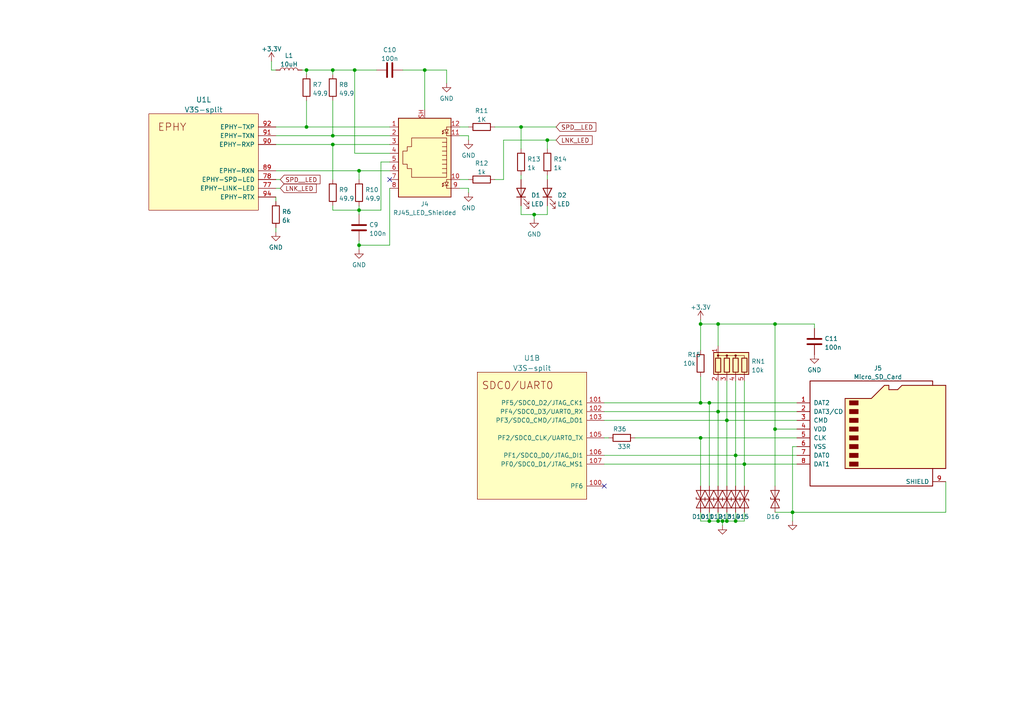
<source format=kicad_sch>
(kicad_sch (version 20211123) (generator eeschema)

  (uuid 0f8f5413-f46c-40cf-93b4-738844657422)

  (paper "A4")

  (lib_symbols
    (symbol "Allwinner:V3S-split" (pin_names (offset 1.016)) (in_bom yes) (on_board yes)
      (property "Reference" "U1" (id 0) (at -1.905 68.879 0)
        (effects (font (size 1.4986 1.4986)))
      )
      (property "Value" "V3S-split" (id 1) (at -1.905 65.9313 0)
        (effects (font (size 1.4986 1.4986)))
      )
      (property "Footprint" "Allwinner:V3s-ELQFP-128" (id 2) (at -2.54 -50.8 0)
        (effects (font (size 1.27 1.27)) hide)
      )
      (property "Datasheet" "" (id 3) (at 37.5513 76.0809 0)
        (effects (font (size 1.27 1.27)) hide)
      )
      (property "ki_locked" "" (id 4) (at 0 0 0)
        (effects (font (size 1.27 1.27)))
      )
      (symbol "V3S-split_1_0"
        (text "DRAM" (at -17.78 -5.08 0)
          (effects (font (size 2.159 2.159)) (justify left bottom))
        )
        (text "Power" (at -16.51 60.96 0)
          (effects (font (size 2.159 2.159)) (justify left bottom))
        )
        (pin power_in line (at 19.05 33.02 180) (length 5.08)
          (name "VCC-IO0" (effects (font (size 1.27 1.27))))
          (number "104" (effects (font (size 1.27 1.27))))
        )
        (pin power_in line (at 19.05 49.53 180) (length 5.08)
          (name "VDD-SYS1" (effects (font (size 1.27 1.27))))
          (number "108" (effects (font (size 1.27 1.27))))
        )
        (pin power_in line (at 19.05 6.35 180) (length 5.08)
          (name "VCC-PE0" (effects (font (size 1.27 1.27))))
          (number "12" (effects (font (size 1.27 1.27))))
        )
        (pin power_in line (at 19.05 46.99 180) (length 5.08)
          (name "VDD-SYS2" (effects (font (size 1.27 1.27))))
          (number "126" (effects (font (size 1.27 1.27))))
        )
        (pin power_in line (at 19.05 30.48 180) (length 5.08)
          (name "VCC-IO1" (effects (font (size 1.27 1.27))))
          (number "127" (effects (font (size 1.27 1.27))))
        )
        (pin power_in line (at 19.05 44.45 180) (length 5.08)
          (name "VDD-SYS3" (effects (font (size 1.27 1.27))))
          (number "19" (effects (font (size 1.27 1.27))))
        )
        (pin power_in line (at -22.86 49.53 0) (length 5.08)
          (name "VDD-CPU3" (effects (font (size 1.27 1.27))))
          (number "20" (effects (font (size 1.27 1.27))))
        )
        (pin power_in line (at -22.86 52.07 0) (length 5.08)
          (name "VDD-CPU2" (effects (font (size 1.27 1.27))))
          (number "21" (effects (font (size 1.27 1.27))))
        )
        (pin power_in line (at -22.86 54.61 0) (length 5.08)
          (name "VDD-CPU1" (effects (font (size 1.27 1.27))))
          (number "25" (effects (font (size 1.27 1.27))))
        )
        (pin power_in line (at -22.86 57.15 0) (length 5.08)
          (name "VDD-CPU0" (effects (font (size 1.27 1.27))))
          (number "26" (effects (font (size 1.27 1.27))))
        )
        (pin power_in line (at 19.05 3.81 180) (length 5.08)
          (name "VCC-PE1" (effects (font (size 1.27 1.27))))
          (number "29" (effects (font (size 1.27 1.27))))
        )
        (pin power_in line (at -22.86 46.99 0) (length 5.08)
          (name "VDD-CPU4" (effects (font (size 1.27 1.27))))
          (number "38" (effects (font (size 1.27 1.27))))
        )
        (pin power_in line (at -22.86 44.45 0) (length 5.08)
          (name "VDD-CPU5" (effects (font (size 1.27 1.27))))
          (number "47" (effects (font (size 1.27 1.27))))
        )
        (pin power_in line (at 19.05 25.4 180) (length 5.08)
          (name "VCC-IO3" (effects (font (size 1.27 1.27))))
          (number "50" (effects (font (size 1.27 1.27))))
        )
        (pin power_in line (at -22.86 41.91 0) (length 5.08)
          (name "VDD-CPU6" (effects (font (size 1.27 1.27))))
          (number "51" (effects (font (size 1.27 1.27))))
        )
        (pin power_in line (at -22.86 39.37 0) (length 5.08)
          (name "VDD-CPU7" (effects (font (size 1.27 1.27))))
          (number "56" (effects (font (size 1.27 1.27))))
        )
        (pin power_in line (at 19.05 27.94 180) (length 5.08)
          (name "VCC-IO2" (effects (font (size 1.27 1.27))))
          (number "57" (effects (font (size 1.27 1.27))))
        )
        (pin power_in line (at 19.05 41.91 180) (length 5.08)
          (name "VDD-SYS4" (effects (font (size 1.27 1.27))))
          (number "58" (effects (font (size 1.27 1.27))))
        )
        (pin power_in line (at 19.05 -34.29 180) (length 5.08)
          (name "VCC-DRAM8" (effects (font (size 1.27 1.27))))
          (number "59" (effects (font (size 1.27 1.27))))
        )
        (pin power_in line (at 19.05 -36.83 180) (length 5.08)
          (name "VCC-DRAM9" (effects (font (size 1.27 1.27))))
          (number "60" (effects (font (size 1.27 1.27))))
        )
        (pin power_in line (at 19.05 -39.37 180) (length 5.08)
          (name "VCC-DRAM10" (effects (font (size 1.27 1.27))))
          (number "61" (effects (font (size 1.27 1.27))))
        )
        (pin power_in line (at 19.05 -41.91 180) (length 5.08)
          (name "VCC-DRAM11" (effects (font (size 1.27 1.27))))
          (number "62" (effects (font (size 1.27 1.27))))
        )
        (pin passive line (at 19.05 15.24 180) (length 5.08)
          (name "SVREF1" (effects (font (size 1.27 1.27))))
          (number "63" (effects (font (size 1.27 1.27))))
        )
        (pin power_in line (at 19.05 39.37 180) (length 5.08)
          (name "VDD-SYS5" (effects (font (size 1.27 1.27))))
          (number "64" (effects (font (size 1.27 1.27))))
        )
        (pin power_in line (at 19.05 -29.21 180) (length 5.08)
          (name "VCC-DRAM0" (effects (font (size 1.27 1.27))))
          (number "65" (effects (font (size 1.27 1.27))))
        )
        (pin power_in line (at 19.05 -26.67 180) (length 5.08)
          (name "VCC-DRAM1" (effects (font (size 1.27 1.27))))
          (number "66" (effects (font (size 1.27 1.27))))
        )
        (pin power_in line (at 19.05 -24.13 180) (length 5.08)
          (name "VCC-DRAM2" (effects (font (size 1.27 1.27))))
          (number "67" (effects (font (size 1.27 1.27))))
        )
        (pin power_in line (at 19.05 -21.59 180) (length 5.08)
          (name "VCC-DRAM3" (effects (font (size 1.27 1.27))))
          (number "68" (effects (font (size 1.27 1.27))))
        )
        (pin power_in line (at 19.05 -19.05 180) (length 5.08)
          (name "VCC-DRAM4" (effects (font (size 1.27 1.27))))
          (number "69" (effects (font (size 1.27 1.27))))
        )
        (pin power_in line (at 19.05 -16.51 180) (length 5.08)
          (name "VCC-DRAM5" (effects (font (size 1.27 1.27))))
          (number "70" (effects (font (size 1.27 1.27))))
        )
        (pin passive line (at 19.05 -13.97 180) (length 5.08)
          (name "SVREF0" (effects (font (size 1.27 1.27))))
          (number "71" (effects (font (size 1.27 1.27))))
        )
        (pin power_in line (at 19.05 -11.43 180) (length 5.08)
          (name "VCC-DRAM6" (effects (font (size 1.27 1.27))))
          (number "72" (effects (font (size 1.27 1.27))))
        )
        (pin passive line (at 19.05 -8.89 180) (length 5.08)
          (name "SZQ" (effects (font (size 1.27 1.27))))
          (number "73" (effects (font (size 1.27 1.27))))
        )
        (pin power_in line (at 19.05 10.16 180) (length 5.08)
          (name "VCC-PLL" (effects (font (size 1.27 1.27))))
          (number "76" (effects (font (size 1.27 1.27))))
        )
        (pin power_in line (at 19.05 -31.75 180) (length 5.08)
          (name "VCC-DRAM7" (effects (font (size 1.27 1.27))))
          (number "79" (effects (font (size 1.27 1.27))))
        )
        (pin power_in line (at 19.05 52.07 180) (length 5.08)
          (name "VDD-SYS0" (effects (font (size 1.27 1.27))))
          (number "80" (effects (font (size 1.27 1.27))))
        )
        (pin input line (at 19.05 12.7 180) (length 5.08)
          (name "VCC-MCSI" (effects (font (size 1.27 1.27))))
          (number "85" (effects (font (size 1.27 1.27))))
        )
        (pin passive line (at -22.86 3.81 0) (length 5.08)
          (name "EPHY-VDD" (effects (font (size 1.27 1.27))))
          (number "88" (effects (font (size 1.27 1.27))))
        )
        (pin passive line (at -22.86 6.35 0) (length 5.08)
          (name "EPHY-VCC" (effects (font (size 1.27 1.27))))
          (number "93" (effects (font (size 1.27 1.27))))
        )
        (pin passive line (at 19.05 17.78 180) (length 5.08)
          (name "RTC-VIO" (effects (font (size 1.27 1.27))))
          (number "97" (effects (font (size 1.27 1.27))))
        )
        (pin power_in line (at 19.05 20.32 180) (length 5.08)
          (name "VCC-RTC" (effects (font (size 1.27 1.27))))
          (number "98" (effects (font (size 1.27 1.27))))
        )
        (pin input inverted (at 19.05 58.42 180) (length 5.08)
          (name "RESET" (effects (font (size 1.27 1.27))))
          (number "99" (effects (font (size 1.27 1.27))))
        )
        (pin power_in line (at -22.86 12.7 0) (length 5.08)
          (name "EGND" (effects (font (size 1.27 1.27))))
          (number "GND$1" (effects (font (size 0 0))))
        )
        (pin power_in line (at -22.86 15.24 0) (length 5.08)
          (name "EGND" (effects (font (size 1.27 1.27))))
          (number "GND$2" (effects (font (size 0 0))))
        )
        (pin power_in line (at -22.86 17.78 0) (length 5.08)
          (name "EGND" (effects (font (size 1.27 1.27))))
          (number "GND$3" (effects (font (size 0 0))))
        )
        (pin power_in line (at -22.86 20.32 0) (length 5.08)
          (name "EGND" (effects (font (size 1.27 1.27))))
          (number "GND$4" (effects (font (size 0 0))))
        )
        (pin power_in line (at -22.86 22.86 0) (length 5.08)
          (name "EGND" (effects (font (size 1.27 1.27))))
          (number "GND$5" (effects (font (size 0 0))))
        )
        (pin power_in line (at -22.86 25.4 0) (length 5.08)
          (name "EGND" (effects (font (size 1.27 1.27))))
          (number "GND$6" (effects (font (size 0 0))))
        )
        (pin power_in line (at -22.86 27.94 0) (length 5.08)
          (name "EGND" (effects (font (size 1.27 1.27))))
          (number "GND$7" (effects (font (size 0 0))))
        )
        (pin power_in line (at -22.86 30.48 0) (length 5.08)
          (name "EGND" (effects (font (size 1.27 1.27))))
          (number "GND$8" (effects (font (size 0 0))))
        )
        (pin power_in line (at -22.86 33.02 0) (length 5.08)
          (name "EGND" (effects (font (size 1.27 1.27))))
          (number "GND$9" (effects (font (size 0 0))))
        )
      )
      (symbol "V3S-split_1_1"
        (rectangle (start -17.78 66.04) (end 13.97 -45.72)
          (stroke (width 0.1524) (type default) (color 0 0 0 0))
          (fill (type background))
        )
      )
      (symbol "V3S-split_2_0"
        (text "SDC0/UART0" (at -16.51 55.88 0)
          (effects (font (size 2.159 2.159)) (justify left bottom))
        )
        (pin bidirectional line (at 19.05 31.75 180) (length 5.08)
          (name "PF6" (effects (font (size 1.27 1.27))))
          (number "100" (effects (font (size 1.27 1.27))))
        )
        (pin bidirectional line (at 19.05 46.99 180) (length 5.08)
          (name "PF5/SDC0_D2/JTAG_CK1" (effects (font (size 1.27 1.27))))
          (number "101" (effects (font (size 1.27 1.27))))
        )
        (pin bidirectional line (at 19.05 44.45 180) (length 5.08)
          (name "PF4/SDC0_D3/UART0_RX" (effects (font (size 1.27 1.27))))
          (number "102" (effects (font (size 1.27 1.27))))
        )
        (pin bidirectional line (at 19.05 39.37 180) (length 5.08)
          (name "PF3/SDC0_CMD/JTAG_DO1" (effects (font (size 1.27 1.27))))
          (number "103" (effects (font (size 1.27 1.27))))
        )
        (pin bidirectional line (at 19.05 36.83 180) (length 5.08)
          (name "PF2/SDC0_CLK/UART0_TX" (effects (font (size 1.27 1.27))))
          (number "105" (effects (font (size 1.27 1.27))))
        )
        (pin bidirectional line (at 19.05 52.07 180) (length 5.08)
          (name "PF1/SDC0_D0/JTAG_DI1" (effects (font (size 1.27 1.27))))
          (number "106" (effects (font (size 1.27 1.27))))
        )
        (pin bidirectional line (at 19.05 49.53 180) (length 5.08)
          (name "PF0/SDC0_D1/JTAG_MS1" (effects (font (size 1.27 1.27))))
          (number "107" (effects (font (size 1.27 1.27))))
        )
      )
      (symbol "V3S-split_2_1"
        (rectangle (start -17.78 64.77) (end 13.97 27.94)
          (stroke (width 0.1524) (type default) (color 0 0 0 0))
          (fill (type background))
        )
      )
      (symbol "V3S-split_3_0"
        (text "PG/SDC1" (at -10.16 58.42 0)
          (effects (font (size 2.159 2.159)) (justify left bottom))
        )
        (pin bidirectional line (at 19.05 44.45 180) (length 5.08)
          (name "PG4/SDC1_D2/PG_EINT4" (effects (font (size 1.27 1.27))))
          (number "1" (effects (font (size 1.27 1.27))))
        )
        (pin bidirectional line (at 19.05 41.91 180) (length 5.08)
          (name "PG5/SDC1_D3/PG_EINT5" (effects (font (size 1.27 1.27))))
          (number "128" (effects (font (size 1.27 1.27))))
        )
        (pin bidirectional line (at 19.05 46.99 180) (length 5.08)
          (name "PG3/SDC1_D1/PG_EINT3" (effects (font (size 1.27 1.27))))
          (number "2" (effects (font (size 1.27 1.27))))
        )
        (pin bidirectional line (at 19.05 49.53 180) (length 5.08)
          (name "PG2/SDC1_D0/PG_EINT2" (effects (font (size 1.27 1.27))))
          (number "3" (effects (font (size 1.27 1.27))))
        )
        (pin bidirectional line (at 19.05 52.07 180) (length 5.08)
          (name "PG1/SDC1_CMD/PG_EINT1" (effects (font (size 1.27 1.27))))
          (number "4" (effects (font (size 1.27 1.27))))
        )
        (pin bidirectional line (at 19.05 54.61 180) (length 5.08)
          (name "PG0/SDC1_CLK/PG_EINT0" (effects (font (size 1.27 1.27))))
          (number "5" (effects (font (size 1.27 1.27))))
        )
      )
      (symbol "V3S-split_3_1"
        (rectangle (start -17.78 64.77) (end 13.97 38.1)
          (stroke (width 0.1524) (type default) (color 0 0 0 0))
          (fill (type background))
        )
      )
      (symbol "V3S-split_4_0"
        (text "CODEC" (at -15.24 58.42 0)
          (effects (font (size 2.159 2.159)) (justify left bottom))
        )
        (pin passive line (at 20.32 31.75 180) (length 5.08)
          (name "LRADC0" (effects (font (size 1.27 1.27))))
          (number "112" (effects (font (size 1.27 1.27))))
        )
        (pin passive line (at 20.32 34.29 180) (length 5.08)
          (name "MICIN1P" (effects (font (size 1.27 1.27))))
          (number "113" (effects (font (size 1.27 1.27))))
        )
        (pin passive line (at 20.32 36.83 180) (length 5.08)
          (name "MICIN1N" (effects (font (size 1.27 1.27))))
          (number "114" (effects (font (size 1.27 1.27))))
        )
        (pin power_in line (at 20.32 25.4 180) (length 5.08)
          (name "AVCC" (effects (font (size 1.27 1.27))))
          (number "115" (effects (font (size 1.27 1.27))))
        )
        (pin power_in line (at 20.32 22.86 180) (length 5.08)
          (name "AGND" (effects (font (size 1.27 1.27))))
          (number "116" (effects (font (size 1.27 1.27))))
        )
        (pin power_out line (at 20.32 39.37 180) (length 5.08)
          (name "VRA1" (effects (font (size 1.27 1.27))))
          (number "117" (effects (font (size 1.27 1.27))))
        )
        (pin power_out line (at 20.32 41.91 180) (length 5.08)
          (name "VRA2" (effects (font (size 1.27 1.27))))
          (number "118" (effects (font (size 1.27 1.27))))
        )
        (pin passive line (at 20.32 44.45 180) (length 5.08)
          (name "HBIAS" (effects (font (size 1.27 1.27))))
          (number "119" (effects (font (size 1.27 1.27))))
        )
        (pin passive line (at 20.32 46.99 180) (length 5.08)
          (name "HPOUTR" (effects (font (size 1.27 1.27))))
          (number "120" (effects (font (size 1.27 1.27))))
        )
        (pin passive line (at 20.32 49.53 180) (length 5.08)
          (name "HPOUTL" (effects (font (size 1.27 1.27))))
          (number "121" (effects (font (size 1.27 1.27))))
        )
        (pin power_in line (at 20.32 52.07 180) (length 5.08)
          (name "HPVCCIN" (effects (font (size 1.27 1.27))))
          (number "122" (effects (font (size 1.27 1.27))))
        )
        (pin power_out line (at 20.32 54.61 180) (length 5.08)
          (name "HPVCCBP" (effects (font (size 1.27 1.27))))
          (number "123" (effects (font (size 1.27 1.27))))
        )
        (pin passive line (at 20.32 57.15 180) (length 5.08)
          (name "HPCOMFB" (effects (font (size 1.27 1.27))))
          (number "124" (effects (font (size 1.27 1.27))))
        )
        (pin passive line (at 20.32 59.69 180) (length 5.08)
          (name "HPCOM" (effects (font (size 1.27 1.27))))
          (number "125" (effects (font (size 1.27 1.27))))
        )
      )
      (symbol "V3S-split_4_1"
        (rectangle (start -17.78 64.77) (end 15.24 17.78)
          (stroke (width 0.1524) (type default) (color 0 0 0 0))
          (fill (type background))
        )
      )
      (symbol "V3S-split_5_0"
        (text "LCD/CSI" (at -19.05 58.42 0)
          (effects (font (size 2.159 2.159)) (justify left bottom))
        )
        (pin bidirectional line (at 21.59 -13.97 180) (length 5.08)
          (name "PE20/CSI_FIELD/CSI_MIPI_MCLK" (effects (font (size 1.27 1.27))))
          (number "10" (effects (font (size 1.27 1.27))))
        )
        (pin bidirectional line (at 21.59 -1.27 180) (length 5.08)
          (name "PE19/CSI_D15/LCD_D21" (effects (font (size 1.27 1.27))))
          (number "11" (effects (font (size 1.27 1.27))))
        )
        (pin bidirectional line (at 21.59 1.27 180) (length 5.08)
          (name "PE18/CSI_D14/LCD_D20" (effects (font (size 1.27 1.27))))
          (number "13" (effects (font (size 1.27 1.27))))
        )
        (pin bidirectional line (at 21.59 3.81 180) (length 5.08)
          (name "PE17/CSI_D13/LCD_D19" (effects (font (size 1.27 1.27))))
          (number "14" (effects (font (size 1.27 1.27))))
        )
        (pin bidirectional line (at 21.59 6.35 180) (length 5.08)
          (name "PE16/CSI_D12/LCD_D18" (effects (font (size 1.27 1.27))))
          (number "15" (effects (font (size 1.27 1.27))))
        )
        (pin bidirectional line (at 21.59 11.43 180) (length 5.08)
          (name "PE15/CSI_D11/LCD_D15" (effects (font (size 1.27 1.27))))
          (number "16" (effects (font (size 1.27 1.27))))
        )
        (pin bidirectional line (at 21.59 13.97 180) (length 5.08)
          (name "PE14/CSI_D10/LCD_D14" (effects (font (size 1.27 1.27))))
          (number "17" (effects (font (size 1.27 1.27))))
        )
        (pin bidirectional line (at 21.59 16.51 180) (length 5.08)
          (name "PE13/CSI_D9/LCD_D13" (effects (font (size 1.27 1.27))))
          (number "18" (effects (font (size 1.27 1.27))))
        )
        (pin bidirectional line (at 21.59 19.05 180) (length 5.08)
          (name "PE12/CSI_D8/LCD_D12" (effects (font (size 1.27 1.27))))
          (number "22" (effects (font (size 1.27 1.27))))
        )
        (pin bidirectional line (at 21.59 21.59 180) (length 5.08)
          (name "PE11/CSI_D7/LCD_D11" (effects (font (size 1.27 1.27))))
          (number "23" (effects (font (size 1.27 1.27))))
        )
        (pin bidirectional line (at 21.59 24.13 180) (length 5.08)
          (name "PE10/CSI_D6/LCD_D10" (effects (font (size 1.27 1.27))))
          (number "24" (effects (font (size 1.27 1.27))))
        )
        (pin bidirectional line (at 21.59 29.21 180) (length 5.08)
          (name "PE9/CSI_D5/LCD_D7" (effects (font (size 1.27 1.27))))
          (number "27" (effects (font (size 1.27 1.27))))
        )
        (pin bidirectional line (at 21.59 31.75 180) (length 5.08)
          (name "PE8/CSI_D4/LCD_D6" (effects (font (size 1.27 1.27))))
          (number "28" (effects (font (size 1.27 1.27))))
        )
        (pin bidirectional line (at 21.59 34.29 180) (length 5.08)
          (name "PE7/CSI_D3/LCD_D5" (effects (font (size 1.27 1.27))))
          (number "30" (effects (font (size 1.27 1.27))))
        )
        (pin bidirectional line (at 21.59 36.83 180) (length 5.08)
          (name "PE6/CSI_D2/LCD_D4" (effects (font (size 1.27 1.27))))
          (number "31" (effects (font (size 1.27 1.27))))
        )
        (pin bidirectional line (at 21.59 39.37 180) (length 5.08)
          (name "PE5/CSI_D1/LCD_D3" (effects (font (size 1.27 1.27))))
          (number "32" (effects (font (size 1.27 1.27))))
        )
        (pin passive line (at 21.59 41.91 180) (length 5.08)
          (name "PE4/CSI_D0/LCD_D2" (effects (font (size 1.27 1.27))))
          (number "33" (effects (font (size 1.27 1.27))))
        )
        (pin bidirectional line (at 21.59 54.61 180) (length 5.08)
          (name "PE3/CSI_VSYNC/LCD_VSYNC" (effects (font (size 1.27 1.27))))
          (number "34" (effects (font (size 1.27 1.27))))
        )
        (pin bidirectional line (at 21.59 52.07 180) (length 5.08)
          (name "PE2/CSI_HSYNC/LCD_HSYNC" (effects (font (size 1.27 1.27))))
          (number "35" (effects (font (size 1.27 1.27))))
        )
        (pin bidirectional line (at 21.59 49.53 180) (length 5.08)
          (name "PE1/CSI_MCLK/LCD_DE" (effects (font (size 1.27 1.27))))
          (number "36" (effects (font (size 1.27 1.27))))
        )
        (pin bidirectional line (at 21.59 46.99 180) (length 5.08)
          (name "PE0/CSI_PCLK-/LCD_CLK" (effects (font (size 1.27 1.27))))
          (number "37" (effects (font (size 1.27 1.27))))
        )
        (pin bidirectional line (at 21.59 -6.35 180) (length 5.08)
          (name "PE24/LCD_D23" (effects (font (size 1.27 1.27))))
          (number "6" (effects (font (size 1.27 1.27))))
        )
        (pin bidirectional line (at 21.59 -3.81 180) (length 5.08)
          (name "PE23/LCD_D22" (effects (font (size 1.27 1.27))))
          (number "7" (effects (font (size 1.27 1.27))))
        )
        (pin bidirectional line (at 21.59 -19.05 180) (length 5.08)
          (name "PE22/CSI_SDA/TWI1_SDA/UART1_RX" (effects (font (size 1.27 1.27))))
          (number "8" (effects (font (size 1.27 1.27))))
        )
        (pin bidirectional line (at 21.59 -16.51 180) (length 5.08)
          (name "PE21/CSI_SCK/TWI1_SCK/UART1_TX" (effects (font (size 1.27 1.27))))
          (number "9" (effects (font (size 1.27 1.27))))
        )
      )
      (symbol "V3S-split_5_1"
        (rectangle (start -21.59 64.77) (end 16.51 -24.13)
          (stroke (width 0.1524) (type default) (color 0 0 0 0))
          (fill (type background))
        )
      )
      (symbol "V3S-split_6_0"
        (text "USB" (at -16.51 58.42 0)
          (effects (font (size 2.159 2.159)) (justify left bottom))
        )
        (pin power_in line (at 19.05 53.34 180) (length 5.08)
          (name "VCC-USB" (effects (font (size 1.27 1.27))))
          (number "109" (effects (font (size 1.27 1.27))))
        )
        (pin passive line (at 19.05 55.88 180) (length 5.08)
          (name "USB-DM" (effects (font (size 1.27 1.27))))
          (number "110" (effects (font (size 1.27 1.27))))
        )
        (pin passive line (at 19.05 58.42 180) (length 5.08)
          (name "USB-DP" (effects (font (size 1.27 1.27))))
          (number "111" (effects (font (size 1.27 1.27))))
        )
      )
      (symbol "V3S-split_6_1"
        (rectangle (start -17.78 64.77) (end 13.97 48.26)
          (stroke (width 0.1524) (type default) (color 0 0 0 0))
          (fill (type background))
        )
      )
      (symbol "V3S-split_7_0"
        (text "RTC" (at -16.51 58.42 0)
          (effects (font (size 2.159 2.159)) (justify left bottom))
        )
        (pin passive line (at 19.05 57.15 180) (length 5.08)
          (name "X32KOUT" (effects (font (size 1.27 1.27))))
          (number "95" (effects (font (size 1.27 1.27))))
        )
        (pin passive line (at 19.05 59.69 180) (length 5.08)
          (name "X32KIN" (effects (font (size 1.27 1.27))))
          (number "96" (effects (font (size 1.27 1.27))))
        )
      )
      (symbol "V3S-split_7_1"
        (rectangle (start -17.78 64.77) (end 13.97 53.34)
          (stroke (width 0.1524) (type default) (color 0 0 0 0))
          (fill (type background))
        )
      )
      (symbol "V3S-split_8_0"
        (rectangle (start -17.78 64.77) (end 13.97 41.91)
          (stroke (width 0.1524) (type default) (color 0 0 0 0))
          (fill (type background))
        )
        (text "MIPI" (at -16.51 58.42 0)
          (effects (font (size 2.159 2.159)) (justify left bottom))
        )
        (pin input line (at 19.05 45.72 180) (length 5.08)
          (name "MCSI-D0P" (effects (font (size 1.27 1.27))))
          (number "81" (effects (font (size 1.27 1.27))))
        )
        (pin input line (at 19.05 48.26 180) (length 5.08)
          (name "MCSI-D0N" (effects (font (size 1.27 1.27))))
          (number "82" (effects (font (size 1.27 1.27))))
        )
        (pin input line (at 19.05 50.8 180) (length 5.08)
          (name "MCSI-D1P" (effects (font (size 1.27 1.27))))
          (number "83" (effects (font (size 1.27 1.27))))
        )
        (pin input line (at 19.05 53.34 180) (length 5.08)
          (name "MCSI-D1N" (effects (font (size 1.27 1.27))))
          (number "84" (effects (font (size 1.27 1.27))))
        )
        (pin output line (at 19.05 57.15 180) (length 5.08)
          (name "MCSI-CKP" (effects (font (size 1.27 1.27))))
          (number "86" (effects (font (size 1.27 1.27))))
        )
        (pin output line (at 19.05 59.69 180) (length 5.08)
          (name "MCSI-CKN" (effects (font (size 1.27 1.27))))
          (number "87" (effects (font (size 1.27 1.27))))
        )
      )
      (symbol "V3S-split_9_0"
        (rectangle (start -17.78 64.77) (end 13.97 44.45)
          (stroke (width 0.1524) (type default) (color 0 0 0 0))
          (fill (type background))
        )
        (text "SPI" (at -15.24 58.42 0)
          (effects (font (size 2.159 2.159)) (justify left bottom))
        )
        (pin bidirectional line (at 19.05 48.26 180) (length 5.08)
          (name "PC0/SDC2_CLK/SPI_MISO" (effects (font (size 1.27 1.27))))
          (number "52" (effects (font (size 1.27 1.27))))
        )
        (pin bidirectional line (at 19.05 50.8 180) (length 5.08)
          (name "PC1/SDC2_CMD/SPI_CLK" (effects (font (size 1.27 1.27))))
          (number "53" (effects (font (size 1.27 1.27))))
        )
        (pin bidirectional line (at 19.05 53.34 180) (length 5.08)
          (name "PC2/SDC2_RST/SPI_CS" (effects (font (size 1.27 1.27))))
          (number "54" (effects (font (size 1.27 1.27))))
        )
        (pin bidirectional line (at 19.05 55.88 180) (length 5.08)
          (name "PC3/SDC2_D0/SPI_MOSI" (effects (font (size 1.27 1.27))))
          (number "55" (effects (font (size 1.27 1.27))))
        )
      )
      (symbol "V3S-split_10_0"
        (rectangle (start -17.78 64.77) (end 13.97 53.34)
          (stroke (width 0.1524) (type default) (color 0 0 0 0))
          (fill (type background))
        )
        (text "SYSCLK" (at -16.51 59.69 0)
          (effects (font (size 2.159 2.159)) (justify left bottom))
        )
        (pin passive line (at 19.05 55.88 180) (length 5.08)
          (name "X24MOUT" (effects (font (size 1.27 1.27))))
          (number "74" (effects (font (size 1.27 1.27))))
        )
        (pin passive line (at 19.05 58.42 180) (length 5.08)
          (name "X24MIN" (effects (font (size 1.27 1.27))))
          (number "75" (effects (font (size 1.27 1.27))))
        )
      )
      (symbol "V3S-split_11_0"
        (rectangle (start -22.86 64.77) (end 15.24 10.16)
          (stroke (width 0.1524) (type default) (color 0 0 0 0))
          (fill (type background))
        )
        (text "PWM0/1" (at -21.59 39.37 0)
          (effects (font (size 2.159 2.159)) (justify left bottom))
        )
        (text "TWI0/1" (at -21.59 27.94 0)
          (effects (font (size 2.159 2.159)) (justify left bottom))
        )
        (text "UART2" (at -21.59 57.15 0)
          (effects (font (size 2.159 2.159)) (justify left bottom))
        )
        (pin bidirectional line (at 20.32 46.99 180) (length 5.08)
          (name "PB0/UART2_TX/PB_EINT0" (effects (font (size 1.27 1.27))))
          (number "39" (effects (font (size 1.27 1.27))))
        )
        (pin bidirectional line (at 20.32 49.53 180) (length 5.08)
          (name "PB1/UART2_RX/PB_EINT1" (effects (font (size 1.27 1.27))))
          (number "40" (effects (font (size 1.27 1.27))))
        )
        (pin bidirectional line (at 20.32 52.07 180) (length 5.08)
          (name "PB2/UART2_RTS/PB_EINT2" (effects (font (size 1.27 1.27))))
          (number "41" (effects (font (size 1.27 1.27))))
        )
        (pin bidirectional line (at 20.32 54.61 180) (length 5.08)
          (name "PB3/UART2_CTS/PB_EINT3" (effects (font (size 1.27 1.27))))
          (number "42" (effects (font (size 1.27 1.27))))
        )
        (pin bidirectional line (at 20.32 34.29 180) (length 5.08)
          (name "PB4/PWM0/PB_EINT4" (effects (font (size 1.27 1.27))))
          (number "43" (effects (font (size 1.27 1.27))))
        )
        (pin bidirectional line (at 20.32 36.83 180) (length 5.08)
          (name "PB5/PWM1/PB_EINT5" (effects (font (size 1.27 1.27))))
          (number "44" (effects (font (size 1.27 1.27))))
        )
        (pin bidirectional line (at 20.32 15.24 180) (length 5.08)
          (name "PB6/TWI0_SCK/PB_EINT6" (effects (font (size 1.27 1.27))))
          (number "45" (effects (font (size 1.27 1.27))))
        )
        (pin bidirectional line (at 20.32 17.78 180) (length 5.08)
          (name "PB7/TWI0_SDA/PB_EINT7" (effects (font (size 1.27 1.27))))
          (number "46" (effects (font (size 1.27 1.27))))
        )
        (pin bidirectional line (at 20.32 22.86 180) (length 5.08)
          (name "PB8/TWI1_SCK/UART0_TX/PB_EINT8" (effects (font (size 1.27 1.27))))
          (number "48" (effects (font (size 1.27 1.27))))
        )
        (pin bidirectional line (at 20.32 25.4 180) (length 5.08)
          (name "PB9/TWI1_SDA/UART0_RX/PB_EINT9" (effects (font (size 1.27 1.27))))
          (number "49" (effects (font (size 1.27 1.27))))
        )
      )
      (symbol "V3S-split_12_0"
        (rectangle (start -17.78 64.77) (end 13.97 36.83)
          (stroke (width 0.1524) (type default) (color 0 0 0 0))
          (fill (type background))
        )
        (text "EPHY" (at -15.24 59.69 0)
          (effects (font (size 2.159 2.159)) (justify left bottom))
        )
        (pin passive line (at 19.05 43.18 180) (length 5.08)
          (name "EPHY-LINK-LED" (effects (font (size 1.27 1.27))))
          (number "77" (effects (font (size 1.27 1.27))))
        )
        (pin passive line (at 19.05 45.72 180) (length 5.08)
          (name "EPHY-SPD-LED" (effects (font (size 1.27 1.27))))
          (number "78" (effects (font (size 1.27 1.27))))
        )
        (pin passive line (at 19.05 48.26 180) (length 5.08)
          (name "EPHY-RXN" (effects (font (size 1.27 1.27))))
          (number "89" (effects (font (size 1.27 1.27))))
        )
        (pin passive line (at 19.05 55.88 180) (length 5.08)
          (name "EPHY-RXP" (effects (font (size 1.27 1.27))))
          (number "90" (effects (font (size 1.27 1.27))))
        )
        (pin passive line (at 19.05 58.42 180) (length 5.08)
          (name "EPHY-TXN" (effects (font (size 1.27 1.27))))
          (number "91" (effects (font (size 1.27 1.27))))
        )
        (pin passive line (at 19.05 60.96 180) (length 5.08)
          (name "EPHY-TXP" (effects (font (size 1.27 1.27))))
          (number "92" (effects (font (size 1.27 1.27))))
        )
        (pin passive line (at 19.05 40.64 180) (length 5.08)
          (name "EPHY-RTX" (effects (font (size 1.27 1.27))))
          (number "94" (effects (font (size 1.27 1.27))))
        )
      )
    )
    (symbol "Connector:Micro_SD_Card" (pin_names (offset 1.016)) (in_bom yes) (on_board yes)
      (property "Reference" "J" (id 0) (at -16.51 15.24 0)
        (effects (font (size 1.27 1.27)))
      )
      (property "Value" "Micro_SD_Card" (id 1) (at 16.51 15.24 0)
        (effects (font (size 1.27 1.27)) (justify right))
      )
      (property "Footprint" "" (id 2) (at 29.21 7.62 0)
        (effects (font (size 1.27 1.27)) hide)
      )
      (property "Datasheet" "http://katalog.we-online.de/em/datasheet/693072010801.pdf" (id 3) (at 0 0 0)
        (effects (font (size 1.27 1.27)) hide)
      )
      (property "ki_keywords" "connector SD microsd" (id 4) (at 0 0 0)
        (effects (font (size 1.27 1.27)) hide)
      )
      (property "ki_description" "Micro SD Card Socket" (id 5) (at 0 0 0)
        (effects (font (size 1.27 1.27)) hide)
      )
      (property "ki_fp_filters" "microSD*" (id 6) (at 0 0 0)
        (effects (font (size 1.27 1.27)) hide)
      )
      (symbol "Micro_SD_Card_0_1"
        (rectangle (start -7.62 -9.525) (end -5.08 -10.795)
          (stroke (width 0) (type default) (color 0 0 0 0))
          (fill (type outline))
        )
        (rectangle (start -7.62 -6.985) (end -5.08 -8.255)
          (stroke (width 0) (type default) (color 0 0 0 0))
          (fill (type outline))
        )
        (rectangle (start -7.62 -4.445) (end -5.08 -5.715)
          (stroke (width 0) (type default) (color 0 0 0 0))
          (fill (type outline))
        )
        (rectangle (start -7.62 -1.905) (end -5.08 -3.175)
          (stroke (width 0) (type default) (color 0 0 0 0))
          (fill (type outline))
        )
        (rectangle (start -7.62 0.635) (end -5.08 -0.635)
          (stroke (width 0) (type default) (color 0 0 0 0))
          (fill (type outline))
        )
        (rectangle (start -7.62 3.175) (end -5.08 1.905)
          (stroke (width 0) (type default) (color 0 0 0 0))
          (fill (type outline))
        )
        (rectangle (start -7.62 5.715) (end -5.08 4.445)
          (stroke (width 0) (type default) (color 0 0 0 0))
          (fill (type outline))
        )
        (rectangle (start -7.62 8.255) (end -5.08 6.985)
          (stroke (width 0) (type default) (color 0 0 0 0))
          (fill (type outline))
        )
        (polyline
          (pts
            (xy 16.51 12.7)
            (xy 16.51 13.97)
            (xy -19.05 13.97)
            (xy -19.05 -16.51)
            (xy 16.51 -16.51)
            (xy 16.51 -11.43)
          )
          (stroke (width 0.254) (type default) (color 0 0 0 0))
          (fill (type none))
        )
        (polyline
          (pts
            (xy -8.89 -11.43)
            (xy -8.89 8.89)
            (xy -1.27 8.89)
            (xy 2.54 12.7)
            (xy 3.81 12.7)
            (xy 3.81 11.43)
            (xy 6.35 11.43)
            (xy 7.62 12.7)
            (xy 20.32 12.7)
            (xy 20.32 -11.43)
            (xy -8.89 -11.43)
          )
          (stroke (width 0.254) (type default) (color 0 0 0 0))
          (fill (type background))
        )
      )
      (symbol "Micro_SD_Card_1_1"
        (pin bidirectional line (at -22.86 7.62 0) (length 3.81)
          (name "DAT2" (effects (font (size 1.27 1.27))))
          (number "1" (effects (font (size 1.27 1.27))))
        )
        (pin bidirectional line (at -22.86 5.08 0) (length 3.81)
          (name "DAT3/CD" (effects (font (size 1.27 1.27))))
          (number "2" (effects (font (size 1.27 1.27))))
        )
        (pin input line (at -22.86 2.54 0) (length 3.81)
          (name "CMD" (effects (font (size 1.27 1.27))))
          (number "3" (effects (font (size 1.27 1.27))))
        )
        (pin power_in line (at -22.86 0 0) (length 3.81)
          (name "VDD" (effects (font (size 1.27 1.27))))
          (number "4" (effects (font (size 1.27 1.27))))
        )
        (pin input line (at -22.86 -2.54 0) (length 3.81)
          (name "CLK" (effects (font (size 1.27 1.27))))
          (number "5" (effects (font (size 1.27 1.27))))
        )
        (pin power_in line (at -22.86 -5.08 0) (length 3.81)
          (name "VSS" (effects (font (size 1.27 1.27))))
          (number "6" (effects (font (size 1.27 1.27))))
        )
        (pin bidirectional line (at -22.86 -7.62 0) (length 3.81)
          (name "DAT0" (effects (font (size 1.27 1.27))))
          (number "7" (effects (font (size 1.27 1.27))))
        )
        (pin bidirectional line (at -22.86 -10.16 0) (length 3.81)
          (name "DAT1" (effects (font (size 1.27 1.27))))
          (number "8" (effects (font (size 1.27 1.27))))
        )
        (pin passive line (at 20.32 -15.24 180) (length 3.81)
          (name "SHIELD" (effects (font (size 1.27 1.27))))
          (number "9" (effects (font (size 1.27 1.27))))
        )
      )
    )
    (symbol "Connector:RJ45_LED_Shielded" (pin_names (offset 1.016)) (in_bom yes) (on_board yes)
      (property "Reference" "J" (id 0) (at -5.08 13.97 0)
        (effects (font (size 1.27 1.27)) (justify right))
      )
      (property "Value" "RJ45_LED_Shielded" (id 1) (at 1.27 13.97 0)
        (effects (font (size 1.27 1.27)) (justify left))
      )
      (property "Footprint" "" (id 2) (at 0 0.635 90)
        (effects (font (size 1.27 1.27)) hide)
      )
      (property "Datasheet" "~" (id 3) (at 0 0.635 90)
        (effects (font (size 1.27 1.27)) hide)
      )
      (property "ki_keywords" "8P8C RJ female connector led" (id 4) (at 0 0 0)
        (effects (font (size 1.27 1.27)) hide)
      )
      (property "ki_description" "RJ connector, 8P8C (8 positions 8 connected), two LEDs, Shielded" (id 5) (at 0 0 0)
        (effects (font (size 1.27 1.27)) hide)
      )
      (property "ki_fp_filters" "8P8C* RJ45*" (id 6) (at 0 0 0)
        (effects (font (size 1.27 1.27)) hide)
      )
      (symbol "RJ45_LED_Shielded_0_1"
        (polyline
          (pts
            (xy -7.62 -7.62)
            (xy -6.35 -7.62)
          )
          (stroke (width 0) (type default) (color 0 0 0 0))
          (fill (type none))
        )
        (polyline
          (pts
            (xy -7.62 -5.08)
            (xy -6.35 -5.08)
          )
          (stroke (width 0) (type default) (color 0 0 0 0))
          (fill (type none))
        )
        (polyline
          (pts
            (xy -7.62 7.62)
            (xy -6.35 7.62)
          )
          (stroke (width 0) (type default) (color 0 0 0 0))
          (fill (type none))
        )
        (polyline
          (pts
            (xy -7.62 10.16)
            (xy -6.35 10.16)
          )
          (stroke (width 0) (type default) (color 0 0 0 0))
          (fill (type none))
        )
        (polyline
          (pts
            (xy -6.858 -5.842)
            (xy -5.842 -5.842)
          )
          (stroke (width 0) (type default) (color 0 0 0 0))
          (fill (type none))
        )
        (polyline
          (pts
            (xy -6.858 9.398)
            (xy -5.842 9.398)
          )
          (stroke (width 0) (type default) (color 0 0 0 0))
          (fill (type none))
        )
        (polyline
          (pts
            (xy -6.35 -7.62)
            (xy -6.35 -6.858)
          )
          (stroke (width 0) (type default) (color 0 0 0 0))
          (fill (type none))
        )
        (polyline
          (pts
            (xy -6.35 -5.08)
            (xy -6.35 -5.842)
          )
          (stroke (width 0) (type default) (color 0 0 0 0))
          (fill (type none))
        )
        (polyline
          (pts
            (xy -6.35 7.62)
            (xy -6.35 8.382)
          )
          (stroke (width 0) (type default) (color 0 0 0 0))
          (fill (type none))
        )
        (polyline
          (pts
            (xy -6.35 10.16)
            (xy -6.35 9.398)
          )
          (stroke (width 0) (type default) (color 0 0 0 0))
          (fill (type none))
        )
        (polyline
          (pts
            (xy -5.08 -6.223)
            (xy -5.207 -6.604)
          )
          (stroke (width 0) (type default) (color 0 0 0 0))
          (fill (type none))
        )
        (polyline
          (pts
            (xy -5.08 -5.588)
            (xy -5.207 -5.969)
          )
          (stroke (width 0) (type default) (color 0 0 0 0))
          (fill (type none))
        )
        (polyline
          (pts
            (xy -5.08 4.445)
            (xy -6.35 4.445)
          )
          (stroke (width 0) (type default) (color 0 0 0 0))
          (fill (type none))
        )
        (polyline
          (pts
            (xy -5.08 5.715)
            (xy -6.35 5.715)
          )
          (stroke (width 0) (type default) (color 0 0 0 0))
          (fill (type none))
        )
        (polyline
          (pts
            (xy -5.08 9.017)
            (xy -5.207 8.636)
          )
          (stroke (width 0) (type default) (color 0 0 0 0))
          (fill (type none))
        )
        (polyline
          (pts
            (xy -5.08 9.652)
            (xy -5.207 9.271)
          )
          (stroke (width 0) (type default) (color 0 0 0 0))
          (fill (type none))
        )
        (polyline
          (pts
            (xy -6.35 -3.175)
            (xy -5.08 -3.175)
            (xy -5.08 -3.175)
          )
          (stroke (width 0) (type default) (color 0 0 0 0))
          (fill (type none))
        )
        (polyline
          (pts
            (xy -6.35 -1.905)
            (xy -5.08 -1.905)
            (xy -5.08 -1.905)
          )
          (stroke (width 0) (type default) (color 0 0 0 0))
          (fill (type none))
        )
        (polyline
          (pts
            (xy -6.35 -0.635)
            (xy -5.08 -0.635)
            (xy -5.08 -0.635)
          )
          (stroke (width 0) (type default) (color 0 0 0 0))
          (fill (type none))
        )
        (polyline
          (pts
            (xy -6.35 0.635)
            (xy -5.08 0.635)
            (xy -5.08 0.635)
          )
          (stroke (width 0) (type default) (color 0 0 0 0))
          (fill (type none))
        )
        (polyline
          (pts
            (xy -6.35 1.905)
            (xy -5.08 1.905)
            (xy -5.08 1.905)
          )
          (stroke (width 0) (type default) (color 0 0 0 0))
          (fill (type none))
        )
        (polyline
          (pts
            (xy -5.588 -6.731)
            (xy -5.08 -6.223)
            (xy -5.461 -6.35)
          )
          (stroke (width 0) (type default) (color 0 0 0 0))
          (fill (type none))
        )
        (polyline
          (pts
            (xy -5.588 -6.096)
            (xy -5.08 -5.588)
            (xy -5.461 -5.715)
          )
          (stroke (width 0) (type default) (color 0 0 0 0))
          (fill (type none))
        )
        (polyline
          (pts
            (xy -5.588 8.509)
            (xy -5.08 9.017)
            (xy -5.461 8.89)
          )
          (stroke (width 0) (type default) (color 0 0 0 0))
          (fill (type none))
        )
        (polyline
          (pts
            (xy -5.588 9.144)
            (xy -5.08 9.652)
            (xy -5.461 9.525)
          )
          (stroke (width 0) (type default) (color 0 0 0 0))
          (fill (type none))
        )
        (polyline
          (pts
            (xy -5.08 3.175)
            (xy -6.35 3.175)
            (xy -6.35 3.175)
          )
          (stroke (width 0) (type default) (color 0 0 0 0))
          (fill (type none))
        )
        (polyline
          (pts
            (xy -6.35 -5.842)
            (xy -6.858 -6.858)
            (xy -5.842 -6.858)
            (xy -6.35 -5.842)
          )
          (stroke (width 0) (type default) (color 0 0 0 0))
          (fill (type none))
        )
        (polyline
          (pts
            (xy -6.35 9.398)
            (xy -6.858 8.382)
            (xy -5.842 8.382)
            (xy -6.35 9.398)
          )
          (stroke (width 0) (type default) (color 0 0 0 0))
          (fill (type none))
        )
        (polyline
          (pts
            (xy -6.35 -4.445)
            (xy -6.35 6.985)
            (xy 3.81 6.985)
            (xy 3.81 4.445)
            (xy 5.08 4.445)
            (xy 5.08 3.175)
            (xy 6.35 3.175)
            (xy 6.35 -0.635)
            (xy 5.08 -0.635)
            (xy 5.08 -1.905)
            (xy 3.81 -1.905)
            (xy 3.81 -4.445)
            (xy -6.35 -4.445)
            (xy -6.35 -4.445)
          )
          (stroke (width 0) (type default) (color 0 0 0 0))
          (fill (type none))
        )
        (rectangle (start 7.62 12.7) (end -7.62 -10.16)
          (stroke (width 0.254) (type default) (color 0 0 0 0))
          (fill (type background))
        )
      )
      (symbol "RJ45_LED_Shielded_1_1"
        (pin passive line (at 10.16 -7.62 180) (length 2.54)
          (name "~" (effects (font (size 1.27 1.27))))
          (number "1" (effects (font (size 1.27 1.27))))
        )
        (pin passive line (at -10.16 7.62 0) (length 2.54)
          (name "~" (effects (font (size 1.27 1.27))))
          (number "10" (effects (font (size 1.27 1.27))))
        )
        (pin passive line (at -10.16 -5.08 0) (length 2.54)
          (name "~" (effects (font (size 1.27 1.27))))
          (number "11" (effects (font (size 1.27 1.27))))
        )
        (pin passive line (at -10.16 -7.62 0) (length 2.54)
          (name "~" (effects (font (size 1.27 1.27))))
          (number "12" (effects (font (size 1.27 1.27))))
        )
        (pin passive line (at 10.16 -5.08 180) (length 2.54)
          (name "~" (effects (font (size 1.27 1.27))))
          (number "2" (effects (font (size 1.27 1.27))))
        )
        (pin passive line (at 10.16 -2.54 180) (length 2.54)
          (name "~" (effects (font (size 1.27 1.27))))
          (number "3" (effects (font (size 1.27 1.27))))
        )
        (pin passive line (at 10.16 0 180) (length 2.54)
          (name "~" (effects (font (size 1.27 1.27))))
          (number "4" (effects (font (size 1.27 1.27))))
        )
        (pin passive line (at 10.16 2.54 180) (length 2.54)
          (name "~" (effects (font (size 1.27 1.27))))
          (number "5" (effects (font (size 1.27 1.27))))
        )
        (pin passive line (at 10.16 5.08 180) (length 2.54)
          (name "~" (effects (font (size 1.27 1.27))))
          (number "6" (effects (font (size 1.27 1.27))))
        )
        (pin passive line (at 10.16 7.62 180) (length 2.54)
          (name "~" (effects (font (size 1.27 1.27))))
          (number "7" (effects (font (size 1.27 1.27))))
        )
        (pin passive line (at 10.16 10.16 180) (length 2.54)
          (name "~" (effects (font (size 1.27 1.27))))
          (number "8" (effects (font (size 1.27 1.27))))
        )
        (pin passive line (at -10.16 10.16 0) (length 2.54)
          (name "~" (effects (font (size 1.27 1.27))))
          (number "9" (effects (font (size 1.27 1.27))))
        )
        (pin passive line (at 0 -12.7 90) (length 2.54)
          (name "~" (effects (font (size 1.27 1.27))))
          (number "SH" (effects (font (size 1.27 1.27))))
        )
      )
    )
    (symbol "Device:C" (pin_numbers hide) (pin_names (offset 0.254)) (in_bom yes) (on_board yes)
      (property "Reference" "C" (id 0) (at 0.635 2.54 0)
        (effects (font (size 1.27 1.27)) (justify left))
      )
      (property "Value" "C" (id 1) (at 0.635 -2.54 0)
        (effects (font (size 1.27 1.27)) (justify left))
      )
      (property "Footprint" "" (id 2) (at 0.9652 -3.81 0)
        (effects (font (size 1.27 1.27)) hide)
      )
      (property "Datasheet" "~" (id 3) (at 0 0 0)
        (effects (font (size 1.27 1.27)) hide)
      )
      (property "ki_keywords" "cap capacitor" (id 4) (at 0 0 0)
        (effects (font (size 1.27 1.27)) hide)
      )
      (property "ki_description" "Unpolarized capacitor" (id 5) (at 0 0 0)
        (effects (font (size 1.27 1.27)) hide)
      )
      (property "ki_fp_filters" "C_*" (id 6) (at 0 0 0)
        (effects (font (size 1.27 1.27)) hide)
      )
      (symbol "C_0_1"
        (polyline
          (pts
            (xy -2.032 -0.762)
            (xy 2.032 -0.762)
          )
          (stroke (width 0.508) (type default) (color 0 0 0 0))
          (fill (type none))
        )
        (polyline
          (pts
            (xy -2.032 0.762)
            (xy 2.032 0.762)
          )
          (stroke (width 0.508) (type default) (color 0 0 0 0))
          (fill (type none))
        )
      )
      (symbol "C_1_1"
        (pin passive line (at 0 3.81 270) (length 2.794)
          (name "~" (effects (font (size 1.27 1.27))))
          (number "1" (effects (font (size 1.27 1.27))))
        )
        (pin passive line (at 0 -3.81 90) (length 2.794)
          (name "~" (effects (font (size 1.27 1.27))))
          (number "2" (effects (font (size 1.27 1.27))))
        )
      )
    )
    (symbol "Device:L" (pin_numbers hide) (pin_names (offset 1.016) hide) (in_bom yes) (on_board yes)
      (property "Reference" "L" (id 0) (at -1.27 0 90)
        (effects (font (size 1.27 1.27)))
      )
      (property "Value" "L" (id 1) (at 1.905 0 90)
        (effects (font (size 1.27 1.27)))
      )
      (property "Footprint" "" (id 2) (at 0 0 0)
        (effects (font (size 1.27 1.27)) hide)
      )
      (property "Datasheet" "~" (id 3) (at 0 0 0)
        (effects (font (size 1.27 1.27)) hide)
      )
      (property "ki_keywords" "inductor choke coil reactor magnetic" (id 4) (at 0 0 0)
        (effects (font (size 1.27 1.27)) hide)
      )
      (property "ki_description" "Inductor" (id 5) (at 0 0 0)
        (effects (font (size 1.27 1.27)) hide)
      )
      (property "ki_fp_filters" "Choke_* *Coil* Inductor_* L_*" (id 6) (at 0 0 0)
        (effects (font (size 1.27 1.27)) hide)
      )
      (symbol "L_0_1"
        (arc (start 0 -2.54) (mid 0.635 -1.905) (end 0 -1.27)
          (stroke (width 0) (type default) (color 0 0 0 0))
          (fill (type none))
        )
        (arc (start 0 -1.27) (mid 0.635 -0.635) (end 0 0)
          (stroke (width 0) (type default) (color 0 0 0 0))
          (fill (type none))
        )
        (arc (start 0 0) (mid 0.635 0.635) (end 0 1.27)
          (stroke (width 0) (type default) (color 0 0 0 0))
          (fill (type none))
        )
        (arc (start 0 1.27) (mid 0.635 1.905) (end 0 2.54)
          (stroke (width 0) (type default) (color 0 0 0 0))
          (fill (type none))
        )
      )
      (symbol "L_1_1"
        (pin passive line (at 0 3.81 270) (length 1.27)
          (name "1" (effects (font (size 1.27 1.27))))
          (number "1" (effects (font (size 1.27 1.27))))
        )
        (pin passive line (at 0 -3.81 90) (length 1.27)
          (name "2" (effects (font (size 1.27 1.27))))
          (number "2" (effects (font (size 1.27 1.27))))
        )
      )
    )
    (symbol "Device:LED" (pin_numbers hide) (pin_names (offset 1.016) hide) (in_bom yes) (on_board yes)
      (property "Reference" "D" (id 0) (at 0 2.54 0)
        (effects (font (size 1.27 1.27)))
      )
      (property "Value" "LED" (id 1) (at 0 -2.54 0)
        (effects (font (size 1.27 1.27)))
      )
      (property "Footprint" "" (id 2) (at 0 0 0)
        (effects (font (size 1.27 1.27)) hide)
      )
      (property "Datasheet" "~" (id 3) (at 0 0 0)
        (effects (font (size 1.27 1.27)) hide)
      )
      (property "ki_keywords" "LED diode" (id 4) (at 0 0 0)
        (effects (font (size 1.27 1.27)) hide)
      )
      (property "ki_description" "Light emitting diode" (id 5) (at 0 0 0)
        (effects (font (size 1.27 1.27)) hide)
      )
      (property "ki_fp_filters" "LED* LED_SMD:* LED_THT:*" (id 6) (at 0 0 0)
        (effects (font (size 1.27 1.27)) hide)
      )
      (symbol "LED_0_1"
        (polyline
          (pts
            (xy -1.27 -1.27)
            (xy -1.27 1.27)
          )
          (stroke (width 0.254) (type default) (color 0 0 0 0))
          (fill (type none))
        )
        (polyline
          (pts
            (xy -1.27 0)
            (xy 1.27 0)
          )
          (stroke (width 0) (type default) (color 0 0 0 0))
          (fill (type none))
        )
        (polyline
          (pts
            (xy 1.27 -1.27)
            (xy 1.27 1.27)
            (xy -1.27 0)
            (xy 1.27 -1.27)
          )
          (stroke (width 0.254) (type default) (color 0 0 0 0))
          (fill (type none))
        )
        (polyline
          (pts
            (xy -3.048 -0.762)
            (xy -4.572 -2.286)
            (xy -3.81 -2.286)
            (xy -4.572 -2.286)
            (xy -4.572 -1.524)
          )
          (stroke (width 0) (type default) (color 0 0 0 0))
          (fill (type none))
        )
        (polyline
          (pts
            (xy -1.778 -0.762)
            (xy -3.302 -2.286)
            (xy -2.54 -2.286)
            (xy -3.302 -2.286)
            (xy -3.302 -1.524)
          )
          (stroke (width 0) (type default) (color 0 0 0 0))
          (fill (type none))
        )
      )
      (symbol "LED_1_1"
        (pin passive line (at -3.81 0 0) (length 2.54)
          (name "K" (effects (font (size 1.27 1.27))))
          (number "1" (effects (font (size 1.27 1.27))))
        )
        (pin passive line (at 3.81 0 180) (length 2.54)
          (name "A" (effects (font (size 1.27 1.27))))
          (number "2" (effects (font (size 1.27 1.27))))
        )
      )
    )
    (symbol "Device:R" (pin_numbers hide) (pin_names (offset 0)) (in_bom yes) (on_board yes)
      (property "Reference" "R" (id 0) (at 2.032 0 90)
        (effects (font (size 1.27 1.27)))
      )
      (property "Value" "R" (id 1) (at 0 0 90)
        (effects (font (size 1.27 1.27)))
      )
      (property "Footprint" "" (id 2) (at -1.778 0 90)
        (effects (font (size 1.27 1.27)) hide)
      )
      (property "Datasheet" "~" (id 3) (at 0 0 0)
        (effects (font (size 1.27 1.27)) hide)
      )
      (property "ki_keywords" "R res resistor" (id 4) (at 0 0 0)
        (effects (font (size 1.27 1.27)) hide)
      )
      (property "ki_description" "Resistor" (id 5) (at 0 0 0)
        (effects (font (size 1.27 1.27)) hide)
      )
      (property "ki_fp_filters" "R_*" (id 6) (at 0 0 0)
        (effects (font (size 1.27 1.27)) hide)
      )
      (symbol "R_0_1"
        (rectangle (start -1.016 -2.54) (end 1.016 2.54)
          (stroke (width 0.254) (type default) (color 0 0 0 0))
          (fill (type none))
        )
      )
      (symbol "R_1_1"
        (pin passive line (at 0 3.81 270) (length 1.27)
          (name "~" (effects (font (size 1.27 1.27))))
          (number "1" (effects (font (size 1.27 1.27))))
        )
        (pin passive line (at 0 -3.81 90) (length 1.27)
          (name "~" (effects (font (size 1.27 1.27))))
          (number "2" (effects (font (size 1.27 1.27))))
        )
      )
    )
    (symbol "Device:R_Network04" (pin_names (offset 0) hide) (in_bom yes) (on_board yes)
      (property "Reference" "RN" (id 0) (at -7.62 0 90)
        (effects (font (size 1.27 1.27)))
      )
      (property "Value" "R_Network04" (id 1) (at 5.08 0 90)
        (effects (font (size 1.27 1.27)))
      )
      (property "Footprint" "Resistor_THT:R_Array_SIP5" (id 2) (at 6.985 0 90)
        (effects (font (size 1.27 1.27)) hide)
      )
      (property "Datasheet" "http://www.vishay.com/docs/31509/csc.pdf" (id 3) (at 0 0 0)
        (effects (font (size 1.27 1.27)) hide)
      )
      (property "ki_keywords" "R network star-topology" (id 4) (at 0 0 0)
        (effects (font (size 1.27 1.27)) hide)
      )
      (property "ki_description" "4 resistor network, star topology, bussed resistors, small symbol" (id 5) (at 0 0 0)
        (effects (font (size 1.27 1.27)) hide)
      )
      (property "ki_fp_filters" "R?Array?SIP*" (id 6) (at 0 0 0)
        (effects (font (size 1.27 1.27)) hide)
      )
      (symbol "R_Network04_0_1"
        (rectangle (start -6.35 -3.175) (end 3.81 3.175)
          (stroke (width 0.254) (type default) (color 0 0 0 0))
          (fill (type background))
        )
        (rectangle (start -5.842 1.524) (end -4.318 -2.54)
          (stroke (width 0.254) (type default) (color 0 0 0 0))
          (fill (type none))
        )
        (circle (center -5.08 2.286) (radius 0.254)
          (stroke (width 0) (type default) (color 0 0 0 0))
          (fill (type outline))
        )
        (rectangle (start -3.302 1.524) (end -1.778 -2.54)
          (stroke (width 0.254) (type default) (color 0 0 0 0))
          (fill (type none))
        )
        (circle (center -2.54 2.286) (radius 0.254)
          (stroke (width 0) (type default) (color 0 0 0 0))
          (fill (type outline))
        )
        (rectangle (start -0.762 1.524) (end 0.762 -2.54)
          (stroke (width 0.254) (type default) (color 0 0 0 0))
          (fill (type none))
        )
        (polyline
          (pts
            (xy -5.08 -2.54)
            (xy -5.08 -3.81)
          )
          (stroke (width 0) (type default) (color 0 0 0 0))
          (fill (type none))
        )
        (polyline
          (pts
            (xy -2.54 -2.54)
            (xy -2.54 -3.81)
          )
          (stroke (width 0) (type default) (color 0 0 0 0))
          (fill (type none))
        )
        (polyline
          (pts
            (xy 0 -2.54)
            (xy 0 -3.81)
          )
          (stroke (width 0) (type default) (color 0 0 0 0))
          (fill (type none))
        )
        (polyline
          (pts
            (xy 2.54 -2.54)
            (xy 2.54 -3.81)
          )
          (stroke (width 0) (type default) (color 0 0 0 0))
          (fill (type none))
        )
        (polyline
          (pts
            (xy -5.08 1.524)
            (xy -5.08 2.286)
            (xy -2.54 2.286)
            (xy -2.54 1.524)
          )
          (stroke (width 0) (type default) (color 0 0 0 0))
          (fill (type none))
        )
        (polyline
          (pts
            (xy -2.54 1.524)
            (xy -2.54 2.286)
            (xy 0 2.286)
            (xy 0 1.524)
          )
          (stroke (width 0) (type default) (color 0 0 0 0))
          (fill (type none))
        )
        (polyline
          (pts
            (xy 0 1.524)
            (xy 0 2.286)
            (xy 2.54 2.286)
            (xy 2.54 1.524)
          )
          (stroke (width 0) (type default) (color 0 0 0 0))
          (fill (type none))
        )
        (circle (center 0 2.286) (radius 0.254)
          (stroke (width 0) (type default) (color 0 0 0 0))
          (fill (type outline))
        )
        (rectangle (start 1.778 1.524) (end 3.302 -2.54)
          (stroke (width 0.254) (type default) (color 0 0 0 0))
          (fill (type none))
        )
      )
      (symbol "R_Network04_1_1"
        (pin passive line (at -5.08 5.08 270) (length 2.54)
          (name "common" (effects (font (size 1.27 1.27))))
          (number "1" (effects (font (size 1.27 1.27))))
        )
        (pin passive line (at -5.08 -5.08 90) (length 1.27)
          (name "R1" (effects (font (size 1.27 1.27))))
          (number "2" (effects (font (size 1.27 1.27))))
        )
        (pin passive line (at -2.54 -5.08 90) (length 1.27)
          (name "R2" (effects (font (size 1.27 1.27))))
          (number "3" (effects (font (size 1.27 1.27))))
        )
        (pin passive line (at 0 -5.08 90) (length 1.27)
          (name "R3" (effects (font (size 1.27 1.27))))
          (number "4" (effects (font (size 1.27 1.27))))
        )
        (pin passive line (at 2.54 -5.08 90) (length 1.27)
          (name "R4" (effects (font (size 1.27 1.27))))
          (number "5" (effects (font (size 1.27 1.27))))
        )
      )
    )
    (symbol "Diode:ESD9B3.3ST5G" (pin_numbers hide) (pin_names (offset 1.016) hide) (in_bom yes) (on_board yes)
      (property "Reference" "D" (id 0) (at 0 2.54 0)
        (effects (font (size 1.27 1.27)))
      )
      (property "Value" "ESD9B3.3ST5G" (id 1) (at 0 -2.54 0)
        (effects (font (size 1.27 1.27)))
      )
      (property "Footprint" "Diode_SMD:D_SOD-923" (id 2) (at 0 0 0)
        (effects (font (size 1.27 1.27)) hide)
      )
      (property "Datasheet" "https://www.onsemi.com/pub/Collateral/ESD9B-D.PDF" (id 3) (at 0 0 0)
        (effects (font (size 1.27 1.27)) hide)
      )
      (property "ki_keywords" "diode TVS ESD" (id 4) (at 0 0 0)
        (effects (font (size 1.27 1.27)) hide)
      )
      (property "ki_description" "ESD protection diode, 3.3Vrwm, SOD-923" (id 5) (at 0 0 0)
        (effects (font (size 1.27 1.27)) hide)
      )
      (property "ki_fp_filters" "D*SOD?923*" (id 6) (at 0 0 0)
        (effects (font (size 1.27 1.27)) hide)
      )
      (symbol "ESD9B3.3ST5G_0_1"
        (polyline
          (pts
            (xy 1.27 0)
            (xy -1.27 0)
          )
          (stroke (width 0) (type default) (color 0 0 0 0))
          (fill (type none))
        )
        (polyline
          (pts
            (xy -2.54 -1.27)
            (xy 0 0)
            (xy -2.54 1.27)
            (xy -2.54 -1.27)
          )
          (stroke (width 0.2032) (type default) (color 0 0 0 0))
          (fill (type none))
        )
        (polyline
          (pts
            (xy 0.508 1.27)
            (xy 0 1.27)
            (xy 0 -1.27)
            (xy -0.508 -1.27)
          )
          (stroke (width 0.2032) (type default) (color 0 0 0 0))
          (fill (type none))
        )
        (polyline
          (pts
            (xy 2.54 1.27)
            (xy 2.54 -1.27)
            (xy 0 0)
            (xy 2.54 1.27)
          )
          (stroke (width 0.2032) (type default) (color 0 0 0 0))
          (fill (type none))
        )
      )
      (symbol "ESD9B3.3ST5G_1_1"
        (pin passive line (at -3.81 0 0) (length 2.54)
          (name "A1" (effects (font (size 1.27 1.27))))
          (number "1" (effects (font (size 1.27 1.27))))
        )
        (pin passive line (at 3.81 0 180) (length 2.54)
          (name "A2" (effects (font (size 1.27 1.27))))
          (number "2" (effects (font (size 1.27 1.27))))
        )
      )
    )
    (symbol "V3S-split_1" (pin_names (offset 1.016)) (in_bom yes) (on_board yes)
      (property "Reference" "U?" (id 0) (at -1.905 68.879 0)
        (effects (font (size 1.4986 1.4986)))
      )
      (property "Value" "V3S-split_1" (id 1) (at -1.905 65.9313 0)
        (effects (font (size 1.4986 1.4986)))
      )
      (property "Footprint" "Allwinner:V3s-ELQFP-128" (id 2) (at -2.54 -50.8 0)
        (effects (font (size 1.27 1.27)) hide)
      )
      (property "Datasheet" "" (id 3) (at 37.5513 76.0809 0)
        (effects (font (size 1.27 1.27)) hide)
      )
      (property "ki_locked" "" (id 4) (at 0 0 0)
        (effects (font (size 1.27 1.27)))
      )
      (symbol "V3S-split_1_1_0"
        (text "DRAM" (at -17.78 -5.08 0)
          (effects (font (size 2.159 2.159)) (justify left bottom))
        )
        (text "Power" (at -16.51 60.96 0)
          (effects (font (size 2.159 2.159)) (justify left bottom))
        )
        (pin power_in line (at 19.05 33.02 180) (length 5.08)
          (name "VCC-IO0" (effects (font (size 1.27 1.27))))
          (number "104" (effects (font (size 1.27 1.27))))
        )
        (pin power_in line (at 19.05 49.53 180) (length 5.08)
          (name "VDD-SYS1" (effects (font (size 1.27 1.27))))
          (number "108" (effects (font (size 1.27 1.27))))
        )
        (pin power_in line (at 19.05 6.35 180) (length 5.08)
          (name "VCC-PE0" (effects (font (size 1.27 1.27))))
          (number "12" (effects (font (size 1.27 1.27))))
        )
        (pin power_in line (at 19.05 46.99 180) (length 5.08)
          (name "VDD-SYS2" (effects (font (size 1.27 1.27))))
          (number "126" (effects (font (size 1.27 1.27))))
        )
        (pin power_in line (at 19.05 30.48 180) (length 5.08)
          (name "VCC-IO1" (effects (font (size 1.27 1.27))))
          (number "127" (effects (font (size 1.27 1.27))))
        )
        (pin power_in line (at 19.05 44.45 180) (length 5.08)
          (name "VDD-SYS3" (effects (font (size 1.27 1.27))))
          (number "19" (effects (font (size 1.27 1.27))))
        )
        (pin power_in line (at -22.86 49.53 0) (length 5.08)
          (name "VDD-CPU3" (effects (font (size 1.27 1.27))))
          (number "20" (effects (font (size 1.27 1.27))))
        )
        (pin power_in line (at -22.86 52.07 0) (length 5.08)
          (name "VDD-CPU2" (effects (font (size 1.27 1.27))))
          (number "21" (effects (font (size 1.27 1.27))))
        )
        (pin power_in line (at -22.86 54.61 0) (length 5.08)
          (name "VDD-CPU1" (effects (font (size 1.27 1.27))))
          (number "25" (effects (font (size 1.27 1.27))))
        )
        (pin power_in line (at -22.86 57.15 0) (length 5.08)
          (name "VDD-CPU0" (effects (font (size 1.27 1.27))))
          (number "26" (effects (font (size 1.27 1.27))))
        )
        (pin power_in line (at 19.05 3.81 180) (length 5.08)
          (name "VCC-PE1" (effects (font (size 1.27 1.27))))
          (number "29" (effects (font (size 1.27 1.27))))
        )
        (pin power_in line (at -22.86 46.99 0) (length 5.08)
          (name "VDD-CPU4" (effects (font (size 1.27 1.27))))
          (number "38" (effects (font (size 1.27 1.27))))
        )
        (pin power_in line (at -22.86 44.45 0) (length 5.08)
          (name "VDD-CPU5" (effects (font (size 1.27 1.27))))
          (number "47" (effects (font (size 1.27 1.27))))
        )
        (pin power_in line (at 19.05 25.4 180) (length 5.08)
          (name "VCC-IO3" (effects (font (size 1.27 1.27))))
          (number "50" (effects (font (size 1.27 1.27))))
        )
        (pin power_in line (at -22.86 41.91 0) (length 5.08)
          (name "VDD-CPU6" (effects (font (size 1.27 1.27))))
          (number "51" (effects (font (size 1.27 1.27))))
        )
        (pin power_in line (at -22.86 39.37 0) (length 5.08)
          (name "VDD-CPU7" (effects (font (size 1.27 1.27))))
          (number "56" (effects (font (size 1.27 1.27))))
        )
        (pin power_in line (at 19.05 27.94 180) (length 5.08)
          (name "VCC-IO2" (effects (font (size 1.27 1.27))))
          (number "57" (effects (font (size 1.27 1.27))))
        )
        (pin power_in line (at 19.05 41.91 180) (length 5.08)
          (name "VDD-SYS4" (effects (font (size 1.27 1.27))))
          (number "58" (effects (font (size 1.27 1.27))))
        )
        (pin power_in line (at 19.05 -34.29 180) (length 5.08)
          (name "VCC-DRAM8" (effects (font (size 1.27 1.27))))
          (number "59" (effects (font (size 1.27 1.27))))
        )
        (pin power_in line (at 19.05 -36.83 180) (length 5.08)
          (name "VCC-DRAM9" (effects (font (size 1.27 1.27))))
          (number "60" (effects (font (size 1.27 1.27))))
        )
        (pin power_in line (at 19.05 -39.37 180) (length 5.08)
          (name "VCC-DRAM10" (effects (font (size 1.27 1.27))))
          (number "61" (effects (font (size 1.27 1.27))))
        )
        (pin power_in line (at 19.05 -41.91 180) (length 5.08)
          (name "VCC-DRAM11" (effects (font (size 1.27 1.27))))
          (number "62" (effects (font (size 1.27 1.27))))
        )
        (pin passive line (at 19.05 15.24 180) (length 5.08)
          (name "SVREF1" (effects (font (size 1.27 1.27))))
          (number "63" (effects (font (size 1.27 1.27))))
        )
        (pin power_in line (at 19.05 39.37 180) (length 5.08)
          (name "VDD-SYS5" (effects (font (size 1.27 1.27))))
          (number "64" (effects (font (size 1.27 1.27))))
        )
        (pin power_in line (at 19.05 -29.21 180) (length 5.08)
          (name "VCC-DRAM0" (effects (font (size 1.27 1.27))))
          (number "65" (effects (font (size 1.27 1.27))))
        )
        (pin power_in line (at 19.05 -26.67 180) (length 5.08)
          (name "VCC-DRAM1" (effects (font (size 1.27 1.27))))
          (number "66" (effects (font (size 1.27 1.27))))
        )
        (pin power_in line (at 19.05 -24.13 180) (length 5.08)
          (name "VCC-DRAM2" (effects (font (size 1.27 1.27))))
          (number "67" (effects (font (size 1.27 1.27))))
        )
        (pin power_in line (at 19.05 -21.59 180) (length 5.08)
          (name "VCC-DRAM3" (effects (font (size 1.27 1.27))))
          (number "68" (effects (font (size 1.27 1.27))))
        )
        (pin power_in line (at 19.05 -19.05 180) (length 5.08)
          (name "VCC-DRAM4" (effects (font (size 1.27 1.27))))
          (number "69" (effects (font (size 1.27 1.27))))
        )
        (pin power_in line (at 19.05 -16.51 180) (length 5.08)
          (name "VCC-DRAM5" (effects (font (size 1.27 1.27))))
          (number "70" (effects (font (size 1.27 1.27))))
        )
        (pin passive line (at 19.05 -13.97 180) (length 5.08)
          (name "SVREF0" (effects (font (size 1.27 1.27))))
          (number "71" (effects (font (size 1.27 1.27))))
        )
        (pin power_in line (at 19.05 -11.43 180) (length 5.08)
          (name "VCC-DRAM6" (effects (font (size 1.27 1.27))))
          (number "72" (effects (font (size 1.27 1.27))))
        )
        (pin passive line (at 19.05 -8.89 180) (length 5.08)
          (name "SZQ" (effects (font (size 1.27 1.27))))
          (number "73" (effects (font (size 1.27 1.27))))
        )
        (pin power_in line (at 19.05 10.16 180) (length 5.08)
          (name "VCC-PLL" (effects (font (size 1.27 1.27))))
          (number "76" (effects (font (size 1.27 1.27))))
        )
        (pin power_in line (at 19.05 -31.75 180) (length 5.08)
          (name "VCC-DRAM7" (effects (font (size 1.27 1.27))))
          (number "79" (effects (font (size 1.27 1.27))))
        )
        (pin power_in line (at 19.05 52.07 180) (length 5.08)
          (name "VDD-SYS0" (effects (font (size 1.27 1.27))))
          (number "80" (effects (font (size 1.27 1.27))))
        )
        (pin input line (at 19.05 12.7 180) (length 5.08)
          (name "VCC-MCSI" (effects (font (size 1.27 1.27))))
          (number "85" (effects (font (size 1.27 1.27))))
        )
        (pin passive line (at -22.86 3.81 0) (length 5.08)
          (name "EPHY-VDD" (effects (font (size 1.27 1.27))))
          (number "88" (effects (font (size 1.27 1.27))))
        )
        (pin passive line (at -22.86 6.35 0) (length 5.08)
          (name "EPHY-VCC" (effects (font (size 1.27 1.27))))
          (number "93" (effects (font (size 1.27 1.27))))
        )
        (pin passive line (at 19.05 17.78 180) (length 5.08)
          (name "RTC-VIO" (effects (font (size 1.27 1.27))))
          (number "97" (effects (font (size 1.27 1.27))))
        )
        (pin power_in line (at 19.05 20.32 180) (length 5.08)
          (name "VCC-RTC" (effects (font (size 1.27 1.27))))
          (number "98" (effects (font (size 1.27 1.27))))
        )
        (pin input inverted (at 19.05 58.42 180) (length 5.08)
          (name "RESET" (effects (font (size 1.27 1.27))))
          (number "99" (effects (font (size 1.27 1.27))))
        )
        (pin power_in line (at -22.86 12.7 0) (length 5.08)
          (name "EGND" (effects (font (size 1.27 1.27))))
          (number "GND$1" (effects (font (size 0 0))))
        )
        (pin power_in line (at -22.86 15.24 0) (length 5.08)
          (name "EGND" (effects (font (size 1.27 1.27))))
          (number "GND$2" (effects (font (size 0 0))))
        )
        (pin power_in line (at -22.86 17.78 0) (length 5.08)
          (name "EGND" (effects (font (size 1.27 1.27))))
          (number "GND$3" (effects (font (size 0 0))))
        )
        (pin power_in line (at -22.86 20.32 0) (length 5.08)
          (name "EGND" (effects (font (size 1.27 1.27))))
          (number "GND$4" (effects (font (size 0 0))))
        )
        (pin power_in line (at -22.86 22.86 0) (length 5.08)
          (name "EGND" (effects (font (size 1.27 1.27))))
          (number "GND$5" (effects (font (size 0 0))))
        )
        (pin power_in line (at -22.86 25.4 0) (length 5.08)
          (name "EGND" (effects (font (size 1.27 1.27))))
          (number "GND$6" (effects (font (size 0 0))))
        )
        (pin power_in line (at -22.86 27.94 0) (length 5.08)
          (name "EGND" (effects (font (size 1.27 1.27))))
          (number "GND$7" (effects (font (size 0 0))))
        )
        (pin power_in line (at -22.86 30.48 0) (length 5.08)
          (name "EGND" (effects (font (size 1.27 1.27))))
          (number "GND$8" (effects (font (size 0 0))))
        )
        (pin power_in line (at -22.86 33.02 0) (length 5.08)
          (name "EGND" (effects (font (size 1.27 1.27))))
          (number "GND$9" (effects (font (size 0 0))))
        )
      )
      (symbol "V3S-split_1_1_1"
        (rectangle (start -17.78 66.04) (end 13.97 -45.72)
          (stroke (width 0.1524) (type default) (color 0 0 0 0))
          (fill (type background))
        )
      )
      (symbol "V3S-split_1_2_0"
        (text "SDC0/UART0" (at -16.51 59.69 0)
          (effects (font (size 2.159 2.159)) (justify left bottom))
        )
        (pin bidirectional line (at 19.05 31.75 180) (length 5.08)
          (name "PF6" (effects (font (size 1.27 1.27))))
          (number "100" (effects (font (size 1.27 1.27))))
        )
        (pin bidirectional line (at 19.05 55.88 180) (length 5.08)
          (name "PF5/SDC0_D2/JTAG_CK1" (effects (font (size 1.27 1.27))))
          (number "101" (effects (font (size 1.27 1.27))))
        )
        (pin bidirectional line (at 19.05 53.34 180) (length 5.08)
          (name "PF4/SDC0_D3/UART0_RX" (effects (font (size 1.27 1.27))))
          (number "102" (effects (font (size 1.27 1.27))))
        )
        (pin bidirectional line (at 19.05 50.8 180) (length 5.08)
          (name "PF3/SDC0_CMD/JTAG_DO1" (effects (font (size 1.27 1.27))))
          (number "103" (effects (font (size 1.27 1.27))))
        )
        (pin bidirectional line (at 19.05 45.72 180) (length 5.08)
          (name "PF2/SDC0_CLK/UART0_TX" (effects (font (size 1.27 1.27))))
          (number "105" (effects (font (size 1.27 1.27))))
        )
        (pin bidirectional line (at 19.05 40.64 180) (length 5.08)
          (name "PF1/SDC0_D0/JTAG_DI1" (effects (font (size 1.27 1.27))))
          (number "106" (effects (font (size 1.27 1.27))))
        )
        (pin bidirectional line (at 19.05 38.1 180) (length 5.08)
          (name "PF0/SDC0_D1/JTAG_MS1" (effects (font (size 1.27 1.27))))
          (number "107" (effects (font (size 1.27 1.27))))
        )
      )
      (symbol "V3S-split_1_2_1"
        (rectangle (start -17.78 64.77) (end 13.97 27.94)
          (stroke (width 0.1524) (type default) (color 0 0 0 0))
          (fill (type background))
        )
      )
      (symbol "V3S-split_1_3_0"
        (text "PG/SDC1" (at -10.16 58.42 0)
          (effects (font (size 2.159 2.159)) (justify left bottom))
        )
        (pin bidirectional line (at 19.05 44.45 180) (length 5.08)
          (name "PG4/SDC1_D2/PG_EINT4" (effects (font (size 1.27 1.27))))
          (number "1" (effects (font (size 1.27 1.27))))
        )
        (pin bidirectional line (at 19.05 41.91 180) (length 5.08)
          (name "PG5/SDC1_D3/PG_EINT5" (effects (font (size 1.27 1.27))))
          (number "128" (effects (font (size 1.27 1.27))))
        )
        (pin bidirectional line (at 19.05 46.99 180) (length 5.08)
          (name "PG3/SDC1_D1/PG_EINT3" (effects (font (size 1.27 1.27))))
          (number "2" (effects (font (size 1.27 1.27))))
        )
        (pin bidirectional line (at 19.05 49.53 180) (length 5.08)
          (name "PG2/SDC1_D0/PG_EINT2" (effects (font (size 1.27 1.27))))
          (number "3" (effects (font (size 1.27 1.27))))
        )
        (pin bidirectional line (at 19.05 52.07 180) (length 5.08)
          (name "PG1/SDC1_CMD/PG_EINT1" (effects (font (size 1.27 1.27))))
          (number "4" (effects (font (size 1.27 1.27))))
        )
        (pin bidirectional line (at 19.05 54.61 180) (length 5.08)
          (name "PG0/SDC1_CLK/PG_EINT0" (effects (font (size 1.27 1.27))))
          (number "5" (effects (font (size 1.27 1.27))))
        )
      )
      (symbol "V3S-split_1_3_1"
        (rectangle (start -17.78 64.77) (end 13.97 38.1)
          (stroke (width 0.1524) (type default) (color 0 0 0 0))
          (fill (type background))
        )
      )
      (symbol "V3S-split_1_4_0"
        (text "CODEC" (at -15.24 58.42 0)
          (effects (font (size 2.159 2.159)) (justify left bottom))
        )
        (pin passive line (at 20.32 31.75 180) (length 5.08)
          (name "LRADC0" (effects (font (size 1.27 1.27))))
          (number "112" (effects (font (size 1.27 1.27))))
        )
        (pin passive line (at 20.32 34.29 180) (length 5.08)
          (name "MICIN1P" (effects (font (size 1.27 1.27))))
          (number "113" (effects (font (size 1.27 1.27))))
        )
        (pin passive line (at 20.32 36.83 180) (length 5.08)
          (name "MICIN1N" (effects (font (size 1.27 1.27))))
          (number "114" (effects (font (size 1.27 1.27))))
        )
        (pin power_in line (at 20.32 25.4 180) (length 5.08)
          (name "AVCC" (effects (font (size 1.27 1.27))))
          (number "115" (effects (font (size 1.27 1.27))))
        )
        (pin power_in line (at 20.32 22.86 180) (length 5.08)
          (name "AGND" (effects (font (size 1.27 1.27))))
          (number "116" (effects (font (size 1.27 1.27))))
        )
        (pin power_out line (at 20.32 39.37 180) (length 5.08)
          (name "VRA1" (effects (font (size 1.27 1.27))))
          (number "117" (effects (font (size 1.27 1.27))))
        )
        (pin power_out line (at 20.32 41.91 180) (length 5.08)
          (name "VRA2" (effects (font (size 1.27 1.27))))
          (number "118" (effects (font (size 1.27 1.27))))
        )
        (pin passive line (at 20.32 44.45 180) (length 5.08)
          (name "HBIAS" (effects (font (size 1.27 1.27))))
          (number "119" (effects (font (size 1.27 1.27))))
        )
        (pin passive line (at 20.32 46.99 180) (length 5.08)
          (name "HPOUTR" (effects (font (size 1.27 1.27))))
          (number "120" (effects (font (size 1.27 1.27))))
        )
        (pin passive line (at 20.32 49.53 180) (length 5.08)
          (name "HPOUTL" (effects (font (size 1.27 1.27))))
          (number "121" (effects (font (size 1.27 1.27))))
        )
        (pin power_in line (at 20.32 52.07 180) (length 5.08)
          (name "HPVCCIN" (effects (font (size 1.27 1.27))))
          (number "122" (effects (font (size 1.27 1.27))))
        )
        (pin power_out line (at 20.32 54.61 180) (length 5.08)
          (name "HPVCCBP" (effects (font (size 1.27 1.27))))
          (number "123" (effects (font (size 1.27 1.27))))
        )
        (pin passive line (at 20.32 57.15 180) (length 5.08)
          (name "HPCOMFB" (effects (font (size 1.27 1.27))))
          (number "124" (effects (font (size 1.27 1.27))))
        )
        (pin passive line (at 20.32 59.69 180) (length 5.08)
          (name "HPCOM" (effects (font (size 1.27 1.27))))
          (number "125" (effects (font (size 1.27 1.27))))
        )
      )
      (symbol "V3S-split_1_4_1"
        (rectangle (start -17.78 64.77) (end 15.24 17.78)
          (stroke (width 0.1524) (type default) (color 0 0 0 0))
          (fill (type background))
        )
      )
      (symbol "V3S-split_1_5_0"
        (text "LCD/CSI" (at -19.05 58.42 0)
          (effects (font (size 2.159 2.159)) (justify left bottom))
        )
        (pin bidirectional line (at 21.59 -13.97 180) (length 5.08)
          (name "PE20/CSI_FIELD/CSI_MIPI_MCLK" (effects (font (size 1.27 1.27))))
          (number "10" (effects (font (size 1.27 1.27))))
        )
        (pin bidirectional line (at 21.59 -1.27 180) (length 5.08)
          (name "PE19/CSI_D15/LCD_D21" (effects (font (size 1.27 1.27))))
          (number "11" (effects (font (size 1.27 1.27))))
        )
        (pin bidirectional line (at 21.59 1.27 180) (length 5.08)
          (name "PE18/CSI_D14/LCD_D20" (effects (font (size 1.27 1.27))))
          (number "13" (effects (font (size 1.27 1.27))))
        )
        (pin bidirectional line (at 21.59 3.81 180) (length 5.08)
          (name "PE17/CSI_D13/LCD_D19" (effects (font (size 1.27 1.27))))
          (number "14" (effects (font (size 1.27 1.27))))
        )
        (pin bidirectional line (at 21.59 6.35 180) (length 5.08)
          (name "PE16/CSI_D12/LCD_D18" (effects (font (size 1.27 1.27))))
          (number "15" (effects (font (size 1.27 1.27))))
        )
        (pin bidirectional line (at 21.59 11.43 180) (length 5.08)
          (name "PE15/CSI_D11/LCD_D15" (effects (font (size 1.27 1.27))))
          (number "16" (effects (font (size 1.27 1.27))))
        )
        (pin bidirectional line (at 21.59 13.97 180) (length 5.08)
          (name "PE14/CSI_D10/LCD_D14" (effects (font (size 1.27 1.27))))
          (number "17" (effects (font (size 1.27 1.27))))
        )
        (pin bidirectional line (at 21.59 16.51 180) (length 5.08)
          (name "PE13/CSI_D9/LCD_D13" (effects (font (size 1.27 1.27))))
          (number "18" (effects (font (size 1.27 1.27))))
        )
        (pin bidirectional line (at 21.59 19.05 180) (length 5.08)
          (name "PE12/CSI_D8/LCD_D12" (effects (font (size 1.27 1.27))))
          (number "22" (effects (font (size 1.27 1.27))))
        )
        (pin bidirectional line (at 21.59 21.59 180) (length 5.08)
          (name "PE11/CSI_D7/LCD_D11" (effects (font (size 1.27 1.27))))
          (number "23" (effects (font (size 1.27 1.27))))
        )
        (pin bidirectional line (at 21.59 24.13 180) (length 5.08)
          (name "PE10/CSI_D6/LCD_D10" (effects (font (size 1.27 1.27))))
          (number "24" (effects (font (size 1.27 1.27))))
        )
        (pin bidirectional line (at 21.59 29.21 180) (length 5.08)
          (name "PE9/CSI_D5/LCD_D7" (effects (font (size 1.27 1.27))))
          (number "27" (effects (font (size 1.27 1.27))))
        )
        (pin bidirectional line (at 21.59 31.75 180) (length 5.08)
          (name "PE8/CSI_D4/LCD_D6" (effects (font (size 1.27 1.27))))
          (number "28" (effects (font (size 1.27 1.27))))
        )
        (pin bidirectional line (at 21.59 34.29 180) (length 5.08)
          (name "PE7/CSI_D3/LCD_D5" (effects (font (size 1.27 1.27))))
          (number "30" (effects (font (size 1.27 1.27))))
        )
        (pin bidirectional line (at 21.59 36.83 180) (length 5.08)
          (name "PE6/CSI_D2/LCD_D4" (effects (font (size 1.27 1.27))))
          (number "31" (effects (font (size 1.27 1.27))))
        )
        (pin bidirectional line (at 21.59 39.37 180) (length 5.08)
          (name "PE5/CSI_D1/LCD_D3" (effects (font (size 1.27 1.27))))
          (number "32" (effects (font (size 1.27 1.27))))
        )
        (pin passive line (at 21.59 41.91 180) (length 5.08)
          (name "PE4/CSI_D0/LCD_D2" (effects (font (size 1.27 1.27))))
          (number "33" (effects (font (size 1.27 1.27))))
        )
        (pin bidirectional line (at 21.59 54.61 180) (length 5.08)
          (name "PE3/CSI_VSYNC/LCD_VSYNC" (effects (font (size 1.27 1.27))))
          (number "34" (effects (font (size 1.27 1.27))))
        )
        (pin bidirectional line (at 21.59 52.07 180) (length 5.08)
          (name "PE2/CSI_HSYNC/LCD_HSYNC" (effects (font (size 1.27 1.27))))
          (number "35" (effects (font (size 1.27 1.27))))
        )
        (pin bidirectional line (at 21.59 49.53 180) (length 5.08)
          (name "PE1/CSI_MCLK/LCD_DE" (effects (font (size 1.27 1.27))))
          (number "36" (effects (font (size 1.27 1.27))))
        )
        (pin bidirectional line (at 21.59 46.99 180) (length 5.08)
          (name "PE0/CSI_PCLK-/LCD_CLK" (effects (font (size 1.27 1.27))))
          (number "37" (effects (font (size 1.27 1.27))))
        )
        (pin bidirectional line (at 21.59 -6.35 180) (length 5.08)
          (name "PE24/LCD_D23" (effects (font (size 1.27 1.27))))
          (number "6" (effects (font (size 1.27 1.27))))
        )
        (pin bidirectional line (at 21.59 -3.81 180) (length 5.08)
          (name "PE23/LCD_D22" (effects (font (size 1.27 1.27))))
          (number "7" (effects (font (size 1.27 1.27))))
        )
        (pin bidirectional line (at 21.59 -19.05 180) (length 5.08)
          (name "PE22/CSI_SDA/TWI1_SDA/UART1_RX" (effects (font (size 1.27 1.27))))
          (number "8" (effects (font (size 1.27 1.27))))
        )
        (pin bidirectional line (at 21.59 -16.51 180) (length 5.08)
          (name "PE21/CSI_SCK/TWI1_SCK/UART1_TX" (effects (font (size 1.27 1.27))))
          (number "9" (effects (font (size 1.27 1.27))))
        )
      )
      (symbol "V3S-split_1_5_1"
        (rectangle (start -21.59 64.77) (end 16.51 -24.13)
          (stroke (width 0.1524) (type default) (color 0 0 0 0))
          (fill (type background))
        )
      )
      (symbol "V3S-split_1_6_0"
        (text "USB" (at -16.51 58.42 0)
          (effects (font (size 2.159 2.159)) (justify left bottom))
        )
        (pin power_in line (at 19.05 53.34 180) (length 5.08)
          (name "VCC-USB" (effects (font (size 1.27 1.27))))
          (number "109" (effects (font (size 1.27 1.27))))
        )
        (pin passive line (at 19.05 55.88 180) (length 5.08)
          (name "USB-DM" (effects (font (size 1.27 1.27))))
          (number "110" (effects (font (size 1.27 1.27))))
        )
        (pin passive line (at 19.05 58.42 180) (length 5.08)
          (name "USB-DP" (effects (font (size 1.27 1.27))))
          (number "111" (effects (font (size 1.27 1.27))))
        )
      )
      (symbol "V3S-split_1_6_1"
        (rectangle (start -17.78 64.77) (end 13.97 48.26)
          (stroke (width 0.1524) (type default) (color 0 0 0 0))
          (fill (type background))
        )
      )
      (symbol "V3S-split_1_7_0"
        (text "RTC" (at -16.51 58.42 0)
          (effects (font (size 2.159 2.159)) (justify left bottom))
        )
        (pin passive line (at 19.05 57.15 180) (length 5.08)
          (name "X32KOUT" (effects (font (size 1.27 1.27))))
          (number "95" (effects (font (size 1.27 1.27))))
        )
        (pin passive line (at 19.05 59.69 180) (length 5.08)
          (name "X32KIN" (effects (font (size 1.27 1.27))))
          (number "96" (effects (font (size 1.27 1.27))))
        )
      )
      (symbol "V3S-split_1_7_1"
        (rectangle (start -17.78 64.77) (end 13.97 53.34)
          (stroke (width 0.1524) (type default) (color 0 0 0 0))
          (fill (type background))
        )
      )
      (symbol "V3S-split_1_8_0"
        (rectangle (start -17.78 64.77) (end 13.97 41.91)
          (stroke (width 0.1524) (type default) (color 0 0 0 0))
          (fill (type background))
        )
        (text "MIPI" (at -16.51 58.42 0)
          (effects (font (size 2.159 2.159)) (justify left bottom))
        )
        (pin input line (at 19.05 45.72 180) (length 5.08)
          (name "MCSI-D0P" (effects (font (size 1.27 1.27))))
          (number "81" (effects (font (size 1.27 1.27))))
        )
        (pin input line (at 19.05 48.26 180) (length 5.08)
          (name "MCSI-D0N" (effects (font (size 1.27 1.27))))
          (number "82" (effects (font (size 1.27 1.27))))
        )
        (pin input line (at 19.05 50.8 180) (length 5.08)
          (name "MCSI-D1P" (effects (font (size 1.27 1.27))))
          (number "83" (effects (font (size 1.27 1.27))))
        )
        (pin input line (at 19.05 53.34 180) (length 5.08)
          (name "MCSI-D1N" (effects (font (size 1.27 1.27))))
          (number "84" (effects (font (size 1.27 1.27))))
        )
        (pin output line (at 19.05 57.15 180) (length 5.08)
          (name "MCSI-CKP" (effects (font (size 1.27 1.27))))
          (number "86" (effects (font (size 1.27 1.27))))
        )
        (pin output line (at 19.05 59.69 180) (length 5.08)
          (name "MCSI-CKN" (effects (font (size 1.27 1.27))))
          (number "87" (effects (font (size 1.27 1.27))))
        )
      )
      (symbol "V3S-split_1_9_0"
        (rectangle (start -17.78 64.77) (end 13.97 44.45)
          (stroke (width 0.1524) (type default) (color 0 0 0 0))
          (fill (type background))
        )
        (text "SPI" (at -15.24 58.42 0)
          (effects (font (size 2.159 2.159)) (justify left bottom))
        )
        (pin bidirectional line (at 19.05 48.26 180) (length 5.08)
          (name "PC0/SDC2_CLK/SPI_MISO" (effects (font (size 1.27 1.27))))
          (number "52" (effects (font (size 1.27 1.27))))
        )
        (pin bidirectional line (at 19.05 50.8 180) (length 5.08)
          (name "PC1/SDC2_CMD/SPI_CLK" (effects (font (size 1.27 1.27))))
          (number "53" (effects (font (size 1.27 1.27))))
        )
        (pin bidirectional line (at 19.05 53.34 180) (length 5.08)
          (name "PC2/SDC2_RST/SPI_CS" (effects (font (size 1.27 1.27))))
          (number "54" (effects (font (size 1.27 1.27))))
        )
        (pin bidirectional line (at 19.05 55.88 180) (length 5.08)
          (name "PC3/SDC2_D0/SPI_MOSI" (effects (font (size 1.27 1.27))))
          (number "55" (effects (font (size 1.27 1.27))))
        )
      )
      (symbol "V3S-split_1_10_0"
        (rectangle (start -17.78 64.77) (end 13.97 53.34)
          (stroke (width 0.1524) (type default) (color 0 0 0 0))
          (fill (type background))
        )
        (text "SYSCLK" (at -16.51 59.69 0)
          (effects (font (size 2.159 2.159)) (justify left bottom))
        )
        (pin passive line (at 19.05 55.88 180) (length 5.08)
          (name "X24MOUT" (effects (font (size 1.27 1.27))))
          (number "74" (effects (font (size 1.27 1.27))))
        )
        (pin passive line (at 19.05 58.42 180) (length 5.08)
          (name "X24MIN" (effects (font (size 1.27 1.27))))
          (number "75" (effects (font (size 1.27 1.27))))
        )
      )
      (symbol "V3S-split_1_11_0"
        (rectangle (start -22.86 64.77) (end 15.24 10.16)
          (stroke (width 0.1524) (type default) (color 0 0 0 0))
          (fill (type background))
        )
        (text "PWM0/1" (at -21.59 39.37 0)
          (effects (font (size 2.159 2.159)) (justify left bottom))
        )
        (text "TWI0/1" (at -21.59 27.94 0)
          (effects (font (size 2.159 2.159)) (justify left bottom))
        )
        (text "UART2" (at -21.59 57.15 0)
          (effects (font (size 2.159 2.159)) (justify left bottom))
        )
        (pin bidirectional line (at 20.32 46.99 180) (length 5.08)
          (name "PB0/UART2_TX/PB_EINT0" (effects (font (size 1.27 1.27))))
          (number "39" (effects (font (size 1.27 1.27))))
        )
        (pin bidirectional line (at 20.32 49.53 180) (length 5.08)
          (name "PB1/UART2_RX/PB_EINT1" (effects (font (size 1.27 1.27))))
          (number "40" (effects (font (size 1.27 1.27))))
        )
        (pin bidirectional line (at 20.32 52.07 180) (length 5.08)
          (name "PB2/UART2_RTS/PB_EINT2" (effects (font (size 1.27 1.27))))
          (number "41" (effects (font (size 1.27 1.27))))
        )
        (pin bidirectional line (at 20.32 54.61 180) (length 5.08)
          (name "PB3/UART2_CTS/PB_EINT3" (effects (font (size 1.27 1.27))))
          (number "42" (effects (font (size 1.27 1.27))))
        )
        (pin bidirectional line (at 20.32 34.29 180) (length 5.08)
          (name "PB4/PWM0/PB_EINT4" (effects (font (size 1.27 1.27))))
          (number "43" (effects (font (size 1.27 1.27))))
        )
        (pin bidirectional line (at 20.32 36.83 180) (length 5.08)
          (name "PB5/PWM1/PB_EINT5" (effects (font (size 1.27 1.27))))
          (number "44" (effects (font (size 1.27 1.27))))
        )
        (pin bidirectional line (at 20.32 15.24 180) (length 5.08)
          (name "PB6/TWI0_SCK/PB_EINT6" (effects (font (size 1.27 1.27))))
          (number "45" (effects (font (size 1.27 1.27))))
        )
        (pin bidirectional line (at 20.32 17.78 180) (length 5.08)
          (name "PB7/TWI0_SDA/PB_EINT7" (effects (font (size 1.27 1.27))))
          (number "46" (effects (font (size 1.27 1.27))))
        )
        (pin bidirectional line (at 20.32 22.86 180) (length 5.08)
          (name "PB8/TWI1_SCK/UART0_TX/PB_EINT8" (effects (font (size 1.27 1.27))))
          (number "48" (effects (font (size 1.27 1.27))))
        )
        (pin bidirectional line (at 20.32 25.4 180) (length 5.08)
          (name "PB9/TWI1_SDA/UART0_RX/PB_EINT9" (effects (font (size 1.27 1.27))))
          (number "49" (effects (font (size 1.27 1.27))))
        )
      )
      (symbol "V3S-split_1_12_0"
        (rectangle (start -17.78 64.77) (end 13.97 36.83)
          (stroke (width 0.1524) (type default) (color 0 0 0 0))
          (fill (type background))
        )
        (text "EPHY" (at -15.24 59.69 0)
          (effects (font (size 2.159 2.159)) (justify left bottom))
        )
        (pin passive line (at 19.05 40.64 180) (length 5.08)
          (name "EPHY-LINK-LED" (effects (font (size 1.27 1.27))))
          (number "77" (effects (font (size 1.27 1.27))))
        )
        (pin passive line (at 19.05 43.18 180) (length 5.08)
          (name "EPHY-SPD-LED" (effects (font (size 1.27 1.27))))
          (number "78" (effects (font (size 1.27 1.27))))
        )
        (pin passive line (at 19.05 48.26 180) (length 5.08)
          (name "EPHY-RXN" (effects (font (size 1.27 1.27))))
          (number "89" (effects (font (size 1.27 1.27))))
        )
        (pin passive line (at 19.05 50.8 180) (length 5.08)
          (name "EPHY-RXP" (effects (font (size 1.27 1.27))))
          (number "90" (effects (font (size 1.27 1.27))))
        )
        (pin passive line (at 19.05 53.34 180) (length 5.08)
          (name "EPHY-TXN" (effects (font (size 1.27 1.27))))
          (number "91" (effects (font (size 1.27 1.27))))
        )
        (pin passive line (at 19.05 55.88 180) (length 5.08)
          (name "EPHY-TXP" (effects (font (size 1.27 1.27))))
          (number "92" (effects (font (size 1.27 1.27))))
        )
        (pin passive line (at 19.05 58.42 180) (length 5.08)
          (name "EPHY-RTX" (effects (font (size 1.27 1.27))))
          (number "94" (effects (font (size 1.27 1.27))))
        )
      )
    )
    (symbol "power:+3.3V" (power) (pin_names (offset 0)) (in_bom yes) (on_board yes)
      (property "Reference" "#PWR" (id 0) (at 0 -3.81 0)
        (effects (font (size 1.27 1.27)) hide)
      )
      (property "Value" "+3.3V" (id 1) (at 0 3.556 0)
        (effects (font (size 1.27 1.27)))
      )
      (property "Footprint" "" (id 2) (at 0 0 0)
        (effects (font (size 1.27 1.27)) hide)
      )
      (property "Datasheet" "" (id 3) (at 0 0 0)
        (effects (font (size 1.27 1.27)) hide)
      )
      (property "ki_keywords" "power-flag" (id 4) (at 0 0 0)
        (effects (font (size 1.27 1.27)) hide)
      )
      (property "ki_description" "Power symbol creates a global label with name \"+3.3V\"" (id 5) (at 0 0 0)
        (effects (font (size 1.27 1.27)) hide)
      )
      (symbol "+3.3V_0_1"
        (polyline
          (pts
            (xy -0.762 1.27)
            (xy 0 2.54)
          )
          (stroke (width 0) (type default) (color 0 0 0 0))
          (fill (type none))
        )
        (polyline
          (pts
            (xy 0 0)
            (xy 0 2.54)
          )
          (stroke (width 0) (type default) (color 0 0 0 0))
          (fill (type none))
        )
        (polyline
          (pts
            (xy 0 2.54)
            (xy 0.762 1.27)
          )
          (stroke (width 0) (type default) (color 0 0 0 0))
          (fill (type none))
        )
      )
      (symbol "+3.3V_1_1"
        (pin power_in line (at 0 0 90) (length 0) hide
          (name "+3.3V" (effects (font (size 1.27 1.27))))
          (number "1" (effects (font (size 1.27 1.27))))
        )
      )
    )
    (symbol "power:GND" (power) (pin_names (offset 0)) (in_bom yes) (on_board yes)
      (property "Reference" "#PWR" (id 0) (at 0 -6.35 0)
        (effects (font (size 1.27 1.27)) hide)
      )
      (property "Value" "GND" (id 1) (at 0 -3.81 0)
        (effects (font (size 1.27 1.27)))
      )
      (property "Footprint" "" (id 2) (at 0 0 0)
        (effects (font (size 1.27 1.27)) hide)
      )
      (property "Datasheet" "" (id 3) (at 0 0 0)
        (effects (font (size 1.27 1.27)) hide)
      )
      (property "ki_keywords" "power-flag" (id 4) (at 0 0 0)
        (effects (font (size 1.27 1.27)) hide)
      )
      (property "ki_description" "Power symbol creates a global label with name \"GND\" , ground" (id 5) (at 0 0 0)
        (effects (font (size 1.27 1.27)) hide)
      )
      (symbol "GND_0_1"
        (polyline
          (pts
            (xy 0 0)
            (xy 0 -1.27)
            (xy 1.27 -1.27)
            (xy 0 -2.54)
            (xy -1.27 -1.27)
            (xy 0 -1.27)
          )
          (stroke (width 0) (type default) (color 0 0 0 0))
          (fill (type none))
        )
      )
      (symbol "GND_1_1"
        (pin power_in line (at 0 0 270) (length 0) hide
          (name "GND" (effects (font (size 1.27 1.27))))
          (number "1" (effects (font (size 1.27 1.27))))
        )
      )
    )
  )


  (junction (at 215.9 134.62) (diameter 0) (color 0 0 0 0)
    (uuid 192a88d7-3e30-4d10-9aa3-b9109a6dcdd5)
  )
  (junction (at 104.14 49.53) (diameter 0) (color 0 0 0 0)
    (uuid 2692af80-548b-4bd2-961a-5bcf203f6d3c)
  )
  (junction (at 205.74 116.84) (diameter 0) (color 0 0 0 0)
    (uuid 26fe9d0c-aa2e-44b5-8abf-be3372e4764e)
  )
  (junction (at 158.75 40.64) (diameter 0) (color 0 0 0 0)
    (uuid 288f9609-374d-4195-8ada-b5a7fb18e642)
  )
  (junction (at 205.74 151.13) (diameter 0) (color 0 0 0 0)
    (uuid 3383bb19-2183-43a1-9fc4-87319a7cc3ee)
  )
  (junction (at 203.2 116.84) (diameter 0) (color 0 0 0 0)
    (uuid 37e9e971-c6f7-4a17-a39a-9518d5f924dc)
  )
  (junction (at 229.87 148.59) (diameter 0) (color 0 0 0 0)
    (uuid 412aea77-9713-4c2b-aff6-d1446cb13e3c)
  )
  (junction (at 208.28 151.13) (diameter 0) (color 0 0 0 0)
    (uuid 42ced584-6b66-4c6c-9bfe-0cf3ec263f38)
  )
  (junction (at 96.52 39.37) (diameter 0) (color 0 0 0 0)
    (uuid 44b3b30c-6ac8-4a1a-99b8-14831044f714)
  )
  (junction (at 88.9 20.32) (diameter 0) (color 0 0 0 0)
    (uuid 4d0ded0d-9627-42a9-bf12-2c31509bdfb1)
  )
  (junction (at 96.52 41.91) (diameter 0) (color 0 0 0 0)
    (uuid 4d358df0-1fea-409d-9a36-2e1c0129f87f)
  )
  (junction (at 203.2 93.98) (diameter 0) (color 0 0 0 0)
    (uuid 4fa47f89-4a7b-4bef-a11d-8075075ebf94)
  )
  (junction (at 104.14 60.96) (diameter 0) (color 0 0 0 0)
    (uuid 59136e25-9e94-400a-93ee-f3f0bcd4933f)
  )
  (junction (at 123.19 20.32) (diameter 0) (color 0 0 0 0)
    (uuid 5995c94b-5e1b-4473-9fca-c4d2a4cd8d49)
  )
  (junction (at 203.2 127) (diameter 0) (color 0 0 0 0)
    (uuid 6c5f8b02-a81f-4cf9-9c7d-70436d826d46)
  )
  (junction (at 208.28 119.38) (diameter 0) (color 0 0 0 0)
    (uuid 6f464dbc-dd8e-4117-ad7f-2f4d8f56a5ea)
  )
  (junction (at 224.79 124.46) (diameter 0) (color 0 0 0 0)
    (uuid 734fc493-8e9d-4e9a-9531-6963aff18dff)
  )
  (junction (at 102.87 20.32) (diameter 0) (color 0 0 0 0)
    (uuid 83df955a-11b2-4b12-bfdc-959138ca327f)
  )
  (junction (at 213.36 132.08) (diameter 0) (color 0 0 0 0)
    (uuid 900bdb2a-7934-4a43-a9d0-67dbdca2cb45)
  )
  (junction (at 88.9 36.83) (diameter 0) (color 0 0 0 0)
    (uuid 99b6e910-5c17-431d-821f-a75a72d21221)
  )
  (junction (at 154.94 62.23) (diameter 0) (color 0 0 0 0)
    (uuid a690f2f2-6062-441b-8f64-dba119ecde17)
  )
  (junction (at 210.82 151.13) (diameter 0) (color 0 0 0 0)
    (uuid aa127dd1-5ddb-41d5-b1e5-a8bfb999eef5)
  )
  (junction (at 210.82 121.92) (diameter 0) (color 0 0 0 0)
    (uuid b7168165-6a0e-4936-8847-f1cde92a4756)
  )
  (junction (at 209.55 151.13) (diameter 0) (color 0 0 0 0)
    (uuid c1d7ef70-9d61-4f1d-b927-9a02e9cf670a)
  )
  (junction (at 213.36 151.13) (diameter 0) (color 0 0 0 0)
    (uuid d25daa29-eb17-4024-9024-4a9f3f8b6f15)
  )
  (junction (at 151.13 36.83) (diameter 0) (color 0 0 0 0)
    (uuid d61a2bf3-a704-4250-a540-0a986b8da4fe)
  )
  (junction (at 104.14 71.12) (diameter 0) (color 0 0 0 0)
    (uuid e5beccc6-d212-43fd-8384-4779d5098788)
  )
  (junction (at 224.79 93.98) (diameter 0) (color 0 0 0 0)
    (uuid e92cec55-1510-4e4b-91ad-1f7917801c96)
  )
  (junction (at 208.28 93.98) (diameter 0) (color 0 0 0 0)
    (uuid eb09ca11-96c1-4384-a26e-8003254b0131)
  )
  (junction (at 96.52 20.32) (diameter 0) (color 0 0 0 0)
    (uuid ee9d748d-8f53-4d1a-bcc7-968cadf35c2c)
  )

  (no_connect (at 113.03 52.07) (uuid 6d27bd9c-dafd-4b47-be89-7323449b1891))
  (no_connect (at 175.26 140.97) (uuid a27b6f7c-8a82-4cb6-a5fa-20cdcec86cc2))

  (wire (pts (xy 96.52 60.96) (xy 104.14 60.96))
    (stroke (width 0) (type default) (color 0 0 0 0))
    (uuid 017f681e-8999-42ee-8b90-b6b53111eb43)
  )
  (wire (pts (xy 210.82 140.97) (xy 210.82 121.92))
    (stroke (width 0) (type default) (color 0 0 0 0))
    (uuid 07fc30c6-d67e-4c94-8438-d1325fa06c11)
  )
  (wire (pts (xy 102.87 44.45) (xy 102.87 20.32))
    (stroke (width 0) (type default) (color 0 0 0 0))
    (uuid 09ae66dc-cc21-46a3-8426-3e3674a8d057)
  )
  (wire (pts (xy 113.03 54.61) (xy 113.03 71.12))
    (stroke (width 0) (type default) (color 0 0 0 0))
    (uuid 0c156d25-f681-41f7-b88f-8b3c30b5675d)
  )
  (wire (pts (xy 203.2 151.13) (xy 205.74 151.13))
    (stroke (width 0) (type default) (color 0 0 0 0))
    (uuid 0caf5502-17ad-4ed3-b1c0-3abc0ed8914a)
  )
  (wire (pts (xy 203.2 93.98) (xy 203.2 101.6))
    (stroke (width 0) (type default) (color 0 0 0 0))
    (uuid 0f42b70a-cc21-4030-bbd3-f5c4755aab4e)
  )
  (wire (pts (xy 123.19 20.32) (xy 123.19 31.75))
    (stroke (width 0) (type default) (color 0 0 0 0))
    (uuid 16e8409d-7ffb-4d4d-834b-dc4eaad72765)
  )
  (wire (pts (xy 210.82 110.49) (xy 210.82 121.92))
    (stroke (width 0) (type default) (color 0 0 0 0))
    (uuid 1788b072-0836-4318-ba3d-b976db296b07)
  )
  (wire (pts (xy 135.89 39.37) (xy 135.89 40.64))
    (stroke (width 0) (type default) (color 0 0 0 0))
    (uuid 18e53c48-0483-462c-bd29-8179e24ed6d9)
  )
  (wire (pts (xy 146.05 40.64) (xy 146.05 52.07))
    (stroke (width 0) (type default) (color 0 0 0 0))
    (uuid 1bc8ff03-a7cf-4cd9-acd5-de9d89b50e2b)
  )
  (wire (pts (xy 80.01 52.07) (xy 81.28 52.07))
    (stroke (width 0) (type default) (color 0 0 0 0))
    (uuid 20ad8fce-06f3-4180-9c74-becdecc84563)
  )
  (wire (pts (xy 215.9 134.62) (xy 215.9 140.97))
    (stroke (width 0) (type default) (color 0 0 0 0))
    (uuid 2305d7b0-e788-445e-8b39-dca84f7014e5)
  )
  (wire (pts (xy 203.2 148.59) (xy 203.2 151.13))
    (stroke (width 0) (type default) (color 0 0 0 0))
    (uuid 279a2f94-b546-4bc3-b873-c8c45e724142)
  )
  (wire (pts (xy 231.14 129.54) (xy 229.87 129.54))
    (stroke (width 0) (type default) (color 0 0 0 0))
    (uuid 308c0143-ef3e-464e-a838-312ee12da9e1)
  )
  (wire (pts (xy 96.52 41.91) (xy 113.03 41.91))
    (stroke (width 0) (type default) (color 0 0 0 0))
    (uuid 348f320d-da51-4d83-8ceb-d69d7f19eee8)
  )
  (wire (pts (xy 104.14 49.53) (xy 113.03 49.53))
    (stroke (width 0) (type default) (color 0 0 0 0))
    (uuid 384c3e14-5644-40d2-8749-9411cee00c37)
  )
  (wire (pts (xy 80.01 57.15) (xy 80.01 58.42))
    (stroke (width 0) (type default) (color 0 0 0 0))
    (uuid 3973f51a-af0b-400c-b206-45c75297f305)
  )
  (wire (pts (xy 88.9 29.21) (xy 88.9 36.83))
    (stroke (width 0) (type default) (color 0 0 0 0))
    (uuid 3b545896-3066-4c68-a624-d731f4cce5c4)
  )
  (wire (pts (xy 104.14 60.96) (xy 104.14 62.23))
    (stroke (width 0) (type default) (color 0 0 0 0))
    (uuid 4190d03f-f6a8-4321-b417-18b3ef876b1d)
  )
  (wire (pts (xy 151.13 36.83) (xy 151.13 43.18))
    (stroke (width 0) (type default) (color 0 0 0 0))
    (uuid 420da0ff-3fa9-4aad-9c16-4c8bf91adbb9)
  )
  (wire (pts (xy 104.14 49.53) (xy 104.14 52.07))
    (stroke (width 0) (type default) (color 0 0 0 0))
    (uuid 44d58378-8e9f-42db-9be0-25617a87497b)
  )
  (wire (pts (xy 96.52 29.21) (xy 96.52 39.37))
    (stroke (width 0) (type default) (color 0 0 0 0))
    (uuid 453709e9-7051-4df3-b650-ed0092ee6e38)
  )
  (wire (pts (xy 274.32 139.7) (xy 274.32 148.59))
    (stroke (width 0) (type default) (color 0 0 0 0))
    (uuid 45be138d-1dd3-4be1-bbaa-551a215f04a2)
  )
  (wire (pts (xy 113.03 46.99) (xy 110.49 46.99))
    (stroke (width 0) (type default) (color 0 0 0 0))
    (uuid 4669a934-328a-4489-a17e-7a5ae9246121)
  )
  (wire (pts (xy 80.01 54.61) (xy 81.28 54.61))
    (stroke (width 0) (type default) (color 0 0 0 0))
    (uuid 47d544a1-88a4-4e17-b6de-fe77e596f4d3)
  )
  (wire (pts (xy 175.26 121.92) (xy 210.82 121.92))
    (stroke (width 0) (type default) (color 0 0 0 0))
    (uuid 48b1b1fc-a7b3-49a5-a931-404631a3f35b)
  )
  (wire (pts (xy 210.82 121.92) (xy 231.14 121.92))
    (stroke (width 0) (type default) (color 0 0 0 0))
    (uuid 4a8175fe-8901-498a-b178-a93d269433a8)
  )
  (wire (pts (xy 175.26 116.84) (xy 203.2 116.84))
    (stroke (width 0) (type default) (color 0 0 0 0))
    (uuid 4d5a16d9-0a71-49c3-8ae7-1d35ba412952)
  )
  (wire (pts (xy 109.22 20.32) (xy 102.87 20.32))
    (stroke (width 0) (type default) (color 0 0 0 0))
    (uuid 518af436-cd32-4a37-8b62-19147129c0d5)
  )
  (wire (pts (xy 209.55 151.13) (xy 210.82 151.13))
    (stroke (width 0) (type default) (color 0 0 0 0))
    (uuid 51c55ccc-8bb0-400d-bf6d-4e110d42d8d1)
  )
  (wire (pts (xy 78.74 20.32) (xy 80.01 20.32))
    (stroke (width 0) (type default) (color 0 0 0 0))
    (uuid 51f669f9-e5e1-4ff3-a263-6d2dc518f95e)
  )
  (wire (pts (xy 203.2 127) (xy 231.14 127))
    (stroke (width 0) (type default) (color 0 0 0 0))
    (uuid 536d747d-dfff-4da1-a873-0fb875581a9a)
  )
  (wire (pts (xy 224.79 93.98) (xy 236.22 93.98))
    (stroke (width 0) (type default) (color 0 0 0 0))
    (uuid 548105e1-832d-493e-a05b-3f62c764c07f)
  )
  (wire (pts (xy 213.36 148.59) (xy 213.36 151.13))
    (stroke (width 0) (type default) (color 0 0 0 0))
    (uuid 550879e5-2ae8-4eec-b507-7e5c35acd484)
  )
  (wire (pts (xy 80.01 41.91) (xy 96.52 41.91))
    (stroke (width 0) (type default) (color 0 0 0 0))
    (uuid 55aa8735-d54c-4ecc-ba9c-0f78966fb424)
  )
  (wire (pts (xy 175.26 132.08) (xy 213.36 132.08))
    (stroke (width 0) (type default) (color 0 0 0 0))
    (uuid 5672d7f8-08bc-4191-8b34-b2802bb7584d)
  )
  (wire (pts (xy 80.01 49.53) (xy 104.14 49.53))
    (stroke (width 0) (type default) (color 0 0 0 0))
    (uuid 5ae31e04-74c7-4953-8956-27983992b353)
  )
  (wire (pts (xy 161.29 40.64) (xy 158.75 40.64))
    (stroke (width 0) (type default) (color 0 0 0 0))
    (uuid 5c4c2167-1936-488e-a8ba-2acaddc6a15a)
  )
  (wire (pts (xy 135.89 54.61) (xy 133.35 54.61))
    (stroke (width 0) (type default) (color 0 0 0 0))
    (uuid 5c8925b1-5bd8-4683-98cb-ad9ce55cf3b5)
  )
  (wire (pts (xy 151.13 36.83) (xy 161.29 36.83))
    (stroke (width 0) (type default) (color 0 0 0 0))
    (uuid 5e9e4fc9-5f2c-4809-ad2a-29797d1f6775)
  )
  (wire (pts (xy 208.28 119.38) (xy 231.14 119.38))
    (stroke (width 0) (type default) (color 0 0 0 0))
    (uuid 65e0dcb7-800f-4590-9488-3d80acd54b0f)
  )
  (wire (pts (xy 205.74 148.59) (xy 205.74 151.13))
    (stroke (width 0) (type default) (color 0 0 0 0))
    (uuid 669216c7-6d2f-423d-8e5d-3dec1bb2f6b4)
  )
  (wire (pts (xy 78.74 17.78) (xy 78.74 20.32))
    (stroke (width 0) (type default) (color 0 0 0 0))
    (uuid 68fec20f-214f-4844-9a44-b3e3dc5d5f3c)
  )
  (wire (pts (xy 205.74 151.13) (xy 208.28 151.13))
    (stroke (width 0) (type default) (color 0 0 0 0))
    (uuid 6a7e5634-a3f7-4021-92e1-29d859940873)
  )
  (wire (pts (xy 203.2 92.71) (xy 203.2 93.98))
    (stroke (width 0) (type default) (color 0 0 0 0))
    (uuid 6c196797-bbb0-4497-acc9-f3d7d9724d53)
  )
  (wire (pts (xy 158.75 40.64) (xy 146.05 40.64))
    (stroke (width 0) (type default) (color 0 0 0 0))
    (uuid 6d4bd2be-8f15-4049-8024-345d168b67bd)
  )
  (wire (pts (xy 208.28 93.98) (xy 203.2 93.98))
    (stroke (width 0) (type default) (color 0 0 0 0))
    (uuid 73959070-21c2-4705-a96c-f6a0922f49d9)
  )
  (wire (pts (xy 208.28 148.59) (xy 208.28 151.13))
    (stroke (width 0) (type default) (color 0 0 0 0))
    (uuid 74f34033-d921-49e7-8f2a-e71c7bef8d5c)
  )
  (wire (pts (xy 96.52 21.59) (xy 96.52 20.32))
    (stroke (width 0) (type default) (color 0 0 0 0))
    (uuid 760bf3fb-a43a-4a6c-9216-ae224619cb6f)
  )
  (wire (pts (xy 208.28 93.98) (xy 208.28 100.33))
    (stroke (width 0) (type default) (color 0 0 0 0))
    (uuid 7bb7f644-44a3-4a06-aa05-6501b8a1c04f)
  )
  (wire (pts (xy 123.19 20.32) (xy 129.54 20.32))
    (stroke (width 0) (type default) (color 0 0 0 0))
    (uuid 7e4890c0-6644-4750-913f-85bf1e79230f)
  )
  (wire (pts (xy 203.2 109.22) (xy 203.2 116.84))
    (stroke (width 0) (type default) (color 0 0 0 0))
    (uuid 806d1f16-6d25-4924-b9ce-a2669cdcaf6b)
  )
  (wire (pts (xy 175.26 127) (xy 176.53 127))
    (stroke (width 0) (type default) (color 0 0 0 0))
    (uuid 81d945d0-b981-4128-8c39-427175270409)
  )
  (wire (pts (xy 213.36 132.08) (xy 231.14 132.08))
    (stroke (width 0) (type default) (color 0 0 0 0))
    (uuid 827ae8ff-4ffe-42ab-a3e4-b877b2d59f80)
  )
  (wire (pts (xy 151.13 59.69) (xy 151.13 62.23))
    (stroke (width 0) (type default) (color 0 0 0 0))
    (uuid 83f8963b-9a09-4206-915c-fb8d23cdd47c)
  )
  (wire (pts (xy 154.94 62.23) (xy 154.94 63.5))
    (stroke (width 0) (type default) (color 0 0 0 0))
    (uuid 880e97e6-cb72-4997-8825-d675a6c90e0f)
  )
  (wire (pts (xy 224.79 124.46) (xy 224.79 93.98))
    (stroke (width 0) (type default) (color 0 0 0 0))
    (uuid 8a225b7b-8f5b-414c-8e0b-cd39fc1c19c9)
  )
  (wire (pts (xy 224.79 93.98) (xy 208.28 93.98))
    (stroke (width 0) (type default) (color 0 0 0 0))
    (uuid 8ae1a08d-1818-41d8-8484-6b1f2c11aa82)
  )
  (wire (pts (xy 229.87 129.54) (xy 229.87 148.59))
    (stroke (width 0) (type default) (color 0 0 0 0))
    (uuid 8bd6ee58-e1a8-44c6-88af-b091ab8c86c4)
  )
  (wire (pts (xy 215.9 110.49) (xy 215.9 134.62))
    (stroke (width 0) (type default) (color 0 0 0 0))
    (uuid 8c7069b1-5dcf-44ce-a415-ff20d962b0c9)
  )
  (wire (pts (xy 158.75 62.23) (xy 158.75 59.69))
    (stroke (width 0) (type default) (color 0 0 0 0))
    (uuid 93d3254e-5a6c-4f73-a215-27dcdc108262)
  )
  (wire (pts (xy 146.05 52.07) (xy 143.51 52.07))
    (stroke (width 0) (type default) (color 0 0 0 0))
    (uuid 965162e3-4704-4a30-a4cd-9b18fb860620)
  )
  (wire (pts (xy 88.9 36.83) (xy 113.03 36.83))
    (stroke (width 0) (type default) (color 0 0 0 0))
    (uuid 96f253fe-dc2a-4120-8c3e-36570855581c)
  )
  (wire (pts (xy 215.9 134.62) (xy 231.14 134.62))
    (stroke (width 0) (type default) (color 0 0 0 0))
    (uuid 9763d6fc-0817-4e83-9194-4b304a6501ce)
  )
  (wire (pts (xy 104.14 60.96) (xy 110.49 60.96))
    (stroke (width 0) (type default) (color 0 0 0 0))
    (uuid 98c4caec-3a4f-4e25-867d-58f532610b90)
  )
  (wire (pts (xy 175.26 119.38) (xy 208.28 119.38))
    (stroke (width 0) (type default) (color 0 0 0 0))
    (uuid 9a45ca4b-9887-48dd-821e-2e1f9aff2e8f)
  )
  (wire (pts (xy 104.14 71.12) (xy 113.03 71.12))
    (stroke (width 0) (type default) (color 0 0 0 0))
    (uuid 9b39d5de-3dce-4548-a5ec-b4174372f67a)
  )
  (wire (pts (xy 215.9 151.13) (xy 215.9 148.59))
    (stroke (width 0) (type default) (color 0 0 0 0))
    (uuid 9b3f6131-c81a-488c-b451-1a12d8f1cd8f)
  )
  (wire (pts (xy 208.28 119.38) (xy 208.28 140.97))
    (stroke (width 0) (type default) (color 0 0 0 0))
    (uuid 9c33dd70-cce8-44e1-98f7-b73be4c5e5a5)
  )
  (wire (pts (xy 96.52 39.37) (xy 113.03 39.37))
    (stroke (width 0) (type default) (color 0 0 0 0))
    (uuid 9d4c8d46-087f-4d1a-b3a9-1bccb37402e1)
  )
  (wire (pts (xy 205.74 116.84) (xy 231.14 116.84))
    (stroke (width 0) (type default) (color 0 0 0 0))
    (uuid 9e6ed954-da15-47f4-9ea2-24f460a35951)
  )
  (wire (pts (xy 133.35 52.07) (xy 135.89 52.07))
    (stroke (width 0) (type default) (color 0 0 0 0))
    (uuid a1b2cdd4-e378-474e-ab6b-4f8b032c1b82)
  )
  (wire (pts (xy 224.79 148.59) (xy 229.87 148.59))
    (stroke (width 0) (type default) (color 0 0 0 0))
    (uuid a30389bd-3ace-40f8-95b7-3fd96d2398f5)
  )
  (wire (pts (xy 203.2 116.84) (xy 205.74 116.84))
    (stroke (width 0) (type default) (color 0 0 0 0))
    (uuid a3338d2c-849c-43f1-b438-e2b7a33b133b)
  )
  (wire (pts (xy 113.03 44.45) (xy 102.87 44.45))
    (stroke (width 0) (type default) (color 0 0 0 0))
    (uuid a519d522-7482-444f-a903-75910019d5dc)
  )
  (wire (pts (xy 213.36 132.08) (xy 213.36 140.97))
    (stroke (width 0) (type default) (color 0 0 0 0))
    (uuid a92c1ffd-d931-4d85-9298-3d813788fa77)
  )
  (wire (pts (xy 213.36 110.49) (xy 213.36 132.08))
    (stroke (width 0) (type default) (color 0 0 0 0))
    (uuid aa481852-996d-42bd-929e-a727eba73398)
  )
  (wire (pts (xy 88.9 20.32) (xy 88.9 21.59))
    (stroke (width 0) (type default) (color 0 0 0 0))
    (uuid ae09bd90-ddec-4fd7-b245-6f10a00eaefa)
  )
  (wire (pts (xy 151.13 62.23) (xy 154.94 62.23))
    (stroke (width 0) (type default) (color 0 0 0 0))
    (uuid ae43f3af-7e3b-4c28-925d-cf7b699f9729)
  )
  (wire (pts (xy 184.15 127) (xy 203.2 127))
    (stroke (width 0) (type default) (color 0 0 0 0))
    (uuid ae530d2f-8745-492f-af54-7c0b26363d87)
  )
  (wire (pts (xy 104.14 59.69) (xy 104.14 60.96))
    (stroke (width 0) (type default) (color 0 0 0 0))
    (uuid afd64b7d-2745-44ea-880d-9267ac754129)
  )
  (wire (pts (xy 151.13 50.8) (xy 151.13 52.07))
    (stroke (width 0) (type default) (color 0 0 0 0))
    (uuid b2930f6a-15ea-4642-bfef-4f3b5e1559ec)
  )
  (wire (pts (xy 236.22 93.98) (xy 236.22 95.25))
    (stroke (width 0) (type default) (color 0 0 0 0))
    (uuid b2bd7041-83eb-4f6d-b387-de43959b9698)
  )
  (wire (pts (xy 96.52 59.69) (xy 96.52 60.96))
    (stroke (width 0) (type default) (color 0 0 0 0))
    (uuid b2d729f2-cb32-4324-b611-79e7d6acb2bf)
  )
  (wire (pts (xy 87.63 20.32) (xy 88.9 20.32))
    (stroke (width 0) (type default) (color 0 0 0 0))
    (uuid c1c6a7b4-a036-49f5-9a16-f70986b00176)
  )
  (wire (pts (xy 175.26 134.62) (xy 215.9 134.62))
    (stroke (width 0) (type default) (color 0 0 0 0))
    (uuid c3a6bbb3-9b24-47b2-a6ed-6eca40142c54)
  )
  (wire (pts (xy 104.14 69.85) (xy 104.14 71.12))
    (stroke (width 0) (type default) (color 0 0 0 0))
    (uuid c3fbb8c0-fc78-43fd-81f7-665646b165bf)
  )
  (wire (pts (xy 110.49 46.99) (xy 110.49 60.96))
    (stroke (width 0) (type default) (color 0 0 0 0))
    (uuid c883af2b-0293-4abd-ba13-1a12534a33c8)
  )
  (wire (pts (xy 104.14 71.12) (xy 104.14 72.39))
    (stroke (width 0) (type default) (color 0 0 0 0))
    (uuid c9136943-aaf0-4c37-bf1d-bf1797bc4871)
  )
  (wire (pts (xy 116.84 20.32) (xy 123.19 20.32))
    (stroke (width 0) (type default) (color 0 0 0 0))
    (uuid d08bfe61-09f0-44da-bd81-17551ab7f965)
  )
  (wire (pts (xy 133.35 39.37) (xy 135.89 39.37))
    (stroke (width 0) (type default) (color 0 0 0 0))
    (uuid d384f1d5-22df-4332-b29d-1a45d2c64d45)
  )
  (wire (pts (xy 154.94 62.23) (xy 158.75 62.23))
    (stroke (width 0) (type default) (color 0 0 0 0))
    (uuid d4f08c00-e732-400f-87ae-080485bf32ff)
  )
  (wire (pts (xy 213.36 151.13) (xy 215.9 151.13))
    (stroke (width 0) (type default) (color 0 0 0 0))
    (uuid d5523dbf-4ec1-4d56-b616-9f0ce36e1a82)
  )
  (wire (pts (xy 208.28 110.49) (xy 208.28 119.38))
    (stroke (width 0) (type default) (color 0 0 0 0))
    (uuid d68aa732-9b81-4e42-8833-0554517607e1)
  )
  (wire (pts (xy 274.32 148.59) (xy 229.87 148.59))
    (stroke (width 0) (type default) (color 0 0 0 0))
    (uuid d72b217a-ba5b-4c4c-b91d-9058efaf868f)
  )
  (wire (pts (xy 80.01 36.83) (xy 88.9 36.83))
    (stroke (width 0) (type default) (color 0 0 0 0))
    (uuid d79e5381-dad2-456c-a71a-5ab0d8b4b6b4)
  )
  (wire (pts (xy 135.89 55.88) (xy 135.89 54.61))
    (stroke (width 0) (type default) (color 0 0 0 0))
    (uuid d9ed0b15-9b15-40ef-bcc4-d87547508582)
  )
  (wire (pts (xy 209.55 151.13) (xy 209.55 152.4))
    (stroke (width 0) (type default) (color 0 0 0 0))
    (uuid dc526088-af64-4f77-8995-1942ca31574e)
  )
  (wire (pts (xy 208.28 151.13) (xy 209.55 151.13))
    (stroke (width 0) (type default) (color 0 0 0 0))
    (uuid dfe80eb0-5d1f-4b5e-ac33-bcd4c1fbc9db)
  )
  (wire (pts (xy 96.52 41.91) (xy 96.52 52.07))
    (stroke (width 0) (type default) (color 0 0 0 0))
    (uuid e003a22b-ca3c-4ca5-b762-56cfaef8f79d)
  )
  (wire (pts (xy 96.52 20.32) (xy 88.9 20.32))
    (stroke (width 0) (type default) (color 0 0 0 0))
    (uuid e1935728-3d86-487f-8224-2e0b6ad1b12b)
  )
  (wire (pts (xy 229.87 148.59) (xy 229.87 151.13))
    (stroke (width 0) (type default) (color 0 0 0 0))
    (uuid e42d998b-3a57-4598-8f2b-b9c39e0c0e48)
  )
  (wire (pts (xy 224.79 124.46) (xy 224.79 140.97))
    (stroke (width 0) (type default) (color 0 0 0 0))
    (uuid e608aa7f-2aeb-4a20-8373-9cf234bdf1e6)
  )
  (wire (pts (xy 80.01 66.04) (xy 80.01 67.31))
    (stroke (width 0) (type default) (color 0 0 0 0))
    (uuid ea63d9bd-fa6c-4c3e-a9cd-cdd3e05067db)
  )
  (wire (pts (xy 102.87 20.32) (xy 96.52 20.32))
    (stroke (width 0) (type default) (color 0 0 0 0))
    (uuid eca286f1-0636-40b4-88ef-5bee260b38b8)
  )
  (wire (pts (xy 133.35 36.83) (xy 135.89 36.83))
    (stroke (width 0) (type default) (color 0 0 0 0))
    (uuid f1388e07-6fe8-4efa-bfb4-6b484b52c2a2)
  )
  (wire (pts (xy 129.54 20.32) (xy 129.54 24.13))
    (stroke (width 0) (type default) (color 0 0 0 0))
    (uuid f372ba4c-ff24-4f17-80e5-ba34fde73973)
  )
  (wire (pts (xy 158.75 40.64) (xy 158.75 43.18))
    (stroke (width 0) (type default) (color 0 0 0 0))
    (uuid f6e0eac0-a5ee-4757-a931-2a0e6e3d006e)
  )
  (wire (pts (xy 205.74 116.84) (xy 205.74 140.97))
    (stroke (width 0) (type default) (color 0 0 0 0))
    (uuid f732e00d-5153-4013-bb5c-8ab33a6c97c5)
  )
  (wire (pts (xy 224.79 124.46) (xy 231.14 124.46))
    (stroke (width 0) (type default) (color 0 0 0 0))
    (uuid f846dafa-551f-4788-af11-9046278ba827)
  )
  (wire (pts (xy 210.82 148.59) (xy 210.82 151.13))
    (stroke (width 0) (type default) (color 0 0 0 0))
    (uuid f99a7f09-9331-4c73-9f02-89caff201023)
  )
  (wire (pts (xy 143.51 36.83) (xy 151.13 36.83))
    (stroke (width 0) (type default) (color 0 0 0 0))
    (uuid fac81327-5333-4d0f-be46-c81402d8c807)
  )
  (wire (pts (xy 210.82 151.13) (xy 213.36 151.13))
    (stroke (width 0) (type default) (color 0 0 0 0))
    (uuid fac9787f-f5f2-4ec0-bf57-a3e547c919ed)
  )
  (wire (pts (xy 203.2 127) (xy 203.2 140.97))
    (stroke (width 0) (type default) (color 0 0 0 0))
    (uuid fc86e744-3d5f-4357-947f-7f43a64992ed)
  )
  (wire (pts (xy 80.01 39.37) (xy 96.52 39.37))
    (stroke (width 0) (type default) (color 0 0 0 0))
    (uuid ffe3ebf2-7f8b-4f88-a317-693ba6417c4d)
  )
  (wire (pts (xy 158.75 50.8) (xy 158.75 52.07))
    (stroke (width 0) (type default) (color 0 0 0 0))
    (uuid fff4ffef-fe61-4990-8ed2-8ce3b0c743ca)
  )

  (global_label "LNK_LED" (shape input) (at 81.28 54.61 0) (fields_autoplaced)
    (effects (font (size 1.27 1.27)) (justify left))
    (uuid 50d88168-aeb7-4170-a328-abf6e5a6e17c)
    (property "Intersheet References" "${INTERSHEET_REFS}" (id 0) (at 91.7364 54.5306 0)
      (effects (font (size 1.27 1.27)) (justify left) hide)
    )
  )
  (global_label "SPD__LED" (shape input) (at 81.28 52.07 0) (fields_autoplaced)
    (effects (font (size 1.27 1.27)) (justify left))
    (uuid 542d7c3f-c64f-4f4c-85fa-6383f83f4557)
    (property "Intersheet References" "${INTERSHEET_REFS}" (id 0) (at 92.825 51.9906 0)
      (effects (font (size 1.27 1.27)) (justify left) hide)
    )
  )
  (global_label "SPD__LED" (shape input) (at 161.29 36.83 0) (fields_autoplaced)
    (effects (font (size 1.27 1.27)) (justify left))
    (uuid 7fddc5d5-c329-437f-b369-5e2555d1b8d2)
    (property "Intersheet References" "${INTERSHEET_REFS}" (id 0) (at 172.835 36.7506 0)
      (effects (font (size 1.27 1.27)) (justify left) hide)
    )
  )
  (global_label "LNK_LED" (shape input) (at 161.29 40.64 0) (fields_autoplaced)
    (effects (font (size 1.27 1.27)) (justify left))
    (uuid 84c2f354-a454-40ac-bc9a-91d532980171)
    (property "Intersheet References" "${INTERSHEET_REFS}" (id 0) (at 171.7464 40.5606 0)
      (effects (font (size 1.27 1.27)) (justify left) hide)
    )
  )

  (symbol (lib_id "Device:C") (at 104.14 66.04 0) (unit 1)
    (in_bom yes) (on_board yes) (fields_autoplaced)
    (uuid 03e733a2-68a0-4e92-8f63-97ede395daaa)
    (property "Reference" "C9" (id 0) (at 107.061 65.2053 0)
      (effects (font (size 1.27 1.27)) (justify left))
    )
    (property "Value" "100n" (id 1) (at 107.061 67.7422 0)
      (effects (font (size 1.27 1.27)) (justify left))
    )
    (property "Footprint" "Capacitor_SMD:C_0402_1005Metric" (id 2) (at 105.1052 69.85 0)
      (effects (font (size 1.27 1.27)) hide)
    )
    (property "Datasheet" "~" (id 3) (at 104.14 66.04 0)
      (effects (font (size 1.27 1.27)) hide)
    )
    (pin "1" (uuid 171b1858-7642-498b-b6bc-cd431adec0ca))
    (pin "2" (uuid c87df635-a1ec-4c49-81c4-c24796f78291))
  )

  (symbol (lib_id "Diode:ESD9B3.3ST5G") (at 210.82 144.78 270) (unit 1)
    (in_bom yes) (on_board yes)
    (uuid 09c43989-6589-4607-b9d8-c5de22489f11)
    (property "Reference" "D13" (id 0) (at 208.28 149.86 90)
      (effects (font (size 1.27 1.27)) (justify left))
    )
    (property "Value" "ESD5451X-2/TR" (id 1) (at 213.2275 144.78 0)
      (effects (font (size 1.27 1.27)) hide)
    )
    (property "Footprint" "" (id 2) (at 210.82 144.78 0)
      (effects (font (size 1.27 1.27)) hide)
    )
    (property "Datasheet" "" (id 3) (at 210.82 144.78 0)
      (effects (font (size 1.27 1.27)) hide)
    )
    (pin "1" (uuid 8a90765b-4f3f-4a30-a657-53a8622f46a6))
    (pin "2" (uuid 54339b67-d016-48a5-9e6f-59815b49f3af))
  )

  (symbol (lib_id "power:GND") (at 236.22 102.87 0) (unit 1)
    (in_bom yes) (on_board yes) (fields_autoplaced)
    (uuid 1627b039-97aa-46e1-81bb-2c5481303ec9)
    (property "Reference" "#PWR0118" (id 0) (at 236.22 109.22 0)
      (effects (font (size 1.27 1.27)) hide)
    )
    (property "Value" "GND" (id 1) (at 236.22 107.3134 0))
    (property "Footprint" "" (id 2) (at 236.22 102.87 0)
      (effects (font (size 1.27 1.27)) hide)
    )
    (property "Datasheet" "" (id 3) (at 236.22 102.87 0)
      (effects (font (size 1.27 1.27)) hide)
    )
    (pin "1" (uuid 00757ebc-d72c-466f-9447-779806eda230))
  )

  (symbol (lib_id "Connector:RJ45_LED_Shielded") (at 123.19 44.45 180) (unit 1)
    (in_bom yes) (on_board yes) (fields_autoplaced)
    (uuid 1b19f353-f34a-46dc-bf15-675cecf00489)
    (property "Reference" "J4" (id 0) (at 123.19 59.1804 0))
    (property "Value" "RJ45_LED_Shielded" (id 1) (at 123.19 61.7173 0))
    (property "Footprint" "Connector_RJ:RJ45_Hanrun_HR911105A" (id 2) (at 123.19 45.085 90)
      (effects (font (size 1.27 1.27)) hide)
    )
    (property "Datasheet" "~" (id 3) (at 123.19 45.085 90)
      (effects (font (size 1.27 1.27)) hide)
    )
    (property "LCSC" "C12074" (id 4) (at 123.19 44.45 0)
      (effects (font (size 1.27 1.27)) hide)
    )
    (pin "1" (uuid 71c40aa5-8eee-43e7-b442-24668d8dd79e))
    (pin "10" (uuid 17f33315-f5d2-43a1-9ec7-b4a0d14b82a0))
    (pin "11" (uuid fc0c475e-5eb4-4e7b-80ff-b595b2254732))
    (pin "12" (uuid 987d6b29-5d73-48aa-b7e4-4fec65e469a0))
    (pin "2" (uuid 8507c59c-a243-4629-9358-72525ea2a398))
    (pin "3" (uuid 3d79af7b-1fd0-4a4c-b1de-aa8ee8df48ea))
    (pin "4" (uuid 903b05c5-3f82-4e44-93b8-43582e3ae42a))
    (pin "5" (uuid c6b1dd48-e35f-4ff9-bfe3-b47c32eb3b7a))
    (pin "6" (uuid 6d13cb92-a97c-4da1-8f4f-9ddf3e4c5091))
    (pin "7" (uuid 02919eca-f498-4129-9fd8-1f8a19f914db))
    (pin "8" (uuid eb336cad-5467-413b-bb15-be5704d3d02a))
    (pin "9" (uuid 966283e2-4bec-4a41-8ba7-e77d0af083ef))
    (pin "SH" (uuid 9cc43b95-2beb-45ff-9383-36412049e131))
  )

  (symbol (lib_id "Diode:ESD9B3.3ST5G") (at 208.28 144.78 270) (unit 1)
    (in_bom yes) (on_board yes)
    (uuid 1b31de77-0d04-4188-82c8-96eb794bbee4)
    (property "Reference" "D12" (id 0) (at 205.74 149.86 90)
      (effects (font (size 1.27 1.27)) (justify left))
    )
    (property "Value" "ESD5451X-2/TR" (id 1) (at 210.6875 144.78 0)
      (effects (font (size 1.27 1.27)) hide)
    )
    (property "Footprint" "" (id 2) (at 208.28 144.78 0)
      (effects (font (size 1.27 1.27)) hide)
    )
    (property "Datasheet" "" (id 3) (at 208.28 144.78 0)
      (effects (font (size 1.27 1.27)) hide)
    )
    (pin "1" (uuid 673dd0ef-f605-41a9-b34d-d1a0b06454b3))
    (pin "2" (uuid f2c16e61-cea3-4949-8ab9-a55cb42ec734))
  )

  (symbol (lib_id "Diode:ESD9B3.3ST5G") (at 205.74 144.78 270) (unit 1)
    (in_bom yes) (on_board yes)
    (uuid 2036203c-c039-4db3-8af1-4ebbc919d837)
    (property "Reference" "D11" (id 0) (at 203.2 149.86 90)
      (effects (font (size 1.27 1.27)) (justify left))
    )
    (property "Value" "ESD5451X-2/TR" (id 1) (at 208.1475 144.78 0)
      (effects (font (size 1.27 1.27)) hide)
    )
    (property "Footprint" "" (id 2) (at 205.74 144.78 0)
      (effects (font (size 1.27 1.27)) hide)
    )
    (property "Datasheet" "" (id 3) (at 205.74 144.78 0)
      (effects (font (size 1.27 1.27)) hide)
    )
    (pin "1" (uuid 09b8bd83-e6c9-44f1-9b31-3bd83920341e))
    (pin "2" (uuid 5e2b1236-14af-4f7f-aa6b-4bee1bfafb82))
  )

  (symbol (lib_id "Device:C") (at 236.22 99.06 0) (unit 1)
    (in_bom yes) (on_board yes) (fields_autoplaced)
    (uuid 244aa3c9-6a35-41f9-b47e-23dcc58ba37c)
    (property "Reference" "C11" (id 0) (at 239.141 98.2253 0)
      (effects (font (size 1.27 1.27)) (justify left))
    )
    (property "Value" "100n" (id 1) (at 239.141 100.7622 0)
      (effects (font (size 1.27 1.27)) (justify left))
    )
    (property "Footprint" "Capacitor_SMD:C_0402_1005Metric" (id 2) (at 237.1852 102.87 0)
      (effects (font (size 1.27 1.27)) hide)
    )
    (property "Datasheet" "~" (id 3) (at 236.22 99.06 0)
      (effects (font (size 1.27 1.27)) hide)
    )
    (pin "1" (uuid 3aa5da7b-0227-4562-9719-2eaec3f5f07c))
    (pin "2" (uuid 25e7d768-f81a-4cf1-aadb-dd8d52a01a3b))
  )

  (symbol (lib_id "Diode:ESD9B3.3ST5G") (at 203.2 144.78 270) (unit 1)
    (in_bom yes) (on_board yes)
    (uuid 2a9cd9df-b537-4c24-a3dc-895506785bed)
    (property "Reference" "D10" (id 0) (at 200.66 149.86 90)
      (effects (font (size 1.27 1.27)) (justify left))
    )
    (property "Value" "ESD5451X-2/TR" (id 1) (at 205.6075 144.78 0)
      (effects (font (size 1.27 1.27)) hide)
    )
    (property "Footprint" "" (id 2) (at 203.2 144.78 0)
      (effects (font (size 1.27 1.27)) hide)
    )
    (property "Datasheet" "" (id 3) (at 203.2 144.78 0)
      (effects (font (size 1.27 1.27)) hide)
    )
    (pin "1" (uuid e8d63174-dcd0-4b51-b4e8-30d5a406278d))
    (pin "2" (uuid 9651d9d2-57cf-4a9d-81ab-e8865e0d45bb))
  )

  (symbol (lib_id "power:GND") (at 209.55 152.4 0) (unit 1)
    (in_bom yes) (on_board yes) (fields_autoplaced)
    (uuid 302f8372-8576-4875-b4ba-f06dc1d74f0a)
    (property "Reference" "#PWR0215" (id 0) (at 209.55 158.75 0)
      (effects (font (size 1.27 1.27)) hide)
    )
    (property "Value" "GND" (id 1) (at 209.55 156.8434 0)
      (effects (font (size 1.27 1.27)) hide)
    )
    (property "Footprint" "" (id 2) (at 209.55 152.4 0)
      (effects (font (size 1.27 1.27)) hide)
    )
    (property "Datasheet" "" (id 3) (at 209.55 152.4 0)
      (effects (font (size 1.27 1.27)) hide)
    )
    (pin "1" (uuid c7bcad5e-1963-4112-8cfd-5d6b119c045d))
  )

  (symbol (lib_id "Device:C") (at 113.03 20.32 90) (unit 1)
    (in_bom yes) (on_board yes) (fields_autoplaced)
    (uuid 32bf70d6-ff15-41c9-9f4f-bc7bdb0ea6df)
    (property "Reference" "C10" (id 0) (at 113.03 14.4612 90))
    (property "Value" "100n" (id 1) (at 113.03 16.9981 90))
    (property "Footprint" "Capacitor_SMD:C_0402_1005Metric" (id 2) (at 116.84 19.3548 0)
      (effects (font (size 1.27 1.27)) hide)
    )
    (property "Datasheet" "~" (id 3) (at 113.03 20.32 0)
      (effects (font (size 1.27 1.27)) hide)
    )
    (pin "1" (uuid 9f194594-a66b-424d-80f2-60f9fd607b9b))
    (pin "2" (uuid ac01369a-8582-4f1c-abbd-cb1f79789fcd))
  )

  (symbol (lib_id "power:GND") (at 135.89 40.64 0) (unit 1)
    (in_bom yes) (on_board yes) (fields_autoplaced)
    (uuid 3e4a7f45-700e-4136-ae44-7f1f3cc48c9c)
    (property "Reference" "#PWR0124" (id 0) (at 135.89 46.99 0)
      (effects (font (size 1.27 1.27)) hide)
    )
    (property "Value" "GND" (id 1) (at 135.89 45.0834 0))
    (property "Footprint" "" (id 2) (at 135.89 40.64 0)
      (effects (font (size 1.27 1.27)) hide)
    )
    (property "Datasheet" "" (id 3) (at 135.89 40.64 0)
      (effects (font (size 1.27 1.27)) hide)
    )
    (pin "1" (uuid f373ed3e-6c48-44e8-adde-4048e45adda2))
  )

  (symbol (lib_id "Device:R") (at 96.52 25.4 0) (unit 1)
    (in_bom yes) (on_board yes) (fields_autoplaced)
    (uuid 433d1bb2-03de-436f-9f73-2fe902f2d736)
    (property "Reference" "R8" (id 0) (at 98.298 24.5653 0)
      (effects (font (size 1.27 1.27)) (justify left))
    )
    (property "Value" "49.9" (id 1) (at 98.298 27.1022 0)
      (effects (font (size 1.27 1.27)) (justify left))
    )
    (property "Footprint" "Resistor_SMD:R_0603_1608Metric" (id 2) (at 94.742 25.4 90)
      (effects (font (size 1.27 1.27)) hide)
    )
    (property "Datasheet" "~" (id 3) (at 96.52 25.4 0)
      (effects (font (size 1.27 1.27)) hide)
    )
    (pin "1" (uuid f54a34cd-3b4e-4503-a94f-f8cde8bf62b4))
    (pin "2" (uuid 7a082899-b437-4db4-9d42-c6ef15309dd9))
  )

  (symbol (lib_id "power:GND") (at 154.94 63.5 0) (unit 1)
    (in_bom yes) (on_board yes) (fields_autoplaced)
    (uuid 45f19971-5ad2-4c3b-b7c4-674ee602c915)
    (property "Reference" "#PWR0127" (id 0) (at 154.94 69.85 0)
      (effects (font (size 1.27 1.27)) hide)
    )
    (property "Value" "GND" (id 1) (at 154.94 67.9434 0))
    (property "Footprint" "" (id 2) (at 154.94 63.5 0)
      (effects (font (size 1.27 1.27)) hide)
    )
    (property "Datasheet" "" (id 3) (at 154.94 63.5 0)
      (effects (font (size 1.27 1.27)) hide)
    )
    (pin "1" (uuid c860c847-5788-4418-aee8-096a8f3c4fee))
  )

  (symbol (lib_id "Device:R") (at 158.75 46.99 180) (unit 1)
    (in_bom yes) (on_board yes) (fields_autoplaced)
    (uuid 49f2d397-721c-4be0-a184-9e5bcd0e011b)
    (property "Reference" "R14" (id 0) (at 160.528 46.1553 0)
      (effects (font (size 1.27 1.27)) (justify right))
    )
    (property "Value" "1k" (id 1) (at 160.528 48.6922 0)
      (effects (font (size 1.27 1.27)) (justify right))
    )
    (property "Footprint" "Resistor_SMD:R_0603_1608Metric" (id 2) (at 160.528 46.99 90)
      (effects (font (size 1.27 1.27)) hide)
    )
    (property "Datasheet" "~" (id 3) (at 158.75 46.99 0)
      (effects (font (size 1.27 1.27)) hide)
    )
    (pin "1" (uuid d594ad8b-0157-427e-9cb4-242e8cc4ec97))
    (pin "2" (uuid 06f71fb3-7b21-463f-b046-9f72e2596dc6))
  )

  (symbol (lib_id "Device:R_Network04") (at 213.36 105.41 0) (unit 1)
    (in_bom yes) (on_board yes) (fields_autoplaced)
    (uuid 50a06028-8f22-4385-8573-6c0b77a30605)
    (property "Reference" "RN1" (id 0) (at 217.932 104.8293 0)
      (effects (font (size 1.27 1.27)) (justify left))
    )
    (property "Value" "10k" (id 1) (at 217.932 107.3662 0)
      (effects (font (size 1.27 1.27)) (justify left))
    )
    (property "Footprint" "Resistor_SMD:R_Array_Concave_4x0402" (id 2) (at 220.345 105.41 90)
      (effects (font (size 1.27 1.27)) hide)
    )
    (property "Datasheet" "http://www.vishay.com/docs/31509/csc.pdf" (id 3) (at 213.36 105.41 0)
      (effects (font (size 1.27 1.27)) hide)
    )
    (property "LCSC" "C25725" (id 4) (at 213.36 105.41 0)
      (effects (font (size 1.27 1.27)) hide)
    )
    (pin "1" (uuid b326b0a7-4cfc-467f-9841-cafb990febc7))
    (pin "2" (uuid 61f4f405-cbaa-4e0d-9175-b34c706122dc))
    (pin "3" (uuid f0f071bc-ed87-4e67-a136-3f27cd5fdcaf))
    (pin "4" (uuid d0cb3eae-26ae-4ece-b78e-f9a15b6e40f0))
    (pin "5" (uuid 141cde29-82f4-45de-98c4-154348282d7a))
  )

  (symbol (lib_id "Device:L") (at 83.82 20.32 90) (unit 1)
    (in_bom yes) (on_board yes) (fields_autoplaced)
    (uuid 51e65821-8a94-415d-96f9-dfe2cd5fc374)
    (property "Reference" "L1" (id 0) (at 83.82 16.1122 90))
    (property "Value" "10uH" (id 1) (at 83.82 18.6491 90))
    (property "Footprint" "Inductor_SMD:L_6.3x6.3_H3" (id 2) (at 83.82 20.32 0)
      (effects (font (size 1.27 1.27)) hide)
    )
    (property "Datasheet" "~" (id 3) (at 83.82 20.32 0)
      (effects (font (size 1.27 1.27)) hide)
    )
    (pin "1" (uuid 7631149f-7d71-4d2f-a578-bc5167d92a6c))
    (pin "2" (uuid 6ae33c9e-6ad6-429c-b703-86aed359c737))
  )

  (symbol (lib_id "Diode:ESD9B3.3ST5G") (at 215.9 144.78 270) (unit 1)
    (in_bom yes) (on_board yes)
    (uuid 57ed1394-645e-4f1d-97e4-ed93ad721b63)
    (property "Reference" "D15" (id 0) (at 213.36 149.86 90)
      (effects (font (size 1.27 1.27)) (justify left))
    )
    (property "Value" "ESD5451X-2/TR" (id 1) (at 218.3075 144.78 0)
      (effects (font (size 1.27 1.27)) hide)
    )
    (property "Footprint" "" (id 2) (at 215.9 144.78 0)
      (effects (font (size 1.27 1.27)) hide)
    )
    (property "Datasheet" "" (id 3) (at 215.9 144.78 0)
      (effects (font (size 1.27 1.27)) hide)
    )
    (pin "1" (uuid 2a9183e6-687c-41c2-bb77-14f77157b488))
    (pin "2" (uuid 3bcf6394-acfa-4bd6-b0a8-40114f05f68f))
  )

  (symbol (lib_id "Device:R") (at 96.52 55.88 0) (unit 1)
    (in_bom yes) (on_board yes) (fields_autoplaced)
    (uuid 5a37284d-a9c7-47a0-a659-1711b6b327ec)
    (property "Reference" "R9" (id 0) (at 98.298 55.0453 0)
      (effects (font (size 1.27 1.27)) (justify left))
    )
    (property "Value" "49.9" (id 1) (at 98.298 57.5822 0)
      (effects (font (size 1.27 1.27)) (justify left))
    )
    (property "Footprint" "Resistor_SMD:R_0603_1608Metric" (id 2) (at 94.742 55.88 90)
      (effects (font (size 1.27 1.27)) hide)
    )
    (property "Datasheet" "~" (id 3) (at 96.52 55.88 0)
      (effects (font (size 1.27 1.27)) hide)
    )
    (pin "1" (uuid 2f1a7e15-f5a6-4957-ab2f-685285972857))
    (pin "2" (uuid b6588f25-d3a7-447c-a3ee-8b21ec18621d))
  )

  (symbol (lib_id "Connector:Micro_SD_Card") (at 254 124.46 0) (unit 1)
    (in_bom yes) (on_board yes) (fields_autoplaced)
    (uuid 801fcffd-5e73-4960-92e7-9c75621d03c9)
    (property "Reference" "J5" (id 0) (at 254.635 106.7902 0))
    (property "Value" "Micro_SD_Card" (id 1) (at 254.635 109.3271 0))
    (property "Footprint" "Connector_Card:microSD_HC_Molex_104031-0811" (id 2) (at 283.21 116.84 0)
      (effects (font (size 1.27 1.27)) hide)
    )
    (property "Datasheet" "http://katalog.we-online.de/em/datasheet/693072010801.pdf" (id 3) (at 254 124.46 0)
      (effects (font (size 1.27 1.27)) hide)
    )
    (property "LCSC" "C585350" (id 4) (at 254 124.46 0)
      (effects (font (size 1.27 1.27)) hide)
    )
    (pin "1" (uuid d00bf61a-0d72-476a-b6fd-2b1033eb5467))
    (pin "2" (uuid 3f2fce04-aba9-4981-bfbb-b7d22ca9a0c4))
    (pin "3" (uuid f5cb97fc-ec4d-4e60-ab52-4c72ca0b9eda))
    (pin "4" (uuid cb6778e2-2b06-4173-9d1f-11c41a17d2da))
    (pin "5" (uuid 7030b971-f724-4454-b928-c120f599eaec))
    (pin "6" (uuid 5463a0eb-23b5-4fcd-a8a2-3f390b6573e2))
    (pin "7" (uuid 56b65d04-49a1-4c80-a85c-b2c0f26d548f))
    (pin "8" (uuid dcc1b88f-ee16-4bfa-8bf3-b34762d02ff2))
    (pin "9" (uuid ae5a10e0-e8f4-4665-8a7e-a01c3255ff22))
  )

  (symbol (lib_id "Device:R") (at 180.34 127 270) (unit 1)
    (in_bom yes) (on_board yes)
    (uuid 81ce1290-b643-4890-afb5-231da840de5c)
    (property "Reference" "R36" (id 0) (at 177.8 124.46 90)
      (effects (font (size 1.27 1.27)) (justify left))
    )
    (property "Value" "33R" (id 1) (at 179.07 129.54 90)
      (effects (font (size 1.27 1.27)) (justify left))
    )
    (property "Footprint" "Resistor_SMD:R_0402_1005Metric" (id 2) (at 180.34 125.222 90)
      (effects (font (size 1.27 1.27)) hide)
    )
    (property "Datasheet" "~" (id 3) (at 180.34 127 0)
      (effects (font (size 1.27 1.27)) hide)
    )
    (pin "1" (uuid 7a561d76-78b2-4119-84a2-512d086a78fe))
    (pin "2" (uuid 06620ee3-f73c-4aa3-b114-da1fdb842864))
  )

  (symbol (lib_id "Device:R") (at 139.7 36.83 90) (unit 1)
    (in_bom yes) (on_board yes) (fields_autoplaced)
    (uuid 8348d4c2-3b10-4fa0-b254-3d09039257ae)
    (property "Reference" "R11" (id 0) (at 139.7 32.1142 90))
    (property "Value" "1K" (id 1) (at 139.7 34.6511 90))
    (property "Footprint" "Resistor_SMD:R_0603_1608Metric" (id 2) (at 139.7 38.608 90)
      (effects (font (size 1.27 1.27)) hide)
    )
    (property "Datasheet" "~" (id 3) (at 139.7 36.83 0)
      (effects (font (size 1.27 1.27)) hide)
    )
    (pin "1" (uuid 9585d335-037e-4592-9031-a264e2d81694))
    (pin "2" (uuid d0bcd628-fffb-4ef7-900f-1475f3b09327))
  )

  (symbol (lib_id "Diode:ESD9B3.3ST5G") (at 213.36 144.78 270) (unit 1)
    (in_bom yes) (on_board yes)
    (uuid 86b515be-794b-439f-ad42-cbb6228aa228)
    (property "Reference" "D14" (id 0) (at 210.82 149.86 90)
      (effects (font (size 1.27 1.27)) (justify left))
    )
    (property "Value" "ESD5451X-2/TR" (id 1) (at 215.7675 144.78 0)
      (effects (font (size 1.27 1.27)) hide)
    )
    (property "Footprint" "" (id 2) (at 213.36 144.78 0)
      (effects (font (size 1.27 1.27)) hide)
    )
    (property "Datasheet" "" (id 3) (at 213.36 144.78 0)
      (effects (font (size 1.27 1.27)) hide)
    )
    (pin "1" (uuid 84d283d0-6594-49ba-be34-61955b2e408f))
    (pin "2" (uuid 1619992c-8097-4e3c-8c60-b1f130d037ac))
  )

  (symbol (lib_id "Allwinner:V3S-split") (at 60.96 97.79 0) (unit 12)
    (in_bom yes) (on_board yes) (fields_autoplaced)
    (uuid 94bd8d4b-e00d-43f0-b9d9-55bbc434ba34)
    (property "Reference" "U1" (id 0) (at 59.055 28.911 0)
      (effects (font (size 1.4986 1.4986)))
    )
    (property "Value" "V3S-split" (id 1) (at 59.055 31.8587 0)
      (effects (font (size 1.4986 1.4986)))
    )
    (property "Footprint" "Allwinner:V3s-ELQFP-128" (id 2) (at 58.42 148.59 0)
      (effects (font (size 1.27 1.27)) hide)
    )
    (property "Datasheet" "" (id 3) (at 98.5113 21.7091 0)
      (effects (font (size 1.27 1.27)) hide)
    )
    (pin "104" (uuid b784e806-4745-44b8-a83c-b1fb37361f59))
    (pin "108" (uuid 0b45688b-7f8e-48b0-83e5-0a1fbb2a48c6))
    (pin "12" (uuid 9b1519cd-8db5-4270-95c9-3d8c14c8d739))
    (pin "126" (uuid 1919cd5a-dd2d-459b-9f53-32a54d4c1bc0))
    (pin "127" (uuid 6ef7b292-33de-4759-841e-16c8386e249b))
    (pin "19" (uuid a3f4e265-035c-4e29-a549-b4d331e4d0d5))
    (pin "20" (uuid 8c69ed1f-29ad-47bd-a57d-234fc25aed72))
    (pin "21" (uuid 1dd1ff51-914e-4eaf-a8cf-7abfd9821461))
    (pin "25" (uuid f92f2670-76cc-44fb-abc7-dfee514408be))
    (pin "26" (uuid d1b15ba9-8879-4787-8765-562e7095796b))
    (pin "29" (uuid 048b00aa-cdaa-4314-97fe-72779dba6bf5))
    (pin "38" (uuid d2f76aca-1fc7-4107-a4e0-026c304bd3dd))
    (pin "47" (uuid bfeb6e66-eaa5-49ea-8ef0-0d8cedbee751))
    (pin "50" (uuid 69f7cd69-24d5-4944-8fd9-06c00bd49f70))
    (pin "51" (uuid 8e750d4e-a06b-488d-acd8-8577ff680716))
    (pin "56" (uuid 4613d4b2-c77e-4a11-89fa-0ea2b47d5e7b))
    (pin "57" (uuid 45f6bc83-fdb2-4af3-bab7-b0c2bb53c3ee))
    (pin "58" (uuid c1274fda-6552-430a-bb24-db08f5cec138))
    (pin "59" (uuid 7e1e923b-0782-4365-bc7c-51ca0093c510))
    (pin "60" (uuid 047e40c6-b0bc-47b1-91d0-c5d4084e0c8f))
    (pin "61" (uuid 2e2bf4f3-e3d6-442c-a1d5-0122303b5811))
    (pin "62" (uuid afba2e8e-0860-4cdf-951e-57139459982c))
    (pin "63" (uuid d2a23fa0-a650-4b7b-aca5-f41ae3bd324c))
    (pin "64" (uuid 5c3f6201-ab0c-4968-9a23-d2f3dd97d104))
    (pin "65" (uuid d4e0414c-6959-496a-b4f7-5a6be3487a93))
    (pin "66" (uuid aaf8f375-d44c-48d5-8064-02bad6dd1030))
    (pin "67" (uuid c36b356e-b76a-4161-9b77-8d924ec42211))
    (pin "68" (uuid ab265b9c-1c3d-460a-a867-c212ae59dfde))
    (pin "69" (uuid 4ebe7494-a208-4872-a7d0-6ff7a980850f))
    (pin "70" (uuid 7acfc153-318e-411e-a0ae-f10cf0b604c4))
    (pin "71" (uuid fb5b59e4-b790-411c-8240-4463f6c84562))
    (pin "72" (uuid eb52c488-613f-4057-ab9f-2c237b3e3fc1))
    (pin "73" (uuid 5f9cb121-3269-48d0-8d22-f9da7e2ba30f))
    (pin "76" (uuid a8f64b3a-4b31-420b-94bd-0c0c04b2d7a7))
    (pin "79" (uuid 0c8949f7-30d9-464a-abfb-9f5ead11f084))
    (pin "80" (uuid cd30782f-0845-4d1a-8055-bea5b27147a3))
    (pin "85" (uuid 2073b4e1-c6af-4e2c-a3d1-c4c386d1d92e))
    (pin "88" (uuid 9f762699-a91b-4fd2-a86a-c17ef3daeeb5))
    (pin "93" (uuid 75d8627f-ff7f-4011-94b4-b7978a0ad35d))
    (pin "97" (uuid 0c96de45-d299-46dd-8a84-7e81c8b3a08e))
    (pin "98" (uuid 90213805-08a5-4393-8c0d-83925bed1549))
    (pin "99" (uuid 74aba167-7b2a-4937-aec9-8339058c81a0))
    (pin "GND$1" (uuid 4d03cc4d-1513-47a6-ab59-10261149b034))
    (pin "GND$2" (uuid 19cc90d4-de9f-43a7-b913-60e491fee1c9))
    (pin "GND$3" (uuid 47bb7337-403f-4661-bee8-1925cccd7132))
    (pin "GND$4" (uuid d8bfba26-d5b1-4d6e-ae82-1176a5faff32))
    (pin "GND$5" (uuid b91f588d-f795-4407-a2eb-1eb9a6c4aa4b))
    (pin "GND$6" (uuid faddf34b-7b14-42ac-ad94-357305493d03))
    (pin "GND$7" (uuid 31c360a7-9506-4195-a6b3-6c16a472dddb))
    (pin "GND$8" (uuid f671cb96-0ee8-4d77-a6c3-c17edb65bf15))
    (pin "GND$9" (uuid 7b85a09b-7bcb-4e09-911f-c37d0c99b0b0))
    (pin "100" (uuid 55616068-1fa1-4c7e-8986-3c97ae57e44d))
    (pin "101" (uuid 6309f8fb-f932-43e5-826d-069500118384))
    (pin "102" (uuid 11759222-edd0-4922-a0e8-4f9cdd073ef3))
    (pin "103" (uuid fda8bc00-747a-4e44-88a2-896211360493))
    (pin "105" (uuid 40d6ca6b-e318-4e10-8b0a-3ba04f32faf0))
    (pin "106" (uuid cc992c47-4e1a-4c4b-9bba-ea5bd696700c))
    (pin "107" (uuid 5d003450-343f-45b5-9b1d-555b02ec500b))
    (pin "1" (uuid cda3e57d-6d61-4d26-9568-6d3829d6de23))
    (pin "128" (uuid 5b4ed757-b0f4-45c8-be28-43d38cacb750))
    (pin "2" (uuid 75b1a5dc-ab7d-47b8-9cc7-2de8b2809044))
    (pin "3" (uuid 13fc6ba0-00a0-4af0-87c3-737d11ac707f))
    (pin "4" (uuid 9408fd03-86be-47de-aae4-5246e46b8e0c))
    (pin "5" (uuid 5fbb95c3-c928-4edb-ac34-e8548eaef458))
    (pin "112" (uuid b46d356c-aa26-4d4b-bf47-d19a2d946618))
    (pin "113" (uuid d8c621c4-ead4-4578-be9e-89a6102ae02c))
    (pin "114" (uuid 0ea55195-a12b-4efd-8728-964726d73efc))
    (pin "115" (uuid ee2d8887-9a79-4cc0-9834-590ffad7c8e9))
    (pin "116" (uuid 429bbc82-6215-42b2-b92e-7dec50bf4458))
    (pin "117" (uuid 5350dedd-ea50-45ca-bb25-8bcb5e825bee))
    (pin "118" (uuid 9b3187ee-c804-4874-9e97-230d8715be04))
    (pin "119" (uuid 3d8f09d0-3b85-417e-b6f8-f2333dfb4106))
    (pin "120" (uuid 63e77d73-2cd7-428f-b295-0b14408accee))
    (pin "121" (uuid 26ed6c87-4c20-44cc-aaa9-9a1fee1c5b3f))
    (pin "122" (uuid 80f90758-8803-4548-b5af-e227ce122ab0))
    (pin "123" (uuid b03c7c97-373a-4554-9dc5-3f2b091f52c0))
    (pin "124" (uuid fdffdcbc-6246-4b19-adb1-14c7e22aa398))
    (pin "125" (uuid bfa3bbfa-26ca-469d-b01c-40119df9a9d1))
    (pin "10" (uuid d7ba2492-a71c-4e31-a0d5-c52ef60b132a))
    (pin "11" (uuid effdf919-76c5-407e-8aab-b5b6a353e754))
    (pin "13" (uuid dd9ab7ad-39ec-4d67-930c-7226ebf13bda))
    (pin "14" (uuid 80738c02-f03e-45a0-915b-954a36a2eb2b))
    (pin "15" (uuid 0c3a2c72-5ba7-4913-963e-52b0efa7190a))
    (pin "16" (uuid 1a2b8cc5-4b2c-45bc-858c-f0af8e7704ca))
    (pin "17" (uuid 70a17caf-8f13-41dd-b7bd-9e20205929bc))
    (pin "18" (uuid 2311e280-ec33-4f57-9f8a-ce4eceabdab2))
    (pin "22" (uuid f8878720-0e2f-4c29-9958-378864138aec))
    (pin "23" (uuid 8b718ad4-2890-4724-9ffa-d71891f78bca))
    (pin "24" (uuid c106e5fa-4ca6-4265-a3d8-d587d42d0720))
    (pin "27" (uuid 35e3d67a-401f-443f-93fc-3d8d503d0aad))
    (pin "28" (uuid f55a78a3-2992-4771-b8fd-6b3741d4578f))
    (pin "30" (uuid d2fada84-7d3e-4248-97d9-c58614baed78))
    (pin "31" (uuid a04c16fe-8a23-43ca-9945-9cddcb2a3c7c))
    (pin "32" (uuid cef29d74-77b4-4d11-b508-196a06f3b9e9))
    (pin "33" (uuid 09f4fccd-683e-4a0b-b571-8f55e5b4f1b4))
    (pin "34" (uuid e21de0dd-6bd9-4086-8969-31831232ded7))
    (pin "35" (uuid 39e5cb73-9fe5-4fcb-b941-dd3ff99c80a0))
    (pin "36" (uuid edc9a531-b933-44f4-8a57-16ec7fb66ab3))
    (pin "37" (uuid 476929b7-7d29-4974-b597-19911f168d85))
    (pin "6" (uuid 80a2aef8-b295-4eb5-b54d-5cf5ffad9bfb))
    (pin "7" (uuid d92dcdb1-31c5-420b-ae50-7fe26907b284))
    (pin "8" (uuid a771b5fa-f624-4f6f-b3d1-e77012713aa6))
    (pin "9" (uuid bee3ea4e-d6b9-459a-9d5f-e06ec3e48e77))
    (pin "109" (uuid d2be911c-b099-4bf1-84fe-ef462b0fa19a))
    (pin "110" (uuid 69b9e634-5659-4a5e-87b7-27b0c58035b9))
    (pin "111" (uuid 9a5eb806-f04d-4dc2-bdff-213914f405da))
    (pin "95" (uuid 9a2b6f8b-4e56-4bc5-8894-0394f0d175e7))
    (pin "96" (uuid 599a0e37-8d87-4629-bb8e-a7c78c5d537e))
    (pin "81" (uuid 803e8bfa-00af-4de1-b300-b6c73fd5b34d))
    (pin "82" (uuid 83bce5ee-f5a8-4f9c-9300-6a8c086e8bfa))
    (pin "83" (uuid 31d7a036-4249-4e16-83bf-92a9df73879a))
    (pin "84" (uuid 0fcc20ee-3dd8-44c3-9185-b014aa02363c))
    (pin "86" (uuid d100502e-dba2-45ab-abef-984af1cd1f7a))
    (pin "87" (uuid 9c35e886-4cab-47a3-88d7-2603fe628e59))
    (pin "52" (uuid 93a8f9f7-5c54-4814-9ca9-60f1b6d3e2d8))
    (pin "53" (uuid 1ea759e9-a7ae-48f1-920a-53b24060bde4))
    (pin "54" (uuid 52585d1a-eb2a-49fe-ad5f-6a468990ae24))
    (pin "55" (uuid 51643fab-e90e-4d53-a27f-002d3e006a58))
    (pin "74" (uuid 6d2b7b98-246c-42d1-bb18-ba55797eecb9))
    (pin "75" (uuid fb4b74b9-108f-4fd8-9fd9-579de38d2bc6))
    (pin "39" (uuid 88b34785-e344-468e-9b18-94ae875ae1a6))
    (pin "40" (uuid ae8f7c09-3382-4ffb-b2d9-88b6a047cac9))
    (pin "41" (uuid 7d11d0f4-70bb-4c5d-a56e-51d802a65a46))
    (pin "42" (uuid 14da9570-14e0-4e3d-a1df-266ae29a8e73))
    (pin "43" (uuid 4472fbbf-ed44-47c7-a289-aee256dee9a8))
    (pin "44" (uuid 7314db70-935d-4e2d-828c-d9b17e4b1f9c))
    (pin "45" (uuid e9da0562-59ef-4a29-804b-155f840a7c82))
    (pin "46" (uuid 64b0fad9-949f-45f4-bd48-83eb883c6f70))
    (pin "48" (uuid 4d7d0efc-b3dc-496d-827c-7c1e75a0c17c))
    (pin "49" (uuid 5cd2ae99-7b22-40ac-96bc-0abad0669bfa))
    (pin "77" (uuid 34724a79-2392-40e4-ba0b-d8f4798d6b93))
    (pin "78" (uuid 2f900f05-1eb1-4504-b428-a38965ee9427))
    (pin "89" (uuid b971f24e-3486-4ed3-bbf2-6948c3d44ebc))
    (pin "90" (uuid 9e12ee02-e8d8-47b5-84da-2258354c6790))
    (pin "91" (uuid e2d78bb0-1120-4d2d-ad10-e8b56031e7d9))
    (pin "92" (uuid d1afa03d-8e01-4f76-840b-17fa52401fa4))
    (pin "94" (uuid 78666131-13f4-4127-9156-9c532952cf05))
  )

  (symbol (lib_id "Device:R") (at 88.9 25.4 0) (unit 1)
    (in_bom yes) (on_board yes) (fields_autoplaced)
    (uuid 99630695-eeb1-4593-a73c-5219f3de232b)
    (property "Reference" "R7" (id 0) (at 90.678 24.5653 0)
      (effects (font (size 1.27 1.27)) (justify left))
    )
    (property "Value" "49.9" (id 1) (at 90.678 27.1022 0)
      (effects (font (size 1.27 1.27)) (justify left))
    )
    (property "Footprint" "Resistor_SMD:R_0603_1608Metric" (id 2) (at 87.122 25.4 90)
      (effects (font (size 1.27 1.27)) hide)
    )
    (property "Datasheet" "~" (id 3) (at 88.9 25.4 0)
      (effects (font (size 1.27 1.27)) hide)
    )
    (pin "1" (uuid dc6faa5f-8c9d-4d95-99b6-4e3fe02ace74))
    (pin "2" (uuid aeca23ae-c332-43d7-a66b-92f542d5f52b))
  )

  (symbol (lib_id "power:GND") (at 104.14 72.39 0) (unit 1)
    (in_bom yes) (on_board yes) (fields_autoplaced)
    (uuid 9eca7c54-1b9c-4e18-820f-e6e37308fd9d)
    (property "Reference" "#PWR0123" (id 0) (at 104.14 78.74 0)
      (effects (font (size 1.27 1.27)) hide)
    )
    (property "Value" "GND" (id 1) (at 104.14 76.8334 0))
    (property "Footprint" "" (id 2) (at 104.14 72.39 0)
      (effects (font (size 1.27 1.27)) hide)
    )
    (property "Datasheet" "" (id 3) (at 104.14 72.39 0)
      (effects (font (size 1.27 1.27)) hide)
    )
    (pin "1" (uuid 99e3dd55-7cc9-4b13-afde-a3a206973a08))
  )

  (symbol (lib_id "Diode:ESD9B3.3ST5G") (at 224.79 144.78 270) (unit 1)
    (in_bom yes) (on_board yes)
    (uuid 9f07d645-d796-46aa-8073-4168c8c28f55)
    (property "Reference" "D16" (id 0) (at 222.25 149.86 90)
      (effects (font (size 1.27 1.27)) (justify left))
    )
    (property "Value" "ESD5451X-2/TR" (id 1) (at 227.1975 144.78 0)
      (effects (font (size 1.27 1.27)) hide)
    )
    (property "Footprint" "" (id 2) (at 224.79 144.78 0)
      (effects (font (size 1.27 1.27)) hide)
    )
    (property "Datasheet" "" (id 3) (at 224.79 144.78 0)
      (effects (font (size 1.27 1.27)) hide)
    )
    (pin "1" (uuid d734b7e8-0fd3-4bd7-a28d-c9ecdfac3dd7))
    (pin "2" (uuid aad367c5-a32f-409d-9a4c-68cf505fe3b2))
  )

  (symbol (lib_id "Device:LED") (at 151.13 55.88 90) (unit 1)
    (in_bom yes) (on_board yes) (fields_autoplaced)
    (uuid aa24f905-3373-4e95-964a-9ee36328a7e8)
    (property "Reference" "D1" (id 0) (at 154.051 56.6328 90)
      (effects (font (size 1.27 1.27)) (justify right))
    )
    (property "Value" "LED" (id 1) (at 154.051 59.1697 90)
      (effects (font (size 1.27 1.27)) (justify right))
    )
    (property "Footprint" "LED_SMD:LED_0603_1608Metric" (id 2) (at 151.13 55.88 0)
      (effects (font (size 1.27 1.27)) hide)
    )
    (property "Datasheet" "~" (id 3) (at 151.13 55.88 0)
      (effects (font (size 1.27 1.27)) hide)
    )
    (pin "1" (uuid 1486d5c6-e573-4713-8371-404d90175f48))
    (pin "2" (uuid c5ed4723-0bbc-479b-987e-a6de099ea556))
  )

  (symbol (lib_id "power:GND") (at 129.54 24.13 0) (unit 1)
    (in_bom yes) (on_board yes) (fields_autoplaced)
    (uuid b16fac5c-47cd-4074-b1de-3c2d613806a6)
    (property "Reference" "#PWR0125" (id 0) (at 129.54 30.48 0)
      (effects (font (size 1.27 1.27)) hide)
    )
    (property "Value" "GND" (id 1) (at 129.54 28.5734 0))
    (property "Footprint" "" (id 2) (at 129.54 24.13 0)
      (effects (font (size 1.27 1.27)) hide)
    )
    (property "Datasheet" "" (id 3) (at 129.54 24.13 0)
      (effects (font (size 1.27 1.27)) hide)
    )
    (pin "1" (uuid d447c028-9e04-4b45-91ac-358c22dd0866))
  )

  (symbol (lib_id "Device:LED") (at 158.75 55.88 90) (unit 1)
    (in_bom yes) (on_board yes) (fields_autoplaced)
    (uuid b3c5dacf-5968-42b6-8ade-b62ef80417be)
    (property "Reference" "D2" (id 0) (at 161.671 56.6328 90)
      (effects (font (size 1.27 1.27)) (justify right))
    )
    (property "Value" "LED" (id 1) (at 161.671 59.1697 90)
      (effects (font (size 1.27 1.27)) (justify right))
    )
    (property "Footprint" "LED_SMD:LED_0603_1608Metric" (id 2) (at 158.75 55.88 0)
      (effects (font (size 1.27 1.27)) hide)
    )
    (property "Datasheet" "~" (id 3) (at 158.75 55.88 0)
      (effects (font (size 1.27 1.27)) hide)
    )
    (pin "1" (uuid 43f0ac6d-bd10-40dc-81cb-be3cfa4a79f9))
    (pin "2" (uuid 4d674523-f325-4eed-828a-c4f8dd0f2382))
  )

  (symbol (lib_id "Device:R") (at 104.14 55.88 0) (unit 1)
    (in_bom yes) (on_board yes) (fields_autoplaced)
    (uuid b50b3ae0-d831-43bd-9b74-139746b01b22)
    (property "Reference" "R10" (id 0) (at 105.918 55.0453 0)
      (effects (font (size 1.27 1.27)) (justify left))
    )
    (property "Value" "49.9" (id 1) (at 105.918 57.5822 0)
      (effects (font (size 1.27 1.27)) (justify left))
    )
    (property "Footprint" "Resistor_SMD:R_0603_1608Metric" (id 2) (at 102.362 55.88 90)
      (effects (font (size 1.27 1.27)) hide)
    )
    (property "Datasheet" "~" (id 3) (at 104.14 55.88 0)
      (effects (font (size 1.27 1.27)) hide)
    )
    (pin "1" (uuid e3db77ad-ddd6-48db-9ddd-ccd81906f1fa))
    (pin "2" (uuid 979a6225-c3ea-40ce-bc20-78f1a00298c5))
  )

  (symbol (lib_id "power:+3.3V") (at 203.2 92.71 0) (unit 1)
    (in_bom yes) (on_board yes) (fields_autoplaced)
    (uuid c45badcf-e786-4688-a012-3bcbd3b39809)
    (property "Reference" "#PWR0120" (id 0) (at 203.2 96.52 0)
      (effects (font (size 1.27 1.27)) hide)
    )
    (property "Value" "+3.3V" (id 1) (at 203.2 89.1342 0))
    (property "Footprint" "" (id 2) (at 203.2 92.71 0)
      (effects (font (size 1.27 1.27)) hide)
    )
    (property "Datasheet" "" (id 3) (at 203.2 92.71 0)
      (effects (font (size 1.27 1.27)) hide)
    )
    (pin "1" (uuid 87f68cb3-5fc6-4f59-9f96-1c222544f8a7))
  )

  (symbol (lib_id "power:GND") (at 135.89 55.88 0) (unit 1)
    (in_bom yes) (on_board yes) (fields_autoplaced)
    (uuid c48dae4f-4cba-4c7a-9461-6997dbd600bb)
    (property "Reference" "#PWR0126" (id 0) (at 135.89 62.23 0)
      (effects (font (size 1.27 1.27)) hide)
    )
    (property "Value" "GND" (id 1) (at 135.89 60.3234 0))
    (property "Footprint" "" (id 2) (at 135.89 55.88 0)
      (effects (font (size 1.27 1.27)) hide)
    )
    (property "Datasheet" "" (id 3) (at 135.89 55.88 0)
      (effects (font (size 1.27 1.27)) hide)
    )
    (pin "1" (uuid 506e068a-d4d3-4eab-8a1d-3d51cd3f0c7c))
  )

  (symbol (lib_id "Device:R") (at 151.13 46.99 180) (unit 1)
    (in_bom yes) (on_board yes) (fields_autoplaced)
    (uuid c919b5fb-8c88-4e44-acc4-e4ed7ba62da3)
    (property "Reference" "R13" (id 0) (at 152.908 46.1553 0)
      (effects (font (size 1.27 1.27)) (justify right))
    )
    (property "Value" "1k" (id 1) (at 152.908 48.6922 0)
      (effects (font (size 1.27 1.27)) (justify right))
    )
    (property "Footprint" "Resistor_SMD:R_0603_1608Metric" (id 2) (at 152.908 46.99 90)
      (effects (font (size 1.27 1.27)) hide)
    )
    (property "Datasheet" "~" (id 3) (at 151.13 46.99 0)
      (effects (font (size 1.27 1.27)) hide)
    )
    (pin "1" (uuid 3398353d-492a-43da-9d85-74dcaa85cbed))
    (pin "2" (uuid bc5a3bc1-1192-489d-864c-94e9db224315))
  )

  (symbol (lib_id "power:GND") (at 229.87 151.13 0) (unit 1)
    (in_bom yes) (on_board yes) (fields_autoplaced)
    (uuid df7d6fbc-e7ea-4d2e-b40b-17a27a2c4e86)
    (property "Reference" "#PWR0119" (id 0) (at 229.87 157.48 0)
      (effects (font (size 1.27 1.27)) hide)
    )
    (property "Value" "GND" (id 1) (at 229.87 155.5734 0)
      (effects (font (size 1.27 1.27)) hide)
    )
    (property "Footprint" "" (id 2) (at 229.87 151.13 0)
      (effects (font (size 1.27 1.27)) hide)
    )
    (property "Datasheet" "" (id 3) (at 229.87 151.13 0)
      (effects (font (size 1.27 1.27)) hide)
    )
    (pin "1" (uuid 9acd3bc0-6349-493f-b53a-edb6c0220c91))
  )

  (symbol (lib_name "V3S-split_1") (lib_id "Allwinner:V3S-split") (at 156.21 172.72 0) (unit 2)
    (in_bom yes) (on_board yes) (fields_autoplaced)
    (uuid e0c11192-960c-41b5-b463-802c0f44db0b)
    (property "Reference" "U1" (id 0) (at 154.305 103.841 0)
      (effects (font (size 1.4986 1.4986)))
    )
    (property "Value" "V3S-split" (id 1) (at 154.305 106.7887 0)
      (effects (font (size 1.4986 1.4986)))
    )
    (property "Footprint" "Allwinner:V3s-ELQFP-128" (id 2) (at 153.67 223.52 0)
      (effects (font (size 1.27 1.27)) hide)
    )
    (property "Datasheet" "" (id 3) (at 193.7613 96.6391 0)
      (effects (font (size 1.27 1.27)) hide)
    )
    (pin "104" (uuid de72f289-4e7a-4ecf-9f31-4bc75df0d852))
    (pin "108" (uuid 2f88258d-a756-45b3-85da-361e08ce8c88))
    (pin "12" (uuid 98a2783f-1225-40d2-b4d7-d7c1527b3992))
    (pin "126" (uuid ec7de7fc-c674-4833-a704-15b5772d54f5))
    (pin "127" (uuid 152e6be2-75d1-43e5-9888-50ba2119d849))
    (pin "19" (uuid 8e3b110c-b89e-41e8-85b6-f5b435e57299))
    (pin "20" (uuid e20e51d0-32d0-43ea-ba07-d9351832218c))
    (pin "21" (uuid 297245d5-9810-4666-9254-3d94c244004f))
    (pin "25" (uuid 2681c31d-b2c0-49f9-ab35-fdd3205ece86))
    (pin "26" (uuid def613f4-35a9-4235-b91e-12ca18ed8aef))
    (pin "29" (uuid 49d56efe-25dd-4b7c-bf2d-35419db5af7d))
    (pin "38" (uuid 2b853e64-8d00-4f63-b31d-f812b3b9711a))
    (pin "47" (uuid 7e15efd3-85e2-4826-9e1f-b38e33222140))
    (pin "50" (uuid 24d2a3de-c872-4d09-9c6f-01cbdd99d281))
    (pin "51" (uuid b4e15b1c-c300-4256-90d1-7ea415a6af93))
    (pin "56" (uuid 5fba7a07-84cb-4973-8d6a-c65214f9be28))
    (pin "57" (uuid f9d147c8-58bb-4d5b-99d7-9ab85d699c9d))
    (pin "58" (uuid 8b08bdd1-beb8-4523-af16-17900cbefd71))
    (pin "59" (uuid 30bc43d7-44a3-4b3c-b79a-44e73e259698))
    (pin "60" (uuid bcfc6e1e-86a0-48f3-bc63-9e444d839920))
    (pin "61" (uuid a1cee065-3b3d-4d23-b84b-7364b9ace186))
    (pin "62" (uuid ba81f886-ae0d-472f-8c5a-2a098915c351))
    (pin "63" (uuid a308c3a4-0207-4353-8cac-6d0b40d624ac))
    (pin "64" (uuid 433f8081-fdd4-4b5f-ac0e-51c73e4b70ce))
    (pin "65" (uuid be46f405-a022-419e-a7b0-424cf6fe1eb1))
    (pin "66" (uuid 69221e44-2a12-42a1-ac3c-d1f16ccad7a3))
    (pin "67" (uuid 1bff101e-eba4-4eda-891e-2e4d11c6051b))
    (pin "68" (uuid 3778243a-8f74-4e5a-847e-9b43ff81e116))
    (pin "69" (uuid 112830b5-afc1-404b-9277-bbedf5029c66))
    (pin "70" (uuid 18190068-0fac-4606-9861-8a9ec5d20f8d))
    (pin "71" (uuid 3a9bb751-55a1-4a8a-8c57-125cf52790f2))
    (pin "72" (uuid c53cdf7f-f665-4751-a18e-fab3ac002f1d))
    (pin "73" (uuid 3639694b-3718-4a67-bd45-5a6784aed0f3))
    (pin "76" (uuid 8bc53ff5-ae89-4717-b782-66547e75963e))
    (pin "79" (uuid 45d458db-35b6-4783-a683-b039b8e8e35a))
    (pin "80" (uuid e188a3c4-ae89-4643-9071-5a2812434b43))
    (pin "85" (uuid 412fa4ec-1e2c-4c76-bbb9-cc0d3b92f481))
    (pin "88" (uuid 77a138b4-73d5-4dd7-aeb2-99e9a70cc5d0))
    (pin "93" (uuid f91b0002-fcdf-41e4-8360-fa1280687b03))
    (pin "97" (uuid c720a681-f35f-485a-a7fd-9b5671518df1))
    (pin "98" (uuid 81af7ae1-6ce7-4bcc-9103-5c0e6efd482e))
    (pin "99" (uuid 5185171c-d698-40d3-bd18-2cf96e6fe79f))
    (pin "GND$1" (uuid 568039eb-6384-4c24-8f7f-1016f2b93a92))
    (pin "GND$2" (uuid b90eabe4-5cc9-40c2-b923-c2e598fe95b6))
    (pin "GND$3" (uuid 094af999-12af-42d0-9a1b-c4a2905c2228))
    (pin "GND$4" (uuid 84f7e45a-05b7-40cb-9db5-bde3a25d91bf))
    (pin "GND$5" (uuid bbe3ccb7-58c1-4fa9-a16e-325221d79bcf))
    (pin "GND$6" (uuid e60b1b10-5621-4d8d-889e-6cdfcd35ee47))
    (pin "GND$7" (uuid 0e8048a6-0aad-4811-a103-448a1fbe9826))
    (pin "GND$8" (uuid 7855f1de-7f8c-49f4-ab1f-59c75b8068b8))
    (pin "GND$9" (uuid 570c82c2-4407-4e3d-9f9b-bfcfd7813d0c))
    (pin "100" (uuid 49048699-98df-4b6b-a7ea-74994c4bbf9e))
    (pin "101" (uuid 8df4da3d-1731-4f37-8a87-dcea280a175f))
    (pin "102" (uuid a246441b-e202-4e65-b915-23a90ece374e))
    (pin "103" (uuid c08533dc-c3af-49ac-8d17-84c30a851fe4))
    (pin "105" (uuid ad66ff8b-e28f-4ad3-b3bf-6dc706a2cec6))
    (pin "106" (uuid aa2b0031-9ec5-4201-a755-12db6d97f512))
    (pin "107" (uuid ab3d693e-8d8a-4ecf-9230-ccd1c02d16ce))
    (pin "1" (uuid 05844a7e-254b-47c2-a7b2-d6c00949fcd5))
    (pin "128" (uuid 12221e46-ac43-4d5e-8712-edd25f291f83))
    (pin "2" (uuid 6fabbf6e-d5a0-4cef-886d-110993d463f1))
    (pin "3" (uuid 72ade3fd-1d92-4a5d-b9e8-7943411bbc0e))
    (pin "4" (uuid 82f32a3d-1d3b-4095-9077-122b5de9e56d))
    (pin "5" (uuid e7553851-5af0-4b3b-80fb-805fbdb1e794))
    (pin "112" (uuid 8a887edb-f03e-4e80-8119-696399d6805c))
    (pin "113" (uuid 3b502210-6b57-4139-995e-6c9f95d9f1cd))
    (pin "114" (uuid 5fb086de-351a-4ff2-8156-f9bd98a85f3f))
    (pin "115" (uuid acdefb97-329d-4ee3-b154-09f890890610))
    (pin "116" (uuid eccf9d71-b37c-4f5e-9657-9ce86146621b))
    (pin "117" (uuid 83718a15-b6ba-4cb6-b2e1-566be24c97a7))
    (pin "118" (uuid b4327c51-8f7a-4b1c-8783-67e93d9d463e))
    (pin "119" (uuid 5cd74414-0c9f-49d8-b1d5-f4f86c748f09))
    (pin "120" (uuid eacd50df-25cf-443b-bcd2-98650b3e748c))
    (pin "121" (uuid c61e0347-8f4e-4a0b-9129-dda4850971b1))
    (pin "122" (uuid f9d75386-cacf-4902-9f2c-7e37f0d84755))
    (pin "123" (uuid 6c799233-9dd1-41b9-aa84-edfc77865de7))
    (pin "124" (uuid b280ce3d-5966-4737-82ca-40b6bd4f1e10))
    (pin "125" (uuid 1adabf12-b37a-458a-8dd4-6539755cd9b4))
    (pin "10" (uuid 8c5fd7a6-bad1-488a-b9a7-53a7f5e16094))
    (pin "11" (uuid 2721743f-bfbb-4a5c-974b-982bd6ff48e0))
    (pin "13" (uuid 11cc77d7-9840-4ef0-b75d-b1ded20c5e67))
    (pin "14" (uuid d31da0bc-e93e-4f5a-8362-1de74d0ed27b))
    (pin "15" (uuid 8d875411-fe43-42b4-8052-17163cbe8eda))
    (pin "16" (uuid 7a26d069-cf2f-48d8-85ee-5dc0dc8bdbf7))
    (pin "17" (uuid 17f438ae-d40f-4daf-8484-85ec8529afb2))
    (pin "18" (uuid f9efdeb7-f26a-4d8d-90da-d091f6808d2c))
    (pin "22" (uuid b6f6f597-3120-4825-bc2f-78a7bec73803))
    (pin "23" (uuid 4071c7e6-21c5-4974-87e5-d20073bdb3d8))
    (pin "24" (uuid 2f5c4a88-f9aa-45c2-9be9-f67fa4f710fa))
    (pin "27" (uuid 3fe151ff-8eb1-4289-bc6d-713da89fd9fa))
    (pin "28" (uuid 9750349a-4001-4405-8427-ac3a14170a1d))
    (pin "30" (uuid 2462f979-6832-4c38-a52b-b536486643f9))
    (pin "31" (uuid 3c1deb04-ab1b-48a8-ac91-a45b26d0bbed))
    (pin "32" (uuid e737a380-3160-472c-bd9d-e44d75cb2335))
    (pin "33" (uuid a1e5a0e9-b104-4d0f-ac65-c3338176ae97))
    (pin "34" (uuid c3b890e1-6220-424e-bc37-988a65365cda))
    (pin "35" (uuid e8279e08-bdb7-4284-8129-dee12cc7bfbc))
    (pin "36" (uuid c4fbbce4-13fd-4cb2-b93f-5b895adaa296))
    (pin "37" (uuid 58e84f69-37d3-4a09-a882-400d3330192b))
    (pin "6" (uuid 8e534af2-e750-4224-aa2a-ead5898ea142))
    (pin "7" (uuid 1fa80481-217a-4cdf-b5cc-c307ad547dc0))
    (pin "8" (uuid 5e500930-b2dc-45d8-b134-c34f23c3b888))
    (pin "9" (uuid 5f8b8f8e-f48e-42e3-9eb1-d39d16dba01e))
    (pin "109" (uuid cca0d0a3-5b5b-4e50-bc09-8518f8bf6b0e))
    (pin "110" (uuid 22436b55-51a8-440a-b323-a470087bed7e))
    (pin "111" (uuid 7581c312-a5de-4c63-bbb9-625e97c0a23e))
    (pin "95" (uuid f00fa7ad-b388-4562-ad7a-eb0855184881))
    (pin "96" (uuid 3ef90159-bd43-4bec-ab71-d4a4ccfea930))
    (pin "81" (uuid 82ae0126-8e80-485c-a7b4-d9d0d8dadbb2))
    (pin "82" (uuid 56162463-33bd-4943-b9eb-1dd447b6cf42))
    (pin "83" (uuid 468bfcdb-71bd-4afb-a92f-85836a2da19b))
    (pin "84" (uuid 2cf9d976-c669-4078-b55b-5f72a01d20f8))
    (pin "86" (uuid 510e3fee-c489-4f5b-a8e4-de9ea89b1e4c))
    (pin "87" (uuid 1bc0dc33-bdc3-4425-ba05-eac92b82d18f))
    (pin "52" (uuid cdd0c7d1-3a4f-494a-85ff-c48a90052ad8))
    (pin "53" (uuid c5cf1c40-0209-4c14-96cc-674c559e3fb9))
    (pin "54" (uuid b90fce4b-8be9-42b7-ba94-c7bf452cb64d))
    (pin "55" (uuid 6b7dac9c-0a7a-4c49-9dff-5141550fa7fb))
    (pin "74" (uuid 26f3fae4-4a7b-43a2-a75e-157fc740c758))
    (pin "75" (uuid 1a782a4c-b74e-4c84-8c53-90c701ee1a04))
    (pin "39" (uuid f076a9a5-7c25-4816-bd77-3890f3d4f2c0))
    (pin "40" (uuid 1e327205-263f-4d9b-9a6b-1dc77534af05))
    (pin "41" (uuid af5ba1c9-18e7-48b1-a891-ef4eb23d5c1b))
    (pin "42" (uuid 8a7df91e-eecf-4a24-8c67-8ede06898bd3))
    (pin "43" (uuid 92d94c25-f6f1-4d0c-b168-d6309e2736f2))
    (pin "44" (uuid 7b1d16db-a519-48bb-a818-9fcda3e5e899))
    (pin "45" (uuid 3b2fc714-6d80-4288-8358-58fe5f4e418d))
    (pin "46" (uuid 41ca6930-358b-4fcc-95d2-1c9ce3d5b4f8))
    (pin "48" (uuid 5ff956a4-026d-400f-85ff-5045f4b3c394))
    (pin "49" (uuid 190e3ba8-94fd-4e55-949b-62ec10dfe31b))
    (pin "77" (uuid cbdab688-012c-4d9c-b53b-82200a9b033a))
    (pin "78" (uuid 69cfd8ca-eca2-4b8a-938a-b9bb4dacf553))
    (pin "89" (uuid 7eaf0d0a-4f5e-4b27-874e-85d660c0ad5f))
    (pin "90" (uuid eddbb011-353e-49f8-ad71-609528140534))
    (pin "91" (uuid a06854f0-81d2-426f-871e-ab3b466ebceb))
    (pin "92" (uuid bd86610b-276a-45c6-8848-b2b6dc6aab97))
    (pin "94" (uuid 3d7c4f6a-1bd2-4948-b6cd-b6d79869bf84))
  )

  (symbol (lib_id "power:+3.3V") (at 78.74 17.78 0) (unit 1)
    (in_bom yes) (on_board yes) (fields_autoplaced)
    (uuid e29918c4-a3ee-48c5-b995-c6681604c24a)
    (property "Reference" "#PWR0121" (id 0) (at 78.74 21.59 0)
      (effects (font (size 1.27 1.27)) hide)
    )
    (property "Value" "+3.3V" (id 1) (at 78.74 14.2042 0))
    (property "Footprint" "" (id 2) (at 78.74 17.78 0)
      (effects (font (size 1.27 1.27)) hide)
    )
    (property "Datasheet" "" (id 3) (at 78.74 17.78 0)
      (effects (font (size 1.27 1.27)) hide)
    )
    (pin "1" (uuid 52f7f1ca-70e9-407a-a63f-89b1d9a89faa))
  )

  (symbol (lib_id "Device:R") (at 80.01 62.23 0) (unit 1)
    (in_bom yes) (on_board yes) (fields_autoplaced)
    (uuid ed3a1a89-67b0-4f25-866c-f9a93767251d)
    (property "Reference" "R6" (id 0) (at 81.788 61.3953 0)
      (effects (font (size 1.27 1.27)) (justify left))
    )
    (property "Value" "6k" (id 1) (at 81.788 63.9322 0)
      (effects (font (size 1.27 1.27)) (justify left))
    )
    (property "Footprint" "Resistor_SMD:R_0603_1608Metric" (id 2) (at 78.232 62.23 90)
      (effects (font (size 1.27 1.27)) hide)
    )
    (property "Datasheet" "~" (id 3) (at 80.01 62.23 0)
      (effects (font (size 1.27 1.27)) hide)
    )
    (pin "1" (uuid 319fd6ef-ed96-45a3-ae5d-98638f888db3))
    (pin "2" (uuid 1eae6353-cc31-4c76-8517-6a60ae1d00aa))
  )

  (symbol (lib_id "Device:R") (at 139.7 52.07 90) (unit 1)
    (in_bom yes) (on_board yes) (fields_autoplaced)
    (uuid f183dfc1-adf6-4b3a-b096-a0fe9f460be1)
    (property "Reference" "R12" (id 0) (at 139.7 47.3542 90))
    (property "Value" "1k" (id 1) (at 139.7 49.8911 90))
    (property "Footprint" "Resistor_SMD:R_0603_1608Metric" (id 2) (at 139.7 53.848 90)
      (effects (font (size 1.27 1.27)) hide)
    )
    (property "Datasheet" "~" (id 3) (at 139.7 52.07 0)
      (effects (font (size 1.27 1.27)) hide)
    )
    (pin "1" (uuid 71329fc8-13a1-430c-889f-36aef8d3c8b3))
    (pin "2" (uuid 50d5730b-627e-486f-929b-9c41e1381729))
  )

  (symbol (lib_id "power:GND") (at 80.01 67.31 0) (unit 1)
    (in_bom yes) (on_board yes) (fields_autoplaced)
    (uuid f6176cd1-f30c-4fa6-8787-8e1f66b9114d)
    (property "Reference" "#PWR0122" (id 0) (at 80.01 73.66 0)
      (effects (font (size 1.27 1.27)) hide)
    )
    (property "Value" "GND" (id 1) (at 80.01 71.7534 0))
    (property "Footprint" "" (id 2) (at 80.01 67.31 0)
      (effects (font (size 1.27 1.27)) hide)
    )
    (property "Datasheet" "" (id 3) (at 80.01 67.31 0)
      (effects (font (size 1.27 1.27)) hide)
    )
    (pin "1" (uuid 8ca6612a-c071-4413-8554-3f045a6fe6d1))
  )

  (symbol (lib_id "Device:R") (at 203.2 105.41 0) (unit 1)
    (in_bom yes) (on_board yes)
    (uuid f68d8038-92ce-4244-9c6f-0f72a5d26374)
    (property "Reference" "R15" (id 0) (at 199.39 102.87 0)
      (effects (font (size 1.27 1.27)) (justify left))
    )
    (property "Value" "10k" (id 1) (at 198.12 105.41 0)
      (effects (font (size 1.27 1.27)) (justify left))
    )
    (property "Footprint" "Resistor_SMD:R_0402_1005Metric" (id 2) (at 201.422 105.41 90)
      (effects (font (size 1.27 1.27)) hide)
    )
    (property "Datasheet" "~" (id 3) (at 203.2 105.41 0)
      (effects (font (size 1.27 1.27)) hide)
    )
    (pin "1" (uuid be3a7ffa-dfc0-4905-85a8-c1cd336102aa))
    (pin "2" (uuid cb23cd45-6a3e-4647-be3f-22d4f6b135f6))
  )
)

</source>
